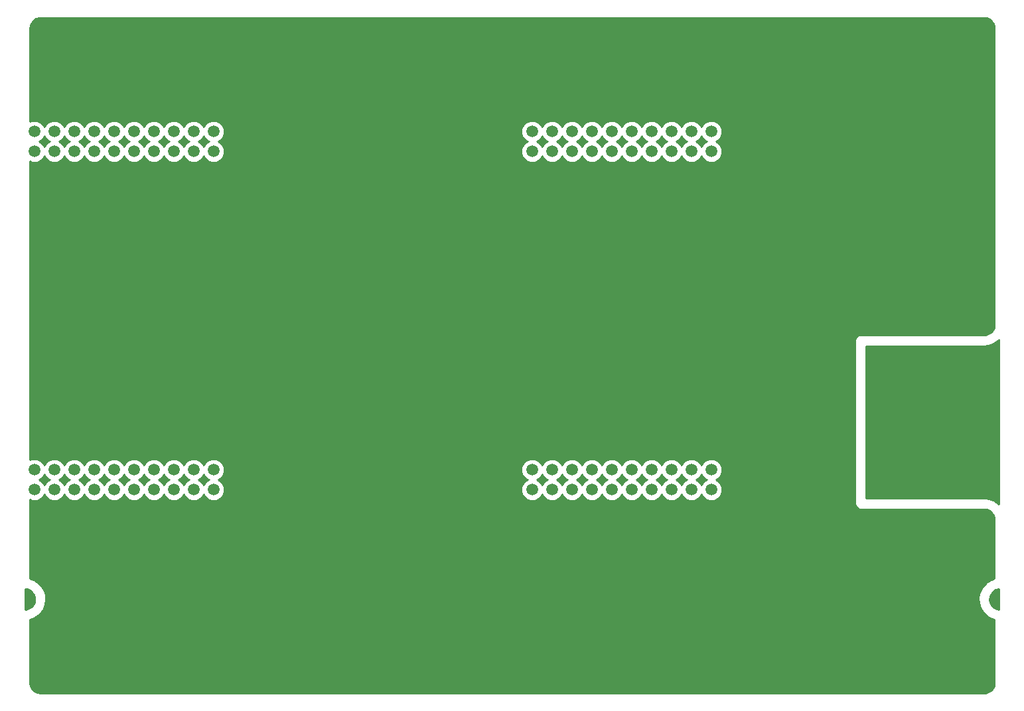
<source format=gbr>
G04 #@! TF.GenerationSoftware,KiCad,Pcbnew,(5.0.0)*
G04 #@! TF.CreationDate,2018-10-11T16:37:49-05:00*
G04 #@! TF.ProjectId,StandardBoard_FullTiva,5374616E64617264426F6172645F4675,rev?*
G04 #@! TF.SameCoordinates,Original*
G04 #@! TF.FileFunction,Copper,L2,Bot,Signal*
G04 #@! TF.FilePolarity,Positive*
%FSLAX46Y46*%
G04 Gerber Fmt 4.6, Leading zero omitted, Abs format (unit mm)*
G04 Created by KiCad (PCBNEW (5.0.0)) date 10/11/18 16:37:49*
%MOMM*%
%LPD*%
G01*
G04 APERTURE LIST*
G04 #@! TA.AperFunction,ComponentPad*
%ADD10C,1.520000*%
G04 #@! TD*
G04 #@! TA.AperFunction,NonConductor*
%ADD11C,0.254000*%
G04 #@! TD*
G04 APERTURE END LIST*
D10*
G04 #@! TO.P,REF\002A\002A,+3V3*
G04 #@! TO.N,N/C*
X156210000Y-117348000D03*
G04 #@! TO.P,REF\002A\002A,PM6*
X179070000Y-71628000D03*
G04 #@! TO.P,REF\002A\002A,PQ1*
X176530000Y-71628000D03*
G04 #@! TO.P,REF\002A\002A,PQ2*
X168910000Y-71628000D03*
G04 #@! TO.P,REF\002A\002A,PK0*
X166370000Y-114808000D03*
G04 #@! TO.P,REF\002A\002A,PQ3*
X171450000Y-71628000D03*
G04 #@! TO.P,REF\002A\002A,PP3*
X173990000Y-71628000D03*
G04 #@! TO.P,REF\002A\002A,PQ0*
X171450000Y-117348000D03*
G04 #@! TO.P,REF\002A\002A,PA4*
X176530000Y-114808000D03*
G04 #@! TO.P,REF\002A\002A,Rese*
X166370000Y-71628000D03*
G04 #@! TO.P,REF\002A\002A,PA7*
X163830000Y-71628000D03*
G04 #@! TO.P,REF\002A\002A,PN5*
X176530000Y-117348000D03*
G04 #@! TO.P,REF\002A\002A,PK2*
X171450000Y-114808000D03*
G04 #@! TO.P,REF\002A\002A,PK1*
X168910000Y-114808000D03*
G04 #@! TO.P,REF\002A\002A,+5V*
X156210000Y-114808000D03*
G04 #@! TO.P,REF\002A\002A,GND*
X158750000Y-114808000D03*
G04 #@! TO.P,REF\002A\002A,PB4*
X161290000Y-114808000D03*
G04 #@! TO.P,REF\002A\002A,PB5*
X163830000Y-114808000D03*
G04 #@! TO.P,REF\002A\002A,PK3*
X173990000Y-114808000D03*
G04 #@! TO.P,REF\002A\002A,PA5*
X179070000Y-114808000D03*
G04 #@! TO.P,REF\002A\002A,PD2*
X158750000Y-117348000D03*
G04 #@! TO.P,REF\002A\002A,PP0*
X161290000Y-117348000D03*
G04 #@! TO.P,REF\002A\002A,PP1*
X163830000Y-117348000D03*
G04 #@! TO.P,REF\002A\002A,PD4*
X166370000Y-117348000D03*
G04 #@! TO.P,REF\002A\002A,PD5*
X168910000Y-117348000D03*
G04 #@! TO.P,REF\002A\002A,PP4*
X173990000Y-117348000D03*
G04 #@! TO.P,REF\002A\002A,PN4*
X179070000Y-117348000D03*
G04 #@! TO.P,REF\002A\002A,PG1*
X156210000Y-74168000D03*
G04 #@! TO.P,REF\002A\002A,PK4*
X158750000Y-74168000D03*
G04 #@! TO.P,REF\002A\002A,PK5*
X161290000Y-74168000D03*
G04 #@! TO.P,REF\002A\002A,PM0*
X163830000Y-74168000D03*
G04 #@! TO.P,REF\002A\002A,PM1*
X166370000Y-74168000D03*
G04 #@! TO.P,REF\002A\002A,PM2*
X168910000Y-74168000D03*
G04 #@! TO.P,REF\002A\002A,PH0*
X171450000Y-74168000D03*
G04 #@! TO.P,REF\002A\002A,PH1*
X173990000Y-74168000D03*
G04 #@! TO.P,REF\002A\002A,PK6*
X176530000Y-74168000D03*
G04 #@! TO.P,REF\002A\002A,PK7*
X179070000Y-74168000D03*
G04 #@! TO.P,REF\002A\002A,GND*
X156210000Y-71628000D03*
G04 #@! TO.P,REF\002A\002A,PM7*
X158750000Y-71628000D03*
G04 #@! TO.P,REF\002A\002A,PP5*
X161290000Y-71628000D03*
G04 #@! TO.P,REF\002A\002A,+5V*
X92710000Y-114808000D03*
G04 #@! TO.P,REF\002A\002A,GND*
X95250000Y-114808000D03*
G04 #@! TO.P,REF\002A\002A,PE0*
X97790000Y-114808000D03*
G04 #@! TO.P,REF\002A\002A,PE1*
X100330000Y-114808000D03*
G04 #@! TO.P,REF\002A\002A,PE2*
X102870000Y-114808000D03*
G04 #@! TO.P,REF\002A\002A,PE3*
X105410000Y-114808000D03*
G04 #@! TO.P,REF\002A\002A,PD7*
X107950000Y-114808000D03*
G04 #@! TO.P,REF\002A\002A,PA6*
X110490000Y-114808000D03*
G04 #@! TO.P,REF\002A\002A,PM4*
X113030000Y-114808000D03*
G04 #@! TO.P,REF\002A\002A,PM5*
X115570000Y-114808000D03*
G04 #@! TO.P,REF\002A\002A,+3V3*
X92710000Y-117348000D03*
G04 #@! TO.P,REF\002A\002A,PE4*
X95250000Y-117348000D03*
G04 #@! TO.P,REF\002A\002A,PC4*
X97790000Y-117348000D03*
G04 #@! TO.P,REF\002A\002A,PC5*
X100330000Y-117348000D03*
G04 #@! TO.P,REF\002A\002A,PC6*
X102870000Y-117348000D03*
G04 #@! TO.P,REF\002A\002A,PE5*
X105410000Y-117348000D03*
G04 #@! TO.P,REF\002A\002A,PD3*
X107950000Y-117348000D03*
G04 #@! TO.P,REF\002A\002A,PC7*
X110490000Y-117348000D03*
G04 #@! TO.P,REF\002A\002A,PB2*
X113030000Y-117348000D03*
G04 #@! TO.P,REF\002A\002A,PB3*
X115570000Y-117348000D03*
G04 #@! TO.P,REF\002A\002A,PF1*
X92710000Y-74168000D03*
G04 #@! TO.P,REF\002A\002A,PF2*
X95250000Y-74168000D03*
G04 #@! TO.P,REF\002A\002A,PF3*
X97790000Y-74168000D03*
G04 #@! TO.P,REF\002A\002A,PG0*
X100330000Y-74168000D03*
G04 #@! TO.P,REF\002A\002A,PL4*
X102870000Y-74168000D03*
G04 #@! TO.P,REF\002A\002A,PL5*
X105410000Y-74168000D03*
G04 #@! TO.P,REF\002A\002A,PL0*
X107950000Y-74168000D03*
G04 #@! TO.P,REF\002A\002A,PL1*
X110490000Y-74168000D03*
G04 #@! TO.P,REF\002A\002A,PL2*
X113030000Y-74168000D03*
G04 #@! TO.P,REF\002A\002A,PL3*
X115570000Y-74168000D03*
G04 #@! TO.P,REF\002A\002A,GND*
X92710000Y-71628000D03*
G04 #@! TO.P,REF\002A\002A,PM3*
X95250000Y-71628000D03*
G04 #@! TO.P,REF\002A\002A,PH2*
X97790000Y-71628000D03*
G04 #@! TO.P,REF\002A\002A,PH3*
X100330000Y-71628000D03*
G04 #@! TO.P,REF\002A\002A,Rese*
X102870000Y-71628000D03*
G04 #@! TO.P,REF\002A\002A,PD1*
X105410000Y-71628000D03*
G04 #@! TO.P,REF\002A\002A,PD0*
X107950000Y-71628000D03*
G04 #@! TO.P,REF\002A\002A,PN2*
X110490000Y-71628000D03*
G04 #@! TO.P,REF\002A\002A,PN3*
X113030000Y-71628000D03*
G04 #@! TO.P,REF\002A\002A,PP2*
X115570000Y-71628000D03*
G04 #@! TD*
D11*
G36*
X214237009Y-57158090D02*
X214576352Y-57312381D01*
X214858752Y-57555712D01*
X215061506Y-57868523D01*
X215175348Y-58249184D01*
X215190001Y-58446363D01*
X215190000Y-96215419D01*
X215129910Y-96635009D01*
X214975619Y-96974352D01*
X214732288Y-97256752D01*
X214419479Y-97459506D01*
X214038815Y-97573348D01*
X213841649Y-97588000D01*
X198189926Y-97588000D01*
X198120000Y-97574091D01*
X198050075Y-97588000D01*
X198050074Y-97588000D01*
X197842972Y-97629195D01*
X197608119Y-97786119D01*
X197451195Y-98020972D01*
X197396091Y-98298000D01*
X197410001Y-98367931D01*
X197410000Y-119056074D01*
X197396091Y-119126000D01*
X197451195Y-119403028D01*
X197608119Y-119637881D01*
X197842972Y-119794805D01*
X198002571Y-119826551D01*
X198120000Y-119849909D01*
X198189925Y-119836000D01*
X213817419Y-119836000D01*
X214237009Y-119896090D01*
X214576352Y-120050381D01*
X214858752Y-120293712D01*
X215061506Y-120606523D01*
X215175348Y-120987184D01*
X215190001Y-121184363D01*
X215190000Y-128689760D01*
X214844241Y-128793164D01*
X214756769Y-128833582D01*
X214668806Y-128872929D01*
X214661502Y-128877601D01*
X214661498Y-128877603D01*
X214661499Y-128877603D01*
X214178040Y-129190966D01*
X214105447Y-129254293D01*
X214032045Y-129316763D01*
X214026343Y-129323300D01*
X213650266Y-129759759D01*
X213598347Y-129840942D01*
X213545446Y-129921475D01*
X213541808Y-129929350D01*
X213303347Y-130453817D01*
X213276300Y-130546309D01*
X213248129Y-130638452D01*
X213246847Y-130647031D01*
X213165171Y-131217346D01*
X213165171Y-131289766D01*
X213159362Y-131361963D01*
X213159952Y-131370618D01*
X213182272Y-131670966D01*
X213197826Y-131741711D01*
X213207654Y-131813455D01*
X213210088Y-131821781D01*
X213375164Y-132373758D01*
X213415591Y-132461250D01*
X213454930Y-132549194D01*
X213459603Y-132556501D01*
X213772966Y-133039961D01*
X213836328Y-133112594D01*
X213898763Y-133185955D01*
X213905296Y-133191654D01*
X213905300Y-133191658D01*
X213905305Y-133191661D01*
X214341759Y-133567734D01*
X214422942Y-133619653D01*
X214503475Y-133672554D01*
X214511346Y-133676190D01*
X214511349Y-133676192D01*
X214511352Y-133676193D01*
X215035817Y-133914653D01*
X215128309Y-133941700D01*
X215190001Y-133960561D01*
X215190000Y-141935418D01*
X215129910Y-142355009D01*
X214975619Y-142694352D01*
X214732288Y-142976752D01*
X214419479Y-143179506D01*
X214038815Y-143293348D01*
X213841649Y-143308000D01*
X93522581Y-143308000D01*
X93102991Y-143247910D01*
X92763648Y-143093619D01*
X92481248Y-142850288D01*
X92278494Y-142537479D01*
X92164652Y-142156815D01*
X92150000Y-141959649D01*
X92150000Y-133946239D01*
X92495758Y-133842836D01*
X92583250Y-133802409D01*
X92671194Y-133763070D01*
X92678498Y-133758399D01*
X92678502Y-133758397D01*
X93161961Y-133445034D01*
X93234594Y-133381672D01*
X93307955Y-133319237D01*
X93313654Y-133312704D01*
X93313658Y-133312700D01*
X93313661Y-133312695D01*
X93689734Y-132876241D01*
X93741653Y-132795058D01*
X93794554Y-132714525D01*
X93798192Y-132706650D01*
X94036653Y-132182183D01*
X94063700Y-132089691D01*
X94091871Y-131997548D01*
X94093153Y-131988969D01*
X94174829Y-131418653D01*
X94174829Y-131346233D01*
X94180638Y-131274036D01*
X94180048Y-131265382D01*
X94157728Y-130965033D01*
X94142174Y-130894288D01*
X94132346Y-130822544D01*
X94129912Y-130814219D01*
X93964836Y-130262241D01*
X93924418Y-130174769D01*
X93885071Y-130086806D01*
X93880397Y-130079499D01*
X93567034Y-129596040D01*
X93503707Y-129523447D01*
X93441237Y-129450045D01*
X93434700Y-129444343D01*
X92998241Y-129068266D01*
X92917058Y-129016347D01*
X92836525Y-128963446D01*
X92828654Y-128959810D01*
X92828651Y-128959808D01*
X92828648Y-128959807D01*
X92304183Y-128721347D01*
X92211691Y-128694300D01*
X92150000Y-128675439D01*
X92150000Y-118629346D01*
X92208493Y-118650206D01*
X92432517Y-118743000D01*
X92468696Y-118743000D01*
X92502780Y-118755155D01*
X92745001Y-118743000D01*
X92987483Y-118743000D01*
X93020909Y-118729155D01*
X93057049Y-118727341D01*
X93439941Y-118568742D01*
X93444210Y-118553817D01*
X93500204Y-118530624D01*
X93892624Y-118138204D01*
X93915817Y-118082210D01*
X93930742Y-118077941D01*
X93976320Y-117950137D01*
X94029258Y-118077941D01*
X94044183Y-118082210D01*
X94067376Y-118138204D01*
X94459796Y-118530624D01*
X94515790Y-118553817D01*
X94520059Y-118568742D01*
X94748493Y-118650206D01*
X94972517Y-118743000D01*
X95008696Y-118743000D01*
X95042780Y-118755155D01*
X95285001Y-118743000D01*
X95527483Y-118743000D01*
X95560909Y-118729155D01*
X95597049Y-118727341D01*
X95979941Y-118568742D01*
X95984210Y-118553817D01*
X96040204Y-118530624D01*
X96432624Y-118138204D01*
X96455817Y-118082210D01*
X96470742Y-118077941D01*
X96516320Y-117950137D01*
X96569258Y-118077941D01*
X96584183Y-118082210D01*
X96607376Y-118138204D01*
X96999796Y-118530624D01*
X97055790Y-118553817D01*
X97060059Y-118568742D01*
X97288493Y-118650206D01*
X97512517Y-118743000D01*
X97548696Y-118743000D01*
X97582780Y-118755155D01*
X97825001Y-118743000D01*
X98067483Y-118743000D01*
X98100909Y-118729155D01*
X98137049Y-118727341D01*
X98519941Y-118568742D01*
X98524210Y-118553817D01*
X98580204Y-118530624D01*
X98972624Y-118138204D01*
X98995817Y-118082210D01*
X99010742Y-118077941D01*
X99056320Y-117950137D01*
X99109258Y-118077941D01*
X99124183Y-118082210D01*
X99147376Y-118138204D01*
X99539796Y-118530624D01*
X99595790Y-118553817D01*
X99600059Y-118568742D01*
X99828493Y-118650206D01*
X100052517Y-118743000D01*
X100088696Y-118743000D01*
X100122780Y-118755155D01*
X100365001Y-118743000D01*
X100607483Y-118743000D01*
X100640909Y-118729155D01*
X100677049Y-118727341D01*
X101059941Y-118568742D01*
X101064210Y-118553817D01*
X101120204Y-118530624D01*
X101512624Y-118138204D01*
X101535817Y-118082210D01*
X101550742Y-118077941D01*
X101596320Y-117950137D01*
X101649258Y-118077941D01*
X101664183Y-118082210D01*
X101687376Y-118138204D01*
X102079796Y-118530624D01*
X102135790Y-118553817D01*
X102140059Y-118568742D01*
X102368493Y-118650206D01*
X102592517Y-118743000D01*
X102628696Y-118743000D01*
X102662780Y-118755155D01*
X102905001Y-118743000D01*
X103147483Y-118743000D01*
X103180909Y-118729155D01*
X103217049Y-118727341D01*
X103599941Y-118568742D01*
X103604210Y-118553817D01*
X103660204Y-118530624D01*
X104052624Y-118138204D01*
X104075817Y-118082210D01*
X104090742Y-118077941D01*
X104136320Y-117950137D01*
X104189258Y-118077941D01*
X104204183Y-118082210D01*
X104227376Y-118138204D01*
X104619796Y-118530624D01*
X104675790Y-118553817D01*
X104680059Y-118568742D01*
X104908493Y-118650206D01*
X105132517Y-118743000D01*
X105168696Y-118743000D01*
X105202780Y-118755155D01*
X105445001Y-118743000D01*
X105687483Y-118743000D01*
X105720909Y-118729155D01*
X105757049Y-118727341D01*
X106139941Y-118568742D01*
X106144210Y-118553817D01*
X106200204Y-118530624D01*
X106592624Y-118138204D01*
X106615817Y-118082210D01*
X106630742Y-118077941D01*
X106676320Y-117950137D01*
X106729258Y-118077941D01*
X106744183Y-118082210D01*
X106767376Y-118138204D01*
X107159796Y-118530624D01*
X107215790Y-118553817D01*
X107220059Y-118568742D01*
X107448493Y-118650206D01*
X107672517Y-118743000D01*
X107708696Y-118743000D01*
X107742780Y-118755155D01*
X107985001Y-118743000D01*
X108227483Y-118743000D01*
X108260909Y-118729155D01*
X108297049Y-118727341D01*
X108679941Y-118568742D01*
X108684210Y-118553817D01*
X108740204Y-118530624D01*
X109132624Y-118138204D01*
X109155817Y-118082210D01*
X109170742Y-118077941D01*
X109216320Y-117950137D01*
X109269258Y-118077941D01*
X109284183Y-118082210D01*
X109307376Y-118138204D01*
X109699796Y-118530624D01*
X109755790Y-118553817D01*
X109760059Y-118568742D01*
X109988493Y-118650206D01*
X110212517Y-118743000D01*
X110248696Y-118743000D01*
X110282780Y-118755155D01*
X110525001Y-118743000D01*
X110767483Y-118743000D01*
X110800909Y-118729155D01*
X110837049Y-118727341D01*
X111219941Y-118568742D01*
X111224210Y-118553817D01*
X111280204Y-118530624D01*
X111672624Y-118138204D01*
X111695817Y-118082210D01*
X111710742Y-118077941D01*
X111756320Y-117950137D01*
X111809258Y-118077941D01*
X111824183Y-118082210D01*
X111847376Y-118138204D01*
X112239796Y-118530624D01*
X112295790Y-118553817D01*
X112300059Y-118568742D01*
X112528493Y-118650206D01*
X112752517Y-118743000D01*
X112788696Y-118743000D01*
X112822780Y-118755155D01*
X113065001Y-118743000D01*
X113307483Y-118743000D01*
X113340909Y-118729155D01*
X113377049Y-118727341D01*
X113759941Y-118568742D01*
X113764210Y-118553817D01*
X113820204Y-118530624D01*
X114212624Y-118138204D01*
X114235817Y-118082210D01*
X114250742Y-118077941D01*
X114296320Y-117950137D01*
X114349258Y-118077941D01*
X114364183Y-118082210D01*
X114387376Y-118138204D01*
X114779796Y-118530624D01*
X114835790Y-118553817D01*
X114840059Y-118568742D01*
X115068493Y-118650206D01*
X115292517Y-118743000D01*
X115328696Y-118743000D01*
X115362780Y-118755155D01*
X115605001Y-118743000D01*
X115847483Y-118743000D01*
X115880909Y-118729155D01*
X115917049Y-118727341D01*
X116299941Y-118568742D01*
X116304210Y-118553817D01*
X116360204Y-118530624D01*
X116752624Y-118138204D01*
X116775817Y-118082210D01*
X116790742Y-118077941D01*
X116872206Y-117849507D01*
X116965000Y-117625483D01*
X116965000Y-117589304D01*
X116977155Y-117555220D01*
X116965000Y-117312999D01*
X116965000Y-117070517D01*
X116951155Y-117037091D01*
X116949341Y-117000951D01*
X116790742Y-116618059D01*
X116775817Y-116613790D01*
X116752624Y-116557796D01*
X116360204Y-116165376D01*
X116304210Y-116142183D01*
X116299941Y-116127258D01*
X116172137Y-116081680D01*
X116299941Y-116028742D01*
X116304210Y-116013817D01*
X116360204Y-115990624D01*
X116752624Y-115598204D01*
X116775817Y-115542210D01*
X116790742Y-115537941D01*
X116872206Y-115309507D01*
X116965000Y-115085483D01*
X116965000Y-115049304D01*
X116977155Y-115015220D01*
X116965000Y-114772999D01*
X116965000Y-114600780D01*
X154802845Y-114600780D01*
X154815000Y-114843001D01*
X154815000Y-115085483D01*
X154828845Y-115118909D01*
X154830659Y-115155049D01*
X154989258Y-115537941D01*
X155004183Y-115542210D01*
X155027376Y-115598204D01*
X155419796Y-115990624D01*
X155475790Y-116013817D01*
X155480059Y-116028742D01*
X155607863Y-116074320D01*
X155480059Y-116127258D01*
X155475790Y-116142183D01*
X155419796Y-116165376D01*
X155027376Y-116557796D01*
X155004183Y-116613790D01*
X154989258Y-116618059D01*
X154907794Y-116846493D01*
X154815000Y-117070517D01*
X154815000Y-117106696D01*
X154802845Y-117140780D01*
X154815000Y-117383001D01*
X154815000Y-117625483D01*
X154828845Y-117658909D01*
X154830659Y-117695049D01*
X154989258Y-118077941D01*
X155004183Y-118082210D01*
X155027376Y-118138204D01*
X155419796Y-118530624D01*
X155475790Y-118553817D01*
X155480059Y-118568742D01*
X155708493Y-118650206D01*
X155932517Y-118743000D01*
X155968696Y-118743000D01*
X156002780Y-118755155D01*
X156245001Y-118743000D01*
X156487483Y-118743000D01*
X156520909Y-118729155D01*
X156557049Y-118727341D01*
X156939941Y-118568742D01*
X156944210Y-118553817D01*
X157000204Y-118530624D01*
X157392624Y-118138204D01*
X157415817Y-118082210D01*
X157430742Y-118077941D01*
X157476320Y-117950137D01*
X157529258Y-118077941D01*
X157544183Y-118082210D01*
X157567376Y-118138204D01*
X157959796Y-118530624D01*
X158015790Y-118553817D01*
X158020059Y-118568742D01*
X158248493Y-118650206D01*
X158472517Y-118743000D01*
X158508696Y-118743000D01*
X158542780Y-118755155D01*
X158785001Y-118743000D01*
X159027483Y-118743000D01*
X159060909Y-118729155D01*
X159097049Y-118727341D01*
X159479941Y-118568742D01*
X159484210Y-118553817D01*
X159540204Y-118530624D01*
X159932624Y-118138204D01*
X159955817Y-118082210D01*
X159970742Y-118077941D01*
X160016320Y-117950137D01*
X160069258Y-118077941D01*
X160084183Y-118082210D01*
X160107376Y-118138204D01*
X160499796Y-118530624D01*
X160555790Y-118553817D01*
X160560059Y-118568742D01*
X160788493Y-118650206D01*
X161012517Y-118743000D01*
X161048696Y-118743000D01*
X161082780Y-118755155D01*
X161325001Y-118743000D01*
X161567483Y-118743000D01*
X161600909Y-118729155D01*
X161637049Y-118727341D01*
X162019941Y-118568742D01*
X162024210Y-118553817D01*
X162080204Y-118530624D01*
X162472624Y-118138204D01*
X162495817Y-118082210D01*
X162510742Y-118077941D01*
X162556320Y-117950137D01*
X162609258Y-118077941D01*
X162624183Y-118082210D01*
X162647376Y-118138204D01*
X163039796Y-118530624D01*
X163095790Y-118553817D01*
X163100059Y-118568742D01*
X163328493Y-118650206D01*
X163552517Y-118743000D01*
X163588696Y-118743000D01*
X163622780Y-118755155D01*
X163865001Y-118743000D01*
X164107483Y-118743000D01*
X164140909Y-118729155D01*
X164177049Y-118727341D01*
X164559941Y-118568742D01*
X164564210Y-118553817D01*
X164620204Y-118530624D01*
X165012624Y-118138204D01*
X165035817Y-118082210D01*
X165050742Y-118077941D01*
X165096320Y-117950137D01*
X165149258Y-118077941D01*
X165164183Y-118082210D01*
X165187376Y-118138204D01*
X165579796Y-118530624D01*
X165635790Y-118553817D01*
X165640059Y-118568742D01*
X165868493Y-118650206D01*
X166092517Y-118743000D01*
X166128696Y-118743000D01*
X166162780Y-118755155D01*
X166405001Y-118743000D01*
X166647483Y-118743000D01*
X166680909Y-118729155D01*
X166717049Y-118727341D01*
X167099941Y-118568742D01*
X167104210Y-118553817D01*
X167160204Y-118530624D01*
X167552624Y-118138204D01*
X167575817Y-118082210D01*
X167590742Y-118077941D01*
X167636320Y-117950137D01*
X167689258Y-118077941D01*
X167704183Y-118082210D01*
X167727376Y-118138204D01*
X168119796Y-118530624D01*
X168175790Y-118553817D01*
X168180059Y-118568742D01*
X168408493Y-118650206D01*
X168632517Y-118743000D01*
X168668696Y-118743000D01*
X168702780Y-118755155D01*
X168945001Y-118743000D01*
X169187483Y-118743000D01*
X169220909Y-118729155D01*
X169257049Y-118727341D01*
X169639941Y-118568742D01*
X169644210Y-118553817D01*
X169700204Y-118530624D01*
X170092624Y-118138204D01*
X170115817Y-118082210D01*
X170130742Y-118077941D01*
X170176320Y-117950137D01*
X170229258Y-118077941D01*
X170244183Y-118082210D01*
X170267376Y-118138204D01*
X170659796Y-118530624D01*
X170715790Y-118553817D01*
X170720059Y-118568742D01*
X170948493Y-118650206D01*
X171172517Y-118743000D01*
X171208696Y-118743000D01*
X171242780Y-118755155D01*
X171485001Y-118743000D01*
X171727483Y-118743000D01*
X171760909Y-118729155D01*
X171797049Y-118727341D01*
X172179941Y-118568742D01*
X172184210Y-118553817D01*
X172240204Y-118530624D01*
X172632624Y-118138204D01*
X172655817Y-118082210D01*
X172670742Y-118077941D01*
X172716320Y-117950137D01*
X172769258Y-118077941D01*
X172784183Y-118082210D01*
X172807376Y-118138204D01*
X173199796Y-118530624D01*
X173255790Y-118553817D01*
X173260059Y-118568742D01*
X173488493Y-118650206D01*
X173712517Y-118743000D01*
X173748696Y-118743000D01*
X173782780Y-118755155D01*
X174025001Y-118743000D01*
X174267483Y-118743000D01*
X174300909Y-118729155D01*
X174337049Y-118727341D01*
X174719941Y-118568742D01*
X174724210Y-118553817D01*
X174780204Y-118530624D01*
X175172624Y-118138204D01*
X175195817Y-118082210D01*
X175210742Y-118077941D01*
X175256320Y-117950137D01*
X175309258Y-118077941D01*
X175324183Y-118082210D01*
X175347376Y-118138204D01*
X175739796Y-118530624D01*
X175795790Y-118553817D01*
X175800059Y-118568742D01*
X176028493Y-118650206D01*
X176252517Y-118743000D01*
X176288696Y-118743000D01*
X176322780Y-118755155D01*
X176565001Y-118743000D01*
X176807483Y-118743000D01*
X176840909Y-118729155D01*
X176877049Y-118727341D01*
X177259941Y-118568742D01*
X177264210Y-118553817D01*
X177320204Y-118530624D01*
X177712624Y-118138204D01*
X177735817Y-118082210D01*
X177750742Y-118077941D01*
X177796320Y-117950137D01*
X177849258Y-118077941D01*
X177864183Y-118082210D01*
X177887376Y-118138204D01*
X178279796Y-118530624D01*
X178335790Y-118553817D01*
X178340059Y-118568742D01*
X178568493Y-118650206D01*
X178792517Y-118743000D01*
X178828696Y-118743000D01*
X178862780Y-118755155D01*
X179105001Y-118743000D01*
X179347483Y-118743000D01*
X179380909Y-118729155D01*
X179417049Y-118727341D01*
X179799941Y-118568742D01*
X179804210Y-118553817D01*
X179860204Y-118530624D01*
X180252624Y-118138204D01*
X180275817Y-118082210D01*
X180290742Y-118077941D01*
X180372206Y-117849507D01*
X180465000Y-117625483D01*
X180465000Y-117589304D01*
X180477155Y-117555220D01*
X180465000Y-117312999D01*
X180465000Y-117070517D01*
X180451155Y-117037091D01*
X180449341Y-117000951D01*
X180290742Y-116618059D01*
X180275817Y-116613790D01*
X180252624Y-116557796D01*
X179860204Y-116165376D01*
X179804210Y-116142183D01*
X179799941Y-116127258D01*
X179672137Y-116081680D01*
X179799941Y-116028742D01*
X179804210Y-116013817D01*
X179860204Y-115990624D01*
X180252624Y-115598204D01*
X180275817Y-115542210D01*
X180290742Y-115537941D01*
X180372206Y-115309507D01*
X180465000Y-115085483D01*
X180465000Y-115049304D01*
X180477155Y-115015220D01*
X180465000Y-114772999D01*
X180465000Y-114530517D01*
X180451155Y-114497091D01*
X180449341Y-114460951D01*
X180290742Y-114078059D01*
X180275817Y-114073790D01*
X180252624Y-114017796D01*
X179860204Y-113625376D01*
X179804210Y-113602183D01*
X179799941Y-113587258D01*
X179571507Y-113505794D01*
X179347483Y-113413000D01*
X179311304Y-113413000D01*
X179277220Y-113400845D01*
X179034999Y-113413000D01*
X178792517Y-113413000D01*
X178759091Y-113426845D01*
X178722951Y-113428659D01*
X178340059Y-113587258D01*
X178335790Y-113602183D01*
X178279796Y-113625376D01*
X177887376Y-114017796D01*
X177864183Y-114073790D01*
X177849258Y-114078059D01*
X177803680Y-114205863D01*
X177750742Y-114078059D01*
X177735817Y-114073790D01*
X177712624Y-114017796D01*
X177320204Y-113625376D01*
X177264210Y-113602183D01*
X177259941Y-113587258D01*
X177031507Y-113505794D01*
X176807483Y-113413000D01*
X176771304Y-113413000D01*
X176737220Y-113400845D01*
X176494999Y-113413000D01*
X176252517Y-113413000D01*
X176219091Y-113426845D01*
X176182951Y-113428659D01*
X175800059Y-113587258D01*
X175795790Y-113602183D01*
X175739796Y-113625376D01*
X175347376Y-114017796D01*
X175324183Y-114073790D01*
X175309258Y-114078059D01*
X175263680Y-114205863D01*
X175210742Y-114078059D01*
X175195817Y-114073790D01*
X175172624Y-114017796D01*
X174780204Y-113625376D01*
X174724210Y-113602183D01*
X174719941Y-113587258D01*
X174491507Y-113505794D01*
X174267483Y-113413000D01*
X174231304Y-113413000D01*
X174197220Y-113400845D01*
X173954999Y-113413000D01*
X173712517Y-113413000D01*
X173679091Y-113426845D01*
X173642951Y-113428659D01*
X173260059Y-113587258D01*
X173255790Y-113602183D01*
X173199796Y-113625376D01*
X172807376Y-114017796D01*
X172784183Y-114073790D01*
X172769258Y-114078059D01*
X172723680Y-114205863D01*
X172670742Y-114078059D01*
X172655817Y-114073790D01*
X172632624Y-114017796D01*
X172240204Y-113625376D01*
X172184210Y-113602183D01*
X172179941Y-113587258D01*
X171951507Y-113505794D01*
X171727483Y-113413000D01*
X171691304Y-113413000D01*
X171657220Y-113400845D01*
X171414999Y-113413000D01*
X171172517Y-113413000D01*
X171139091Y-113426845D01*
X171102951Y-113428659D01*
X170720059Y-113587258D01*
X170715790Y-113602183D01*
X170659796Y-113625376D01*
X170267376Y-114017796D01*
X170244183Y-114073790D01*
X170229258Y-114078059D01*
X170183680Y-114205863D01*
X170130742Y-114078059D01*
X170115817Y-114073790D01*
X170092624Y-114017796D01*
X169700204Y-113625376D01*
X169644210Y-113602183D01*
X169639941Y-113587258D01*
X169411507Y-113505794D01*
X169187483Y-113413000D01*
X169151304Y-113413000D01*
X169117220Y-113400845D01*
X168874999Y-113413000D01*
X168632517Y-113413000D01*
X168599091Y-113426845D01*
X168562951Y-113428659D01*
X168180059Y-113587258D01*
X168175790Y-113602183D01*
X168119796Y-113625376D01*
X167727376Y-114017796D01*
X167704183Y-114073790D01*
X167689258Y-114078059D01*
X167643680Y-114205863D01*
X167590742Y-114078059D01*
X167575817Y-114073790D01*
X167552624Y-114017796D01*
X167160204Y-113625376D01*
X167104210Y-113602183D01*
X167099941Y-113587258D01*
X166871507Y-113505794D01*
X166647483Y-113413000D01*
X166611304Y-113413000D01*
X166577220Y-113400845D01*
X166334999Y-113413000D01*
X166092517Y-113413000D01*
X166059091Y-113426845D01*
X166022951Y-113428659D01*
X165640059Y-113587258D01*
X165635790Y-113602183D01*
X165579796Y-113625376D01*
X165187376Y-114017796D01*
X165164183Y-114073790D01*
X165149258Y-114078059D01*
X165103680Y-114205863D01*
X165050742Y-114078059D01*
X165035817Y-114073790D01*
X165012624Y-114017796D01*
X164620204Y-113625376D01*
X164564210Y-113602183D01*
X164559941Y-113587258D01*
X164331507Y-113505794D01*
X164107483Y-113413000D01*
X164071304Y-113413000D01*
X164037220Y-113400845D01*
X163794999Y-113413000D01*
X163552517Y-113413000D01*
X163519091Y-113426845D01*
X163482951Y-113428659D01*
X163100059Y-113587258D01*
X163095790Y-113602183D01*
X163039796Y-113625376D01*
X162647376Y-114017796D01*
X162624183Y-114073790D01*
X162609258Y-114078059D01*
X162563680Y-114205863D01*
X162510742Y-114078059D01*
X162495817Y-114073790D01*
X162472624Y-114017796D01*
X162080204Y-113625376D01*
X162024210Y-113602183D01*
X162019941Y-113587258D01*
X161791507Y-113505794D01*
X161567483Y-113413000D01*
X161531304Y-113413000D01*
X161497220Y-113400845D01*
X161254999Y-113413000D01*
X161012517Y-113413000D01*
X160979091Y-113426845D01*
X160942951Y-113428659D01*
X160560059Y-113587258D01*
X160555790Y-113602183D01*
X160499796Y-113625376D01*
X160107376Y-114017796D01*
X160084183Y-114073790D01*
X160069258Y-114078059D01*
X160023680Y-114205863D01*
X159970742Y-114078059D01*
X159955817Y-114073790D01*
X159932624Y-114017796D01*
X159540204Y-113625376D01*
X159484210Y-113602183D01*
X159479941Y-113587258D01*
X159251507Y-113505794D01*
X159027483Y-113413000D01*
X158991304Y-113413000D01*
X158957220Y-113400845D01*
X158714999Y-113413000D01*
X158472517Y-113413000D01*
X158439091Y-113426845D01*
X158402951Y-113428659D01*
X158020059Y-113587258D01*
X158015790Y-113602183D01*
X157959796Y-113625376D01*
X157567376Y-114017796D01*
X157544183Y-114073790D01*
X157529258Y-114078059D01*
X157483680Y-114205863D01*
X157430742Y-114078059D01*
X157415817Y-114073790D01*
X157392624Y-114017796D01*
X157000204Y-113625376D01*
X156944210Y-113602183D01*
X156939941Y-113587258D01*
X156711507Y-113505794D01*
X156487483Y-113413000D01*
X156451304Y-113413000D01*
X156417220Y-113400845D01*
X156174999Y-113413000D01*
X155932517Y-113413000D01*
X155899091Y-113426845D01*
X155862951Y-113428659D01*
X155480059Y-113587258D01*
X155475790Y-113602183D01*
X155419796Y-113625376D01*
X155027376Y-114017796D01*
X155004183Y-114073790D01*
X154989258Y-114078059D01*
X154907794Y-114306493D01*
X154815000Y-114530517D01*
X154815000Y-114566696D01*
X154802845Y-114600780D01*
X116965000Y-114600780D01*
X116965000Y-114530517D01*
X116951155Y-114497091D01*
X116949341Y-114460951D01*
X116790742Y-114078059D01*
X116775817Y-114073790D01*
X116752624Y-114017796D01*
X116360204Y-113625376D01*
X116304210Y-113602183D01*
X116299941Y-113587258D01*
X116071507Y-113505794D01*
X115847483Y-113413000D01*
X115811304Y-113413000D01*
X115777220Y-113400845D01*
X115534999Y-113413000D01*
X115292517Y-113413000D01*
X115259091Y-113426845D01*
X115222951Y-113428659D01*
X114840059Y-113587258D01*
X114835790Y-113602183D01*
X114779796Y-113625376D01*
X114387376Y-114017796D01*
X114364183Y-114073790D01*
X114349258Y-114078059D01*
X114303680Y-114205863D01*
X114250742Y-114078059D01*
X114235817Y-114073790D01*
X114212624Y-114017796D01*
X113820204Y-113625376D01*
X113764210Y-113602183D01*
X113759941Y-113587258D01*
X113531507Y-113505794D01*
X113307483Y-113413000D01*
X113271304Y-113413000D01*
X113237220Y-113400845D01*
X112994999Y-113413000D01*
X112752517Y-113413000D01*
X112719091Y-113426845D01*
X112682951Y-113428659D01*
X112300059Y-113587258D01*
X112295790Y-113602183D01*
X112239796Y-113625376D01*
X111847376Y-114017796D01*
X111824183Y-114073790D01*
X111809258Y-114078059D01*
X111763680Y-114205863D01*
X111710742Y-114078059D01*
X111695817Y-114073790D01*
X111672624Y-114017796D01*
X111280204Y-113625376D01*
X111224210Y-113602183D01*
X111219941Y-113587258D01*
X110991507Y-113505794D01*
X110767483Y-113413000D01*
X110731304Y-113413000D01*
X110697220Y-113400845D01*
X110454999Y-113413000D01*
X110212517Y-113413000D01*
X110179091Y-113426845D01*
X110142951Y-113428659D01*
X109760059Y-113587258D01*
X109755790Y-113602183D01*
X109699796Y-113625376D01*
X109307376Y-114017796D01*
X109284183Y-114073790D01*
X109269258Y-114078059D01*
X109223680Y-114205863D01*
X109170742Y-114078059D01*
X109155817Y-114073790D01*
X109132624Y-114017796D01*
X108740204Y-113625376D01*
X108684210Y-113602183D01*
X108679941Y-113587258D01*
X108451507Y-113505794D01*
X108227483Y-113413000D01*
X108191304Y-113413000D01*
X108157220Y-113400845D01*
X107914999Y-113413000D01*
X107672517Y-113413000D01*
X107639091Y-113426845D01*
X107602951Y-113428659D01*
X107220059Y-113587258D01*
X107215790Y-113602183D01*
X107159796Y-113625376D01*
X106767376Y-114017796D01*
X106744183Y-114073790D01*
X106729258Y-114078059D01*
X106683680Y-114205863D01*
X106630742Y-114078059D01*
X106615817Y-114073790D01*
X106592624Y-114017796D01*
X106200204Y-113625376D01*
X106144210Y-113602183D01*
X106139941Y-113587258D01*
X105911507Y-113505794D01*
X105687483Y-113413000D01*
X105651304Y-113413000D01*
X105617220Y-113400845D01*
X105374999Y-113413000D01*
X105132517Y-113413000D01*
X105099091Y-113426845D01*
X105062951Y-113428659D01*
X104680059Y-113587258D01*
X104675790Y-113602183D01*
X104619796Y-113625376D01*
X104227376Y-114017796D01*
X104204183Y-114073790D01*
X104189258Y-114078059D01*
X104143680Y-114205863D01*
X104090742Y-114078059D01*
X104075817Y-114073790D01*
X104052624Y-114017796D01*
X103660204Y-113625376D01*
X103604210Y-113602183D01*
X103599941Y-113587258D01*
X103371507Y-113505794D01*
X103147483Y-113413000D01*
X103111304Y-113413000D01*
X103077220Y-113400845D01*
X102834999Y-113413000D01*
X102592517Y-113413000D01*
X102559091Y-113426845D01*
X102522951Y-113428659D01*
X102140059Y-113587258D01*
X102135790Y-113602183D01*
X102079796Y-113625376D01*
X101687376Y-114017796D01*
X101664183Y-114073790D01*
X101649258Y-114078059D01*
X101603680Y-114205863D01*
X101550742Y-114078059D01*
X101535817Y-114073790D01*
X101512624Y-114017796D01*
X101120204Y-113625376D01*
X101064210Y-113602183D01*
X101059941Y-113587258D01*
X100831507Y-113505794D01*
X100607483Y-113413000D01*
X100571304Y-113413000D01*
X100537220Y-113400845D01*
X100294999Y-113413000D01*
X100052517Y-113413000D01*
X100019091Y-113426845D01*
X99982951Y-113428659D01*
X99600059Y-113587258D01*
X99595790Y-113602183D01*
X99539796Y-113625376D01*
X99147376Y-114017796D01*
X99124183Y-114073790D01*
X99109258Y-114078059D01*
X99063680Y-114205863D01*
X99010742Y-114078059D01*
X98995817Y-114073790D01*
X98972624Y-114017796D01*
X98580204Y-113625376D01*
X98524210Y-113602183D01*
X98519941Y-113587258D01*
X98291507Y-113505794D01*
X98067483Y-113413000D01*
X98031304Y-113413000D01*
X97997220Y-113400845D01*
X97754999Y-113413000D01*
X97512517Y-113413000D01*
X97479091Y-113426845D01*
X97442951Y-113428659D01*
X97060059Y-113587258D01*
X97055790Y-113602183D01*
X96999796Y-113625376D01*
X96607376Y-114017796D01*
X96584183Y-114073790D01*
X96569258Y-114078059D01*
X96523680Y-114205863D01*
X96470742Y-114078059D01*
X96455817Y-114073790D01*
X96432624Y-114017796D01*
X96040204Y-113625376D01*
X95984210Y-113602183D01*
X95979941Y-113587258D01*
X95751507Y-113505794D01*
X95527483Y-113413000D01*
X95491304Y-113413000D01*
X95457220Y-113400845D01*
X95214999Y-113413000D01*
X94972517Y-113413000D01*
X94939091Y-113426845D01*
X94902951Y-113428659D01*
X94520059Y-113587258D01*
X94515790Y-113602183D01*
X94459796Y-113625376D01*
X94067376Y-114017796D01*
X94044183Y-114073790D01*
X94029258Y-114078059D01*
X93983680Y-114205863D01*
X93930742Y-114078059D01*
X93915817Y-114073790D01*
X93892624Y-114017796D01*
X93500204Y-113625376D01*
X93444210Y-113602183D01*
X93439941Y-113587258D01*
X93211507Y-113505794D01*
X92987483Y-113413000D01*
X92951304Y-113413000D01*
X92917220Y-113400845D01*
X92674999Y-113413000D01*
X92432517Y-113413000D01*
X92399091Y-113426845D01*
X92362951Y-113428659D01*
X92150000Y-113516866D01*
X92150000Y-75449346D01*
X92208493Y-75470206D01*
X92432517Y-75563000D01*
X92468696Y-75563000D01*
X92502780Y-75575155D01*
X92745001Y-75563000D01*
X92987483Y-75563000D01*
X93020909Y-75549155D01*
X93057049Y-75547341D01*
X93439941Y-75388742D01*
X93444210Y-75373817D01*
X93500204Y-75350624D01*
X93892624Y-74958204D01*
X93915817Y-74902210D01*
X93930742Y-74897941D01*
X93976320Y-74770137D01*
X94029258Y-74897941D01*
X94044183Y-74902210D01*
X94067376Y-74958204D01*
X94459796Y-75350624D01*
X94515790Y-75373817D01*
X94520059Y-75388742D01*
X94748493Y-75470206D01*
X94972517Y-75563000D01*
X95008696Y-75563000D01*
X95042780Y-75575155D01*
X95285001Y-75563000D01*
X95527483Y-75563000D01*
X95560909Y-75549155D01*
X95597049Y-75547341D01*
X95979941Y-75388742D01*
X95984210Y-75373817D01*
X96040204Y-75350624D01*
X96432624Y-74958204D01*
X96455817Y-74902210D01*
X96470742Y-74897941D01*
X96516320Y-74770137D01*
X96569258Y-74897941D01*
X96584183Y-74902210D01*
X96607376Y-74958204D01*
X96999796Y-75350624D01*
X97055790Y-75373817D01*
X97060059Y-75388742D01*
X97288493Y-75470206D01*
X97512517Y-75563000D01*
X97548696Y-75563000D01*
X97582780Y-75575155D01*
X97825001Y-75563000D01*
X98067483Y-75563000D01*
X98100909Y-75549155D01*
X98137049Y-75547341D01*
X98519941Y-75388742D01*
X98524210Y-75373817D01*
X98580204Y-75350624D01*
X98972624Y-74958204D01*
X98995817Y-74902210D01*
X99010742Y-74897941D01*
X99056320Y-74770137D01*
X99109258Y-74897941D01*
X99124183Y-74902210D01*
X99147376Y-74958204D01*
X99539796Y-75350624D01*
X99595790Y-75373817D01*
X99600059Y-75388742D01*
X99828493Y-75470206D01*
X100052517Y-75563000D01*
X100088696Y-75563000D01*
X100122780Y-75575155D01*
X100365001Y-75563000D01*
X100607483Y-75563000D01*
X100640909Y-75549155D01*
X100677049Y-75547341D01*
X101059941Y-75388742D01*
X101064210Y-75373817D01*
X101120204Y-75350624D01*
X101512624Y-74958204D01*
X101535817Y-74902210D01*
X101550742Y-74897941D01*
X101596320Y-74770137D01*
X101649258Y-74897941D01*
X101664183Y-74902210D01*
X101687376Y-74958204D01*
X102079796Y-75350624D01*
X102135790Y-75373817D01*
X102140059Y-75388742D01*
X102368493Y-75470206D01*
X102592517Y-75563000D01*
X102628696Y-75563000D01*
X102662780Y-75575155D01*
X102905001Y-75563000D01*
X103147483Y-75563000D01*
X103180909Y-75549155D01*
X103217049Y-75547341D01*
X103599941Y-75388742D01*
X103604210Y-75373817D01*
X103660204Y-75350624D01*
X104052624Y-74958204D01*
X104075817Y-74902210D01*
X104090742Y-74897941D01*
X104136320Y-74770137D01*
X104189258Y-74897941D01*
X104204183Y-74902210D01*
X104227376Y-74958204D01*
X104619796Y-75350624D01*
X104675790Y-75373817D01*
X104680059Y-75388742D01*
X104908493Y-75470206D01*
X105132517Y-75563000D01*
X105168696Y-75563000D01*
X105202780Y-75575155D01*
X105445001Y-75563000D01*
X105687483Y-75563000D01*
X105720909Y-75549155D01*
X105757049Y-75547341D01*
X106139941Y-75388742D01*
X106144210Y-75373817D01*
X106200204Y-75350624D01*
X106592624Y-74958204D01*
X106615817Y-74902210D01*
X106630742Y-74897941D01*
X106676320Y-74770137D01*
X106729258Y-74897941D01*
X106744183Y-74902210D01*
X106767376Y-74958204D01*
X107159796Y-75350624D01*
X107215790Y-75373817D01*
X107220059Y-75388742D01*
X107448493Y-75470206D01*
X107672517Y-75563000D01*
X107708696Y-75563000D01*
X107742780Y-75575155D01*
X107985001Y-75563000D01*
X108227483Y-75563000D01*
X108260909Y-75549155D01*
X108297049Y-75547341D01*
X108679941Y-75388742D01*
X108684210Y-75373817D01*
X108740204Y-75350624D01*
X109132624Y-74958204D01*
X109155817Y-74902210D01*
X109170742Y-74897941D01*
X109216320Y-74770137D01*
X109269258Y-74897941D01*
X109284183Y-74902210D01*
X109307376Y-74958204D01*
X109699796Y-75350624D01*
X109755790Y-75373817D01*
X109760059Y-75388742D01*
X109988493Y-75470206D01*
X110212517Y-75563000D01*
X110248696Y-75563000D01*
X110282780Y-75575155D01*
X110525001Y-75563000D01*
X110767483Y-75563000D01*
X110800909Y-75549155D01*
X110837049Y-75547341D01*
X111219941Y-75388742D01*
X111224210Y-75373817D01*
X111280204Y-75350624D01*
X111672624Y-74958204D01*
X111695817Y-74902210D01*
X111710742Y-74897941D01*
X111756320Y-74770137D01*
X111809258Y-74897941D01*
X111824183Y-74902210D01*
X111847376Y-74958204D01*
X112239796Y-75350624D01*
X112295790Y-75373817D01*
X112300059Y-75388742D01*
X112528493Y-75470206D01*
X112752517Y-75563000D01*
X112788696Y-75563000D01*
X112822780Y-75575155D01*
X113065001Y-75563000D01*
X113307483Y-75563000D01*
X113340909Y-75549155D01*
X113377049Y-75547341D01*
X113759941Y-75388742D01*
X113764210Y-75373817D01*
X113820204Y-75350624D01*
X114212624Y-74958204D01*
X114235817Y-74902210D01*
X114250742Y-74897941D01*
X114296320Y-74770137D01*
X114349258Y-74897941D01*
X114364183Y-74902210D01*
X114387376Y-74958204D01*
X114779796Y-75350624D01*
X114835790Y-75373817D01*
X114840059Y-75388742D01*
X115068493Y-75470206D01*
X115292517Y-75563000D01*
X115328696Y-75563000D01*
X115362780Y-75575155D01*
X115605001Y-75563000D01*
X115847483Y-75563000D01*
X115880909Y-75549155D01*
X115917049Y-75547341D01*
X116299941Y-75388742D01*
X116304210Y-75373817D01*
X116360204Y-75350624D01*
X116752624Y-74958204D01*
X116775817Y-74902210D01*
X116790742Y-74897941D01*
X116872206Y-74669507D01*
X116965000Y-74445483D01*
X116965000Y-74409304D01*
X116977155Y-74375220D01*
X116965000Y-74132999D01*
X116965000Y-73890517D01*
X116951155Y-73857091D01*
X116949341Y-73820951D01*
X116790742Y-73438059D01*
X116775817Y-73433790D01*
X116752624Y-73377796D01*
X116360204Y-72985376D01*
X116304210Y-72962183D01*
X116299941Y-72947258D01*
X116172137Y-72901680D01*
X116299941Y-72848742D01*
X116304210Y-72833817D01*
X116360204Y-72810624D01*
X116752624Y-72418204D01*
X116775817Y-72362210D01*
X116790742Y-72357941D01*
X116872206Y-72129507D01*
X116965000Y-71905483D01*
X116965000Y-71869304D01*
X116977155Y-71835220D01*
X116965000Y-71592999D01*
X116965000Y-71420780D01*
X154802845Y-71420780D01*
X154815000Y-71663001D01*
X154815000Y-71905483D01*
X154828845Y-71938909D01*
X154830659Y-71975049D01*
X154989258Y-72357941D01*
X155004183Y-72362210D01*
X155027376Y-72418204D01*
X155419796Y-72810624D01*
X155475790Y-72833817D01*
X155480059Y-72848742D01*
X155607863Y-72894320D01*
X155480059Y-72947258D01*
X155475790Y-72962183D01*
X155419796Y-72985376D01*
X155027376Y-73377796D01*
X155004183Y-73433790D01*
X154989258Y-73438059D01*
X154907794Y-73666493D01*
X154815000Y-73890517D01*
X154815000Y-73926696D01*
X154802845Y-73960780D01*
X154815000Y-74203001D01*
X154815000Y-74445483D01*
X154828845Y-74478909D01*
X154830659Y-74515049D01*
X154989258Y-74897941D01*
X155004183Y-74902210D01*
X155027376Y-74958204D01*
X155419796Y-75350624D01*
X155475790Y-75373817D01*
X155480059Y-75388742D01*
X155708493Y-75470206D01*
X155932517Y-75563000D01*
X155968696Y-75563000D01*
X156002780Y-75575155D01*
X156245001Y-75563000D01*
X156487483Y-75563000D01*
X156520909Y-75549155D01*
X156557049Y-75547341D01*
X156939941Y-75388742D01*
X156944210Y-75373817D01*
X157000204Y-75350624D01*
X157392624Y-74958204D01*
X157415817Y-74902210D01*
X157430742Y-74897941D01*
X157476320Y-74770137D01*
X157529258Y-74897941D01*
X157544183Y-74902210D01*
X157567376Y-74958204D01*
X157959796Y-75350624D01*
X158015790Y-75373817D01*
X158020059Y-75388742D01*
X158248493Y-75470206D01*
X158472517Y-75563000D01*
X158508696Y-75563000D01*
X158542780Y-75575155D01*
X158785001Y-75563000D01*
X159027483Y-75563000D01*
X159060909Y-75549155D01*
X159097049Y-75547341D01*
X159479941Y-75388742D01*
X159484210Y-75373817D01*
X159540204Y-75350624D01*
X159932624Y-74958204D01*
X159955817Y-74902210D01*
X159970742Y-74897941D01*
X160016320Y-74770137D01*
X160069258Y-74897941D01*
X160084183Y-74902210D01*
X160107376Y-74958204D01*
X160499796Y-75350624D01*
X160555790Y-75373817D01*
X160560059Y-75388742D01*
X160788493Y-75470206D01*
X161012517Y-75563000D01*
X161048696Y-75563000D01*
X161082780Y-75575155D01*
X161325001Y-75563000D01*
X161567483Y-75563000D01*
X161600909Y-75549155D01*
X161637049Y-75547341D01*
X162019941Y-75388742D01*
X162024210Y-75373817D01*
X162080204Y-75350624D01*
X162472624Y-74958204D01*
X162495817Y-74902210D01*
X162510742Y-74897941D01*
X162556320Y-74770137D01*
X162609258Y-74897941D01*
X162624183Y-74902210D01*
X162647376Y-74958204D01*
X163039796Y-75350624D01*
X163095790Y-75373817D01*
X163100059Y-75388742D01*
X163328493Y-75470206D01*
X163552517Y-75563000D01*
X163588696Y-75563000D01*
X163622780Y-75575155D01*
X163865001Y-75563000D01*
X164107483Y-75563000D01*
X164140909Y-75549155D01*
X164177049Y-75547341D01*
X164559941Y-75388742D01*
X164564210Y-75373817D01*
X164620204Y-75350624D01*
X165012624Y-74958204D01*
X165035817Y-74902210D01*
X165050742Y-74897941D01*
X165096320Y-74770137D01*
X165149258Y-74897941D01*
X165164183Y-74902210D01*
X165187376Y-74958204D01*
X165579796Y-75350624D01*
X165635790Y-75373817D01*
X165640059Y-75388742D01*
X165868493Y-75470206D01*
X166092517Y-75563000D01*
X166128696Y-75563000D01*
X166162780Y-75575155D01*
X166405001Y-75563000D01*
X166647483Y-75563000D01*
X166680909Y-75549155D01*
X166717049Y-75547341D01*
X167099941Y-75388742D01*
X167104210Y-75373817D01*
X167160204Y-75350624D01*
X167552624Y-74958204D01*
X167575817Y-74902210D01*
X167590742Y-74897941D01*
X167636320Y-74770137D01*
X167689258Y-74897941D01*
X167704183Y-74902210D01*
X167727376Y-74958204D01*
X168119796Y-75350624D01*
X168175790Y-75373817D01*
X168180059Y-75388742D01*
X168408493Y-75470206D01*
X168632517Y-75563000D01*
X168668696Y-75563000D01*
X168702780Y-75575155D01*
X168945001Y-75563000D01*
X169187483Y-75563000D01*
X169220909Y-75549155D01*
X169257049Y-75547341D01*
X169639941Y-75388742D01*
X169644210Y-75373817D01*
X169700204Y-75350624D01*
X170092624Y-74958204D01*
X170115817Y-74902210D01*
X170130742Y-74897941D01*
X170176320Y-74770137D01*
X170229258Y-74897941D01*
X170244183Y-74902210D01*
X170267376Y-74958204D01*
X170659796Y-75350624D01*
X170715790Y-75373817D01*
X170720059Y-75388742D01*
X170948493Y-75470206D01*
X171172517Y-75563000D01*
X171208696Y-75563000D01*
X171242780Y-75575155D01*
X171485001Y-75563000D01*
X171727483Y-75563000D01*
X171760909Y-75549155D01*
X171797049Y-75547341D01*
X172179941Y-75388742D01*
X172184210Y-75373817D01*
X172240204Y-75350624D01*
X172632624Y-74958204D01*
X172655817Y-74902210D01*
X172670742Y-74897941D01*
X172716320Y-74770137D01*
X172769258Y-74897941D01*
X172784183Y-74902210D01*
X172807376Y-74958204D01*
X173199796Y-75350624D01*
X173255790Y-75373817D01*
X173260059Y-75388742D01*
X173488493Y-75470206D01*
X173712517Y-75563000D01*
X173748696Y-75563000D01*
X173782780Y-75575155D01*
X174025001Y-75563000D01*
X174267483Y-75563000D01*
X174300909Y-75549155D01*
X174337049Y-75547341D01*
X174719941Y-75388742D01*
X174724210Y-75373817D01*
X174780204Y-75350624D01*
X175172624Y-74958204D01*
X175195817Y-74902210D01*
X175210742Y-74897941D01*
X175256320Y-74770137D01*
X175309258Y-74897941D01*
X175324183Y-74902210D01*
X175347376Y-74958204D01*
X175739796Y-75350624D01*
X175795790Y-75373817D01*
X175800059Y-75388742D01*
X176028493Y-75470206D01*
X176252517Y-75563000D01*
X176288696Y-75563000D01*
X176322780Y-75575155D01*
X176565001Y-75563000D01*
X176807483Y-75563000D01*
X176840909Y-75549155D01*
X176877049Y-75547341D01*
X177259941Y-75388742D01*
X177264210Y-75373817D01*
X177320204Y-75350624D01*
X177712624Y-74958204D01*
X177735817Y-74902210D01*
X177750742Y-74897941D01*
X177796320Y-74770137D01*
X177849258Y-74897941D01*
X177864183Y-74902210D01*
X177887376Y-74958204D01*
X178279796Y-75350624D01*
X178335790Y-75373817D01*
X178340059Y-75388742D01*
X178568493Y-75470206D01*
X178792517Y-75563000D01*
X178828696Y-75563000D01*
X178862780Y-75575155D01*
X179105001Y-75563000D01*
X179347483Y-75563000D01*
X179380909Y-75549155D01*
X179417049Y-75547341D01*
X179799941Y-75388742D01*
X179804210Y-75373817D01*
X179860204Y-75350624D01*
X180252624Y-74958204D01*
X180275817Y-74902210D01*
X180290742Y-74897941D01*
X180372206Y-74669507D01*
X180465000Y-74445483D01*
X180465000Y-74409304D01*
X180477155Y-74375220D01*
X180465000Y-74132999D01*
X180465000Y-73890517D01*
X180451155Y-73857091D01*
X180449341Y-73820951D01*
X180290742Y-73438059D01*
X180275817Y-73433790D01*
X180252624Y-73377796D01*
X179860204Y-72985376D01*
X179804210Y-72962183D01*
X179799941Y-72947258D01*
X179672137Y-72901680D01*
X179799941Y-72848742D01*
X179804210Y-72833817D01*
X179860204Y-72810624D01*
X180252624Y-72418204D01*
X180275817Y-72362210D01*
X180290742Y-72357941D01*
X180372206Y-72129507D01*
X180465000Y-71905483D01*
X180465000Y-71869304D01*
X180477155Y-71835220D01*
X180465000Y-71592999D01*
X180465000Y-71350517D01*
X180451155Y-71317091D01*
X180449341Y-71280951D01*
X180290742Y-70898059D01*
X180275817Y-70893790D01*
X180252624Y-70837796D01*
X179860204Y-70445376D01*
X179804210Y-70422183D01*
X179799941Y-70407258D01*
X179571507Y-70325794D01*
X179347483Y-70233000D01*
X179311304Y-70233000D01*
X179277220Y-70220845D01*
X179034999Y-70233000D01*
X178792517Y-70233000D01*
X178759091Y-70246845D01*
X178722951Y-70248659D01*
X178340059Y-70407258D01*
X178335790Y-70422183D01*
X178279796Y-70445376D01*
X177887376Y-70837796D01*
X177864183Y-70893790D01*
X177849258Y-70898059D01*
X177803680Y-71025863D01*
X177750742Y-70898059D01*
X177735817Y-70893790D01*
X177712624Y-70837796D01*
X177320204Y-70445376D01*
X177264210Y-70422183D01*
X177259941Y-70407258D01*
X177031507Y-70325794D01*
X176807483Y-70233000D01*
X176771304Y-70233000D01*
X176737220Y-70220845D01*
X176494999Y-70233000D01*
X176252517Y-70233000D01*
X176219091Y-70246845D01*
X176182951Y-70248659D01*
X175800059Y-70407258D01*
X175795790Y-70422183D01*
X175739796Y-70445376D01*
X175347376Y-70837796D01*
X175324183Y-70893790D01*
X175309258Y-70898059D01*
X175263680Y-71025863D01*
X175210742Y-70898059D01*
X175195817Y-70893790D01*
X175172624Y-70837796D01*
X174780204Y-70445376D01*
X174724210Y-70422183D01*
X174719941Y-70407258D01*
X174491507Y-70325794D01*
X174267483Y-70233000D01*
X174231304Y-70233000D01*
X174197220Y-70220845D01*
X173954999Y-70233000D01*
X173712517Y-70233000D01*
X173679091Y-70246845D01*
X173642951Y-70248659D01*
X173260059Y-70407258D01*
X173255790Y-70422183D01*
X173199796Y-70445376D01*
X172807376Y-70837796D01*
X172784183Y-70893790D01*
X172769258Y-70898059D01*
X172723680Y-71025863D01*
X172670742Y-70898059D01*
X172655817Y-70893790D01*
X172632624Y-70837796D01*
X172240204Y-70445376D01*
X172184210Y-70422183D01*
X172179941Y-70407258D01*
X171951507Y-70325794D01*
X171727483Y-70233000D01*
X171691304Y-70233000D01*
X171657220Y-70220845D01*
X171414999Y-70233000D01*
X171172517Y-70233000D01*
X171139091Y-70246845D01*
X171102951Y-70248659D01*
X170720059Y-70407258D01*
X170715790Y-70422183D01*
X170659796Y-70445376D01*
X170267376Y-70837796D01*
X170244183Y-70893790D01*
X170229258Y-70898059D01*
X170183680Y-71025863D01*
X170130742Y-70898059D01*
X170115817Y-70893790D01*
X170092624Y-70837796D01*
X169700204Y-70445376D01*
X169644210Y-70422183D01*
X169639941Y-70407258D01*
X169411507Y-70325794D01*
X169187483Y-70233000D01*
X169151304Y-70233000D01*
X169117220Y-70220845D01*
X168874999Y-70233000D01*
X168632517Y-70233000D01*
X168599091Y-70246845D01*
X168562951Y-70248659D01*
X168180059Y-70407258D01*
X168175790Y-70422183D01*
X168119796Y-70445376D01*
X167727376Y-70837796D01*
X167704183Y-70893790D01*
X167689258Y-70898059D01*
X167643680Y-71025863D01*
X167590742Y-70898059D01*
X167575817Y-70893790D01*
X167552624Y-70837796D01*
X167160204Y-70445376D01*
X167104210Y-70422183D01*
X167099941Y-70407258D01*
X166871507Y-70325794D01*
X166647483Y-70233000D01*
X166611304Y-70233000D01*
X166577220Y-70220845D01*
X166334999Y-70233000D01*
X166092517Y-70233000D01*
X166059091Y-70246845D01*
X166022951Y-70248659D01*
X165640059Y-70407258D01*
X165635790Y-70422183D01*
X165579796Y-70445376D01*
X165187376Y-70837796D01*
X165164183Y-70893790D01*
X165149258Y-70898059D01*
X165103680Y-71025863D01*
X165050742Y-70898059D01*
X165035817Y-70893790D01*
X165012624Y-70837796D01*
X164620204Y-70445376D01*
X164564210Y-70422183D01*
X164559941Y-70407258D01*
X164331507Y-70325794D01*
X164107483Y-70233000D01*
X164071304Y-70233000D01*
X164037220Y-70220845D01*
X163794999Y-70233000D01*
X163552517Y-70233000D01*
X163519091Y-70246845D01*
X163482951Y-70248659D01*
X163100059Y-70407258D01*
X163095790Y-70422183D01*
X163039796Y-70445376D01*
X162647376Y-70837796D01*
X162624183Y-70893790D01*
X162609258Y-70898059D01*
X162563680Y-71025863D01*
X162510742Y-70898059D01*
X162495817Y-70893790D01*
X162472624Y-70837796D01*
X162080204Y-70445376D01*
X162024210Y-70422183D01*
X162019941Y-70407258D01*
X161791507Y-70325794D01*
X161567483Y-70233000D01*
X161531304Y-70233000D01*
X161497220Y-70220845D01*
X161254999Y-70233000D01*
X161012517Y-70233000D01*
X160979091Y-70246845D01*
X160942951Y-70248659D01*
X160560059Y-70407258D01*
X160555790Y-70422183D01*
X160499796Y-70445376D01*
X160107376Y-70837796D01*
X160084183Y-70893790D01*
X160069258Y-70898059D01*
X160023680Y-71025863D01*
X159970742Y-70898059D01*
X159955817Y-70893790D01*
X159932624Y-70837796D01*
X159540204Y-70445376D01*
X159484210Y-70422183D01*
X159479941Y-70407258D01*
X159251507Y-70325794D01*
X159027483Y-70233000D01*
X158991304Y-70233000D01*
X158957220Y-70220845D01*
X158714999Y-70233000D01*
X158472517Y-70233000D01*
X158439091Y-70246845D01*
X158402951Y-70248659D01*
X158020059Y-70407258D01*
X158015790Y-70422183D01*
X157959796Y-70445376D01*
X157567376Y-70837796D01*
X157544183Y-70893790D01*
X157529258Y-70898059D01*
X157483680Y-71025863D01*
X157430742Y-70898059D01*
X157415817Y-70893790D01*
X157392624Y-70837796D01*
X157000204Y-70445376D01*
X156944210Y-70422183D01*
X156939941Y-70407258D01*
X156711507Y-70325794D01*
X156487483Y-70233000D01*
X156451304Y-70233000D01*
X156417220Y-70220845D01*
X156174999Y-70233000D01*
X155932517Y-70233000D01*
X155899091Y-70246845D01*
X155862951Y-70248659D01*
X155480059Y-70407258D01*
X155475790Y-70422183D01*
X155419796Y-70445376D01*
X155027376Y-70837796D01*
X155004183Y-70893790D01*
X154989258Y-70898059D01*
X154907794Y-71126493D01*
X154815000Y-71350517D01*
X154815000Y-71386696D01*
X154802845Y-71420780D01*
X116965000Y-71420780D01*
X116965000Y-71350517D01*
X116951155Y-71317091D01*
X116949341Y-71280951D01*
X116790742Y-70898059D01*
X116775817Y-70893790D01*
X116752624Y-70837796D01*
X116360204Y-70445376D01*
X116304210Y-70422183D01*
X116299941Y-70407258D01*
X116071507Y-70325794D01*
X115847483Y-70233000D01*
X115811304Y-70233000D01*
X115777220Y-70220845D01*
X115534999Y-70233000D01*
X115292517Y-70233000D01*
X115259091Y-70246845D01*
X115222951Y-70248659D01*
X114840059Y-70407258D01*
X114835790Y-70422183D01*
X114779796Y-70445376D01*
X114387376Y-70837796D01*
X114364183Y-70893790D01*
X114349258Y-70898059D01*
X114303680Y-71025863D01*
X114250742Y-70898059D01*
X114235817Y-70893790D01*
X114212624Y-70837796D01*
X113820204Y-70445376D01*
X113764210Y-70422183D01*
X113759941Y-70407258D01*
X113531507Y-70325794D01*
X113307483Y-70233000D01*
X113271304Y-70233000D01*
X113237220Y-70220845D01*
X112994999Y-70233000D01*
X112752517Y-70233000D01*
X112719091Y-70246845D01*
X112682951Y-70248659D01*
X112300059Y-70407258D01*
X112295790Y-70422183D01*
X112239796Y-70445376D01*
X111847376Y-70837796D01*
X111824183Y-70893790D01*
X111809258Y-70898059D01*
X111763680Y-71025863D01*
X111710742Y-70898059D01*
X111695817Y-70893790D01*
X111672624Y-70837796D01*
X111280204Y-70445376D01*
X111224210Y-70422183D01*
X111219941Y-70407258D01*
X110991507Y-70325794D01*
X110767483Y-70233000D01*
X110731304Y-70233000D01*
X110697220Y-70220845D01*
X110454999Y-70233000D01*
X110212517Y-70233000D01*
X110179091Y-70246845D01*
X110142951Y-70248659D01*
X109760059Y-70407258D01*
X109755790Y-70422183D01*
X109699796Y-70445376D01*
X109307376Y-70837796D01*
X109284183Y-70893790D01*
X109269258Y-70898059D01*
X109223680Y-71025863D01*
X109170742Y-70898059D01*
X109155817Y-70893790D01*
X109132624Y-70837796D01*
X108740204Y-70445376D01*
X108684210Y-70422183D01*
X108679941Y-70407258D01*
X108451507Y-70325794D01*
X108227483Y-70233000D01*
X108191304Y-70233000D01*
X108157220Y-70220845D01*
X107914999Y-70233000D01*
X107672517Y-70233000D01*
X107639091Y-70246845D01*
X107602951Y-70248659D01*
X107220059Y-70407258D01*
X107215790Y-70422183D01*
X107159796Y-70445376D01*
X106767376Y-70837796D01*
X106744183Y-70893790D01*
X106729258Y-70898059D01*
X106683680Y-71025863D01*
X106630742Y-70898059D01*
X106615817Y-70893790D01*
X106592624Y-70837796D01*
X106200204Y-70445376D01*
X106144210Y-70422183D01*
X106139941Y-70407258D01*
X105911507Y-70325794D01*
X105687483Y-70233000D01*
X105651304Y-70233000D01*
X105617220Y-70220845D01*
X105374999Y-70233000D01*
X105132517Y-70233000D01*
X105099091Y-70246845D01*
X105062951Y-70248659D01*
X104680059Y-70407258D01*
X104675790Y-70422183D01*
X104619796Y-70445376D01*
X104227376Y-70837796D01*
X104204183Y-70893790D01*
X104189258Y-70898059D01*
X104143680Y-71025863D01*
X104090742Y-70898059D01*
X104075817Y-70893790D01*
X104052624Y-70837796D01*
X103660204Y-70445376D01*
X103604210Y-70422183D01*
X103599941Y-70407258D01*
X103371507Y-70325794D01*
X103147483Y-70233000D01*
X103111304Y-70233000D01*
X103077220Y-70220845D01*
X102834999Y-70233000D01*
X102592517Y-70233000D01*
X102559091Y-70246845D01*
X102522951Y-70248659D01*
X102140059Y-70407258D01*
X102135790Y-70422183D01*
X102079796Y-70445376D01*
X101687376Y-70837796D01*
X101664183Y-70893790D01*
X101649258Y-70898059D01*
X101603680Y-71025863D01*
X101550742Y-70898059D01*
X101535817Y-70893790D01*
X101512624Y-70837796D01*
X101120204Y-70445376D01*
X101064210Y-70422183D01*
X101059941Y-70407258D01*
X100831507Y-70325794D01*
X100607483Y-70233000D01*
X100571304Y-70233000D01*
X100537220Y-70220845D01*
X100294999Y-70233000D01*
X100052517Y-70233000D01*
X100019091Y-70246845D01*
X99982951Y-70248659D01*
X99600059Y-70407258D01*
X99595790Y-70422183D01*
X99539796Y-70445376D01*
X99147376Y-70837796D01*
X99124183Y-70893790D01*
X99109258Y-70898059D01*
X99063680Y-71025863D01*
X99010742Y-70898059D01*
X98995817Y-70893790D01*
X98972624Y-70837796D01*
X98580204Y-70445376D01*
X98524210Y-70422183D01*
X98519941Y-70407258D01*
X98291507Y-70325794D01*
X98067483Y-70233000D01*
X98031304Y-70233000D01*
X97997220Y-70220845D01*
X97754999Y-70233000D01*
X97512517Y-70233000D01*
X97479091Y-70246845D01*
X97442951Y-70248659D01*
X97060059Y-70407258D01*
X97055790Y-70422183D01*
X96999796Y-70445376D01*
X96607376Y-70837796D01*
X96584183Y-70893790D01*
X96569258Y-70898059D01*
X96523680Y-71025863D01*
X96470742Y-70898059D01*
X96455817Y-70893790D01*
X96432624Y-70837796D01*
X96040204Y-70445376D01*
X95984210Y-70422183D01*
X95979941Y-70407258D01*
X95751507Y-70325794D01*
X95527483Y-70233000D01*
X95491304Y-70233000D01*
X95457220Y-70220845D01*
X95214999Y-70233000D01*
X94972517Y-70233000D01*
X94939091Y-70246845D01*
X94902951Y-70248659D01*
X94520059Y-70407258D01*
X94515790Y-70422183D01*
X94459796Y-70445376D01*
X94067376Y-70837796D01*
X94044183Y-70893790D01*
X94029258Y-70898059D01*
X93983680Y-71025863D01*
X93930742Y-70898059D01*
X93915817Y-70893790D01*
X93892624Y-70837796D01*
X93500204Y-70445376D01*
X93444210Y-70422183D01*
X93439941Y-70407258D01*
X93211507Y-70325794D01*
X92987483Y-70233000D01*
X92951304Y-70233000D01*
X92917220Y-70220845D01*
X92674999Y-70233000D01*
X92432517Y-70233000D01*
X92399091Y-70246845D01*
X92362951Y-70248659D01*
X92150000Y-70336866D01*
X92150000Y-58470581D01*
X92210090Y-58050991D01*
X92364381Y-57711648D01*
X92607712Y-57429248D01*
X92920523Y-57226494D01*
X93301184Y-57112652D01*
X93498350Y-57098000D01*
X213817419Y-57098000D01*
X214237009Y-57158090D01*
X214237009Y-57158090D01*
G37*
X214237009Y-57158090D02*
X214576352Y-57312381D01*
X214858752Y-57555712D01*
X215061506Y-57868523D01*
X215175348Y-58249184D01*
X215190001Y-58446363D01*
X215190000Y-96215419D01*
X215129910Y-96635009D01*
X214975619Y-96974352D01*
X214732288Y-97256752D01*
X214419479Y-97459506D01*
X214038815Y-97573348D01*
X213841649Y-97588000D01*
X198189926Y-97588000D01*
X198120000Y-97574091D01*
X198050075Y-97588000D01*
X198050074Y-97588000D01*
X197842972Y-97629195D01*
X197608119Y-97786119D01*
X197451195Y-98020972D01*
X197396091Y-98298000D01*
X197410001Y-98367931D01*
X197410000Y-119056074D01*
X197396091Y-119126000D01*
X197451195Y-119403028D01*
X197608119Y-119637881D01*
X197842972Y-119794805D01*
X198002571Y-119826551D01*
X198120000Y-119849909D01*
X198189925Y-119836000D01*
X213817419Y-119836000D01*
X214237009Y-119896090D01*
X214576352Y-120050381D01*
X214858752Y-120293712D01*
X215061506Y-120606523D01*
X215175348Y-120987184D01*
X215190001Y-121184363D01*
X215190000Y-128689760D01*
X214844241Y-128793164D01*
X214756769Y-128833582D01*
X214668806Y-128872929D01*
X214661502Y-128877601D01*
X214661498Y-128877603D01*
X214661499Y-128877603D01*
X214178040Y-129190966D01*
X214105447Y-129254293D01*
X214032045Y-129316763D01*
X214026343Y-129323300D01*
X213650266Y-129759759D01*
X213598347Y-129840942D01*
X213545446Y-129921475D01*
X213541808Y-129929350D01*
X213303347Y-130453817D01*
X213276300Y-130546309D01*
X213248129Y-130638452D01*
X213246847Y-130647031D01*
X213165171Y-131217346D01*
X213165171Y-131289766D01*
X213159362Y-131361963D01*
X213159952Y-131370618D01*
X213182272Y-131670966D01*
X213197826Y-131741711D01*
X213207654Y-131813455D01*
X213210088Y-131821781D01*
X213375164Y-132373758D01*
X213415591Y-132461250D01*
X213454930Y-132549194D01*
X213459603Y-132556501D01*
X213772966Y-133039961D01*
X213836328Y-133112594D01*
X213898763Y-133185955D01*
X213905296Y-133191654D01*
X213905300Y-133191658D01*
X213905305Y-133191661D01*
X214341759Y-133567734D01*
X214422942Y-133619653D01*
X214503475Y-133672554D01*
X214511346Y-133676190D01*
X214511349Y-133676192D01*
X214511352Y-133676193D01*
X215035817Y-133914653D01*
X215128309Y-133941700D01*
X215190001Y-133960561D01*
X215190000Y-141935418D01*
X215129910Y-142355009D01*
X214975619Y-142694352D01*
X214732288Y-142976752D01*
X214419479Y-143179506D01*
X214038815Y-143293348D01*
X213841649Y-143308000D01*
X93522581Y-143308000D01*
X93102991Y-143247910D01*
X92763648Y-143093619D01*
X92481248Y-142850288D01*
X92278494Y-142537479D01*
X92164652Y-142156815D01*
X92150000Y-141959649D01*
X92150000Y-133946239D01*
X92495758Y-133842836D01*
X92583250Y-133802409D01*
X92671194Y-133763070D01*
X92678498Y-133758399D01*
X92678502Y-133758397D01*
X93161961Y-133445034D01*
X93234594Y-133381672D01*
X93307955Y-133319237D01*
X93313654Y-133312704D01*
X93313658Y-133312700D01*
X93313661Y-133312695D01*
X93689734Y-132876241D01*
X93741653Y-132795058D01*
X93794554Y-132714525D01*
X93798192Y-132706650D01*
X94036653Y-132182183D01*
X94063700Y-132089691D01*
X94091871Y-131997548D01*
X94093153Y-131988969D01*
X94174829Y-131418653D01*
X94174829Y-131346233D01*
X94180638Y-131274036D01*
X94180048Y-131265382D01*
X94157728Y-130965033D01*
X94142174Y-130894288D01*
X94132346Y-130822544D01*
X94129912Y-130814219D01*
X93964836Y-130262241D01*
X93924418Y-130174769D01*
X93885071Y-130086806D01*
X93880397Y-130079499D01*
X93567034Y-129596040D01*
X93503707Y-129523447D01*
X93441237Y-129450045D01*
X93434700Y-129444343D01*
X92998241Y-129068266D01*
X92917058Y-129016347D01*
X92836525Y-128963446D01*
X92828654Y-128959810D01*
X92828651Y-128959808D01*
X92828648Y-128959807D01*
X92304183Y-128721347D01*
X92211691Y-128694300D01*
X92150000Y-128675439D01*
X92150000Y-118629346D01*
X92208493Y-118650206D01*
X92432517Y-118743000D01*
X92468696Y-118743000D01*
X92502780Y-118755155D01*
X92745001Y-118743000D01*
X92987483Y-118743000D01*
X93020909Y-118729155D01*
X93057049Y-118727341D01*
X93439941Y-118568742D01*
X93444210Y-118553817D01*
X93500204Y-118530624D01*
X93892624Y-118138204D01*
X93915817Y-118082210D01*
X93930742Y-118077941D01*
X93976320Y-117950137D01*
X94029258Y-118077941D01*
X94044183Y-118082210D01*
X94067376Y-118138204D01*
X94459796Y-118530624D01*
X94515790Y-118553817D01*
X94520059Y-118568742D01*
X94748493Y-118650206D01*
X94972517Y-118743000D01*
X95008696Y-118743000D01*
X95042780Y-118755155D01*
X95285001Y-118743000D01*
X95527483Y-118743000D01*
X95560909Y-118729155D01*
X95597049Y-118727341D01*
X95979941Y-118568742D01*
X95984210Y-118553817D01*
X96040204Y-118530624D01*
X96432624Y-118138204D01*
X96455817Y-118082210D01*
X96470742Y-118077941D01*
X96516320Y-117950137D01*
X96569258Y-118077941D01*
X96584183Y-118082210D01*
X96607376Y-118138204D01*
X96999796Y-118530624D01*
X97055790Y-118553817D01*
X97060059Y-118568742D01*
X97288493Y-118650206D01*
X97512517Y-118743000D01*
X97548696Y-118743000D01*
X97582780Y-118755155D01*
X97825001Y-118743000D01*
X98067483Y-118743000D01*
X98100909Y-118729155D01*
X98137049Y-118727341D01*
X98519941Y-118568742D01*
X98524210Y-118553817D01*
X98580204Y-118530624D01*
X98972624Y-118138204D01*
X98995817Y-118082210D01*
X99010742Y-118077941D01*
X99056320Y-117950137D01*
X99109258Y-118077941D01*
X99124183Y-118082210D01*
X99147376Y-118138204D01*
X99539796Y-118530624D01*
X99595790Y-118553817D01*
X99600059Y-118568742D01*
X99828493Y-118650206D01*
X100052517Y-118743000D01*
X100088696Y-118743000D01*
X100122780Y-118755155D01*
X100365001Y-118743000D01*
X100607483Y-118743000D01*
X100640909Y-118729155D01*
X100677049Y-118727341D01*
X101059941Y-118568742D01*
X101064210Y-118553817D01*
X101120204Y-118530624D01*
X101512624Y-118138204D01*
X101535817Y-118082210D01*
X101550742Y-118077941D01*
X101596320Y-117950137D01*
X101649258Y-118077941D01*
X101664183Y-118082210D01*
X101687376Y-118138204D01*
X102079796Y-118530624D01*
X102135790Y-118553817D01*
X102140059Y-118568742D01*
X102368493Y-118650206D01*
X102592517Y-118743000D01*
X102628696Y-118743000D01*
X102662780Y-118755155D01*
X102905001Y-118743000D01*
X103147483Y-118743000D01*
X103180909Y-118729155D01*
X103217049Y-118727341D01*
X103599941Y-118568742D01*
X103604210Y-118553817D01*
X103660204Y-118530624D01*
X104052624Y-118138204D01*
X104075817Y-118082210D01*
X104090742Y-118077941D01*
X104136320Y-117950137D01*
X104189258Y-118077941D01*
X104204183Y-118082210D01*
X104227376Y-118138204D01*
X104619796Y-118530624D01*
X104675790Y-118553817D01*
X104680059Y-118568742D01*
X104908493Y-118650206D01*
X105132517Y-118743000D01*
X105168696Y-118743000D01*
X105202780Y-118755155D01*
X105445001Y-118743000D01*
X105687483Y-118743000D01*
X105720909Y-118729155D01*
X105757049Y-118727341D01*
X106139941Y-118568742D01*
X106144210Y-118553817D01*
X106200204Y-118530624D01*
X106592624Y-118138204D01*
X106615817Y-118082210D01*
X106630742Y-118077941D01*
X106676320Y-117950137D01*
X106729258Y-118077941D01*
X106744183Y-118082210D01*
X106767376Y-118138204D01*
X107159796Y-118530624D01*
X107215790Y-118553817D01*
X107220059Y-118568742D01*
X107448493Y-118650206D01*
X107672517Y-118743000D01*
X107708696Y-118743000D01*
X107742780Y-118755155D01*
X107985001Y-118743000D01*
X108227483Y-118743000D01*
X108260909Y-118729155D01*
X108297049Y-118727341D01*
X108679941Y-118568742D01*
X108684210Y-118553817D01*
X108740204Y-118530624D01*
X109132624Y-118138204D01*
X109155817Y-118082210D01*
X109170742Y-118077941D01*
X109216320Y-117950137D01*
X109269258Y-118077941D01*
X109284183Y-118082210D01*
X109307376Y-118138204D01*
X109699796Y-118530624D01*
X109755790Y-118553817D01*
X109760059Y-118568742D01*
X109988493Y-118650206D01*
X110212517Y-118743000D01*
X110248696Y-118743000D01*
X110282780Y-118755155D01*
X110525001Y-118743000D01*
X110767483Y-118743000D01*
X110800909Y-118729155D01*
X110837049Y-118727341D01*
X111219941Y-118568742D01*
X111224210Y-118553817D01*
X111280204Y-118530624D01*
X111672624Y-118138204D01*
X111695817Y-118082210D01*
X111710742Y-118077941D01*
X111756320Y-117950137D01*
X111809258Y-118077941D01*
X111824183Y-118082210D01*
X111847376Y-118138204D01*
X112239796Y-118530624D01*
X112295790Y-118553817D01*
X112300059Y-118568742D01*
X112528493Y-118650206D01*
X112752517Y-118743000D01*
X112788696Y-118743000D01*
X112822780Y-118755155D01*
X113065001Y-118743000D01*
X113307483Y-118743000D01*
X113340909Y-118729155D01*
X113377049Y-118727341D01*
X113759941Y-118568742D01*
X113764210Y-118553817D01*
X113820204Y-118530624D01*
X114212624Y-118138204D01*
X114235817Y-118082210D01*
X114250742Y-118077941D01*
X114296320Y-117950137D01*
X114349258Y-118077941D01*
X114364183Y-118082210D01*
X114387376Y-118138204D01*
X114779796Y-118530624D01*
X114835790Y-118553817D01*
X114840059Y-118568742D01*
X115068493Y-118650206D01*
X115292517Y-118743000D01*
X115328696Y-118743000D01*
X115362780Y-118755155D01*
X115605001Y-118743000D01*
X115847483Y-118743000D01*
X115880909Y-118729155D01*
X115917049Y-118727341D01*
X116299941Y-118568742D01*
X116304210Y-118553817D01*
X116360204Y-118530624D01*
X116752624Y-118138204D01*
X116775817Y-118082210D01*
X116790742Y-118077941D01*
X116872206Y-117849507D01*
X116965000Y-117625483D01*
X116965000Y-117589304D01*
X116977155Y-117555220D01*
X116965000Y-117312999D01*
X116965000Y-117070517D01*
X116951155Y-117037091D01*
X116949341Y-117000951D01*
X116790742Y-116618059D01*
X116775817Y-116613790D01*
X116752624Y-116557796D01*
X116360204Y-116165376D01*
X116304210Y-116142183D01*
X116299941Y-116127258D01*
X116172137Y-116081680D01*
X116299941Y-116028742D01*
X116304210Y-116013817D01*
X116360204Y-115990624D01*
X116752624Y-115598204D01*
X116775817Y-115542210D01*
X116790742Y-115537941D01*
X116872206Y-115309507D01*
X116965000Y-115085483D01*
X116965000Y-115049304D01*
X116977155Y-115015220D01*
X116965000Y-114772999D01*
X116965000Y-114600780D01*
X154802845Y-114600780D01*
X154815000Y-114843001D01*
X154815000Y-115085483D01*
X154828845Y-115118909D01*
X154830659Y-115155049D01*
X154989258Y-115537941D01*
X155004183Y-115542210D01*
X155027376Y-115598204D01*
X155419796Y-115990624D01*
X155475790Y-116013817D01*
X155480059Y-116028742D01*
X155607863Y-116074320D01*
X155480059Y-116127258D01*
X155475790Y-116142183D01*
X155419796Y-116165376D01*
X155027376Y-116557796D01*
X155004183Y-116613790D01*
X154989258Y-116618059D01*
X154907794Y-116846493D01*
X154815000Y-117070517D01*
X154815000Y-117106696D01*
X154802845Y-117140780D01*
X154815000Y-117383001D01*
X154815000Y-117625483D01*
X154828845Y-117658909D01*
X154830659Y-117695049D01*
X154989258Y-118077941D01*
X155004183Y-118082210D01*
X155027376Y-118138204D01*
X155419796Y-118530624D01*
X155475790Y-118553817D01*
X155480059Y-118568742D01*
X155708493Y-118650206D01*
X155932517Y-118743000D01*
X155968696Y-118743000D01*
X156002780Y-118755155D01*
X156245001Y-118743000D01*
X156487483Y-118743000D01*
X156520909Y-118729155D01*
X156557049Y-118727341D01*
X156939941Y-118568742D01*
X156944210Y-118553817D01*
X157000204Y-118530624D01*
X157392624Y-118138204D01*
X157415817Y-118082210D01*
X157430742Y-118077941D01*
X157476320Y-117950137D01*
X157529258Y-118077941D01*
X157544183Y-118082210D01*
X157567376Y-118138204D01*
X157959796Y-118530624D01*
X158015790Y-118553817D01*
X158020059Y-118568742D01*
X158248493Y-118650206D01*
X158472517Y-118743000D01*
X158508696Y-118743000D01*
X158542780Y-118755155D01*
X158785001Y-118743000D01*
X159027483Y-118743000D01*
X159060909Y-118729155D01*
X159097049Y-118727341D01*
X159479941Y-118568742D01*
X159484210Y-118553817D01*
X159540204Y-118530624D01*
X159932624Y-118138204D01*
X159955817Y-118082210D01*
X159970742Y-118077941D01*
X160016320Y-117950137D01*
X160069258Y-118077941D01*
X160084183Y-118082210D01*
X160107376Y-118138204D01*
X160499796Y-118530624D01*
X160555790Y-118553817D01*
X160560059Y-118568742D01*
X160788493Y-118650206D01*
X161012517Y-118743000D01*
X161048696Y-118743000D01*
X161082780Y-118755155D01*
X161325001Y-118743000D01*
X161567483Y-118743000D01*
X161600909Y-118729155D01*
X161637049Y-118727341D01*
X162019941Y-118568742D01*
X162024210Y-118553817D01*
X162080204Y-118530624D01*
X162472624Y-118138204D01*
X162495817Y-118082210D01*
X162510742Y-118077941D01*
X162556320Y-117950137D01*
X162609258Y-118077941D01*
X162624183Y-118082210D01*
X162647376Y-118138204D01*
X163039796Y-118530624D01*
X163095790Y-118553817D01*
X163100059Y-118568742D01*
X163328493Y-118650206D01*
X163552517Y-118743000D01*
X163588696Y-118743000D01*
X163622780Y-118755155D01*
X163865001Y-118743000D01*
X164107483Y-118743000D01*
X164140909Y-118729155D01*
X164177049Y-118727341D01*
X164559941Y-118568742D01*
X164564210Y-118553817D01*
X164620204Y-118530624D01*
X165012624Y-118138204D01*
X165035817Y-118082210D01*
X165050742Y-118077941D01*
X165096320Y-117950137D01*
X165149258Y-118077941D01*
X165164183Y-118082210D01*
X165187376Y-118138204D01*
X165579796Y-118530624D01*
X165635790Y-118553817D01*
X165640059Y-118568742D01*
X165868493Y-118650206D01*
X166092517Y-118743000D01*
X166128696Y-118743000D01*
X166162780Y-118755155D01*
X166405001Y-118743000D01*
X166647483Y-118743000D01*
X166680909Y-118729155D01*
X166717049Y-118727341D01*
X167099941Y-118568742D01*
X167104210Y-118553817D01*
X167160204Y-118530624D01*
X167552624Y-118138204D01*
X167575817Y-118082210D01*
X167590742Y-118077941D01*
X167636320Y-117950137D01*
X167689258Y-118077941D01*
X167704183Y-118082210D01*
X167727376Y-118138204D01*
X168119796Y-118530624D01*
X168175790Y-118553817D01*
X168180059Y-118568742D01*
X168408493Y-118650206D01*
X168632517Y-118743000D01*
X168668696Y-118743000D01*
X168702780Y-118755155D01*
X168945001Y-118743000D01*
X169187483Y-118743000D01*
X169220909Y-118729155D01*
X169257049Y-118727341D01*
X169639941Y-118568742D01*
X169644210Y-118553817D01*
X169700204Y-118530624D01*
X170092624Y-118138204D01*
X170115817Y-118082210D01*
X170130742Y-118077941D01*
X170176320Y-117950137D01*
X170229258Y-118077941D01*
X170244183Y-118082210D01*
X170267376Y-118138204D01*
X170659796Y-118530624D01*
X170715790Y-118553817D01*
X170720059Y-118568742D01*
X170948493Y-118650206D01*
X171172517Y-118743000D01*
X171208696Y-118743000D01*
X171242780Y-118755155D01*
X171485001Y-118743000D01*
X171727483Y-118743000D01*
X171760909Y-118729155D01*
X171797049Y-118727341D01*
X172179941Y-118568742D01*
X172184210Y-118553817D01*
X172240204Y-118530624D01*
X172632624Y-118138204D01*
X172655817Y-118082210D01*
X172670742Y-118077941D01*
X172716320Y-117950137D01*
X172769258Y-118077941D01*
X172784183Y-118082210D01*
X172807376Y-118138204D01*
X173199796Y-118530624D01*
X173255790Y-118553817D01*
X173260059Y-118568742D01*
X173488493Y-118650206D01*
X173712517Y-118743000D01*
X173748696Y-118743000D01*
X173782780Y-118755155D01*
X174025001Y-118743000D01*
X174267483Y-118743000D01*
X174300909Y-118729155D01*
X174337049Y-118727341D01*
X174719941Y-118568742D01*
X174724210Y-118553817D01*
X174780204Y-118530624D01*
X175172624Y-118138204D01*
X175195817Y-118082210D01*
X175210742Y-118077941D01*
X175256320Y-117950137D01*
X175309258Y-118077941D01*
X175324183Y-118082210D01*
X175347376Y-118138204D01*
X175739796Y-118530624D01*
X175795790Y-118553817D01*
X175800059Y-118568742D01*
X176028493Y-118650206D01*
X176252517Y-118743000D01*
X176288696Y-118743000D01*
X176322780Y-118755155D01*
X176565001Y-118743000D01*
X176807483Y-118743000D01*
X176840909Y-118729155D01*
X176877049Y-118727341D01*
X177259941Y-118568742D01*
X177264210Y-118553817D01*
X177320204Y-118530624D01*
X177712624Y-118138204D01*
X177735817Y-118082210D01*
X177750742Y-118077941D01*
X177796320Y-117950137D01*
X177849258Y-118077941D01*
X177864183Y-118082210D01*
X177887376Y-118138204D01*
X178279796Y-118530624D01*
X178335790Y-118553817D01*
X178340059Y-118568742D01*
X178568493Y-118650206D01*
X178792517Y-118743000D01*
X178828696Y-118743000D01*
X178862780Y-118755155D01*
X179105001Y-118743000D01*
X179347483Y-118743000D01*
X179380909Y-118729155D01*
X179417049Y-118727341D01*
X179799941Y-118568742D01*
X179804210Y-118553817D01*
X179860204Y-118530624D01*
X180252624Y-118138204D01*
X180275817Y-118082210D01*
X180290742Y-118077941D01*
X180372206Y-117849507D01*
X180465000Y-117625483D01*
X180465000Y-117589304D01*
X180477155Y-117555220D01*
X180465000Y-117312999D01*
X180465000Y-117070517D01*
X180451155Y-117037091D01*
X180449341Y-117000951D01*
X180290742Y-116618059D01*
X180275817Y-116613790D01*
X180252624Y-116557796D01*
X179860204Y-116165376D01*
X179804210Y-116142183D01*
X179799941Y-116127258D01*
X179672137Y-116081680D01*
X179799941Y-116028742D01*
X179804210Y-116013817D01*
X179860204Y-115990624D01*
X180252624Y-115598204D01*
X180275817Y-115542210D01*
X180290742Y-115537941D01*
X180372206Y-115309507D01*
X180465000Y-115085483D01*
X180465000Y-115049304D01*
X180477155Y-115015220D01*
X180465000Y-114772999D01*
X180465000Y-114530517D01*
X180451155Y-114497091D01*
X180449341Y-114460951D01*
X180290742Y-114078059D01*
X180275817Y-114073790D01*
X180252624Y-114017796D01*
X179860204Y-113625376D01*
X179804210Y-113602183D01*
X179799941Y-113587258D01*
X179571507Y-113505794D01*
X179347483Y-113413000D01*
X179311304Y-113413000D01*
X179277220Y-113400845D01*
X179034999Y-113413000D01*
X178792517Y-113413000D01*
X178759091Y-113426845D01*
X178722951Y-113428659D01*
X178340059Y-113587258D01*
X178335790Y-113602183D01*
X178279796Y-113625376D01*
X177887376Y-114017796D01*
X177864183Y-114073790D01*
X177849258Y-114078059D01*
X177803680Y-114205863D01*
X177750742Y-114078059D01*
X177735817Y-114073790D01*
X177712624Y-114017796D01*
X177320204Y-113625376D01*
X177264210Y-113602183D01*
X177259941Y-113587258D01*
X177031507Y-113505794D01*
X176807483Y-113413000D01*
X176771304Y-113413000D01*
X176737220Y-113400845D01*
X176494999Y-113413000D01*
X176252517Y-113413000D01*
X176219091Y-113426845D01*
X176182951Y-113428659D01*
X175800059Y-113587258D01*
X175795790Y-113602183D01*
X175739796Y-113625376D01*
X175347376Y-114017796D01*
X175324183Y-114073790D01*
X175309258Y-114078059D01*
X175263680Y-114205863D01*
X175210742Y-114078059D01*
X175195817Y-114073790D01*
X175172624Y-114017796D01*
X174780204Y-113625376D01*
X174724210Y-113602183D01*
X174719941Y-113587258D01*
X174491507Y-113505794D01*
X174267483Y-113413000D01*
X174231304Y-113413000D01*
X174197220Y-113400845D01*
X173954999Y-113413000D01*
X173712517Y-113413000D01*
X173679091Y-113426845D01*
X173642951Y-113428659D01*
X173260059Y-113587258D01*
X173255790Y-113602183D01*
X173199796Y-113625376D01*
X172807376Y-114017796D01*
X172784183Y-114073790D01*
X172769258Y-114078059D01*
X172723680Y-114205863D01*
X172670742Y-114078059D01*
X172655817Y-114073790D01*
X172632624Y-114017796D01*
X172240204Y-113625376D01*
X172184210Y-113602183D01*
X172179941Y-113587258D01*
X171951507Y-113505794D01*
X171727483Y-113413000D01*
X171691304Y-113413000D01*
X171657220Y-113400845D01*
X171414999Y-113413000D01*
X171172517Y-113413000D01*
X171139091Y-113426845D01*
X171102951Y-113428659D01*
X170720059Y-113587258D01*
X170715790Y-113602183D01*
X170659796Y-113625376D01*
X170267376Y-114017796D01*
X170244183Y-114073790D01*
X170229258Y-114078059D01*
X170183680Y-114205863D01*
X170130742Y-114078059D01*
X170115817Y-114073790D01*
X170092624Y-114017796D01*
X169700204Y-113625376D01*
X169644210Y-113602183D01*
X169639941Y-113587258D01*
X169411507Y-113505794D01*
X169187483Y-113413000D01*
X169151304Y-113413000D01*
X169117220Y-113400845D01*
X168874999Y-113413000D01*
X168632517Y-113413000D01*
X168599091Y-113426845D01*
X168562951Y-113428659D01*
X168180059Y-113587258D01*
X168175790Y-113602183D01*
X168119796Y-113625376D01*
X167727376Y-114017796D01*
X167704183Y-114073790D01*
X167689258Y-114078059D01*
X167643680Y-114205863D01*
X167590742Y-114078059D01*
X167575817Y-114073790D01*
X167552624Y-114017796D01*
X167160204Y-113625376D01*
X167104210Y-113602183D01*
X167099941Y-113587258D01*
X166871507Y-113505794D01*
X166647483Y-113413000D01*
X166611304Y-113413000D01*
X166577220Y-113400845D01*
X166334999Y-113413000D01*
X166092517Y-113413000D01*
X166059091Y-113426845D01*
X166022951Y-113428659D01*
X165640059Y-113587258D01*
X165635790Y-113602183D01*
X165579796Y-113625376D01*
X165187376Y-114017796D01*
X165164183Y-114073790D01*
X165149258Y-114078059D01*
X165103680Y-114205863D01*
X165050742Y-114078059D01*
X165035817Y-114073790D01*
X165012624Y-114017796D01*
X164620204Y-113625376D01*
X164564210Y-113602183D01*
X164559941Y-113587258D01*
X164331507Y-113505794D01*
X164107483Y-113413000D01*
X164071304Y-113413000D01*
X164037220Y-113400845D01*
X163794999Y-113413000D01*
X163552517Y-113413000D01*
X163519091Y-113426845D01*
X163482951Y-113428659D01*
X163100059Y-113587258D01*
X163095790Y-113602183D01*
X163039796Y-113625376D01*
X162647376Y-114017796D01*
X162624183Y-114073790D01*
X162609258Y-114078059D01*
X162563680Y-114205863D01*
X162510742Y-114078059D01*
X162495817Y-114073790D01*
X162472624Y-114017796D01*
X162080204Y-113625376D01*
X162024210Y-113602183D01*
X162019941Y-113587258D01*
X161791507Y-113505794D01*
X161567483Y-113413000D01*
X161531304Y-113413000D01*
X161497220Y-113400845D01*
X161254999Y-113413000D01*
X161012517Y-113413000D01*
X160979091Y-113426845D01*
X160942951Y-113428659D01*
X160560059Y-113587258D01*
X160555790Y-113602183D01*
X160499796Y-113625376D01*
X160107376Y-114017796D01*
X160084183Y-114073790D01*
X160069258Y-114078059D01*
X160023680Y-114205863D01*
X159970742Y-114078059D01*
X159955817Y-114073790D01*
X159932624Y-114017796D01*
X159540204Y-113625376D01*
X159484210Y-113602183D01*
X159479941Y-113587258D01*
X159251507Y-113505794D01*
X159027483Y-113413000D01*
X158991304Y-113413000D01*
X158957220Y-113400845D01*
X158714999Y-113413000D01*
X158472517Y-113413000D01*
X158439091Y-113426845D01*
X158402951Y-113428659D01*
X158020059Y-113587258D01*
X158015790Y-113602183D01*
X157959796Y-113625376D01*
X157567376Y-114017796D01*
X157544183Y-114073790D01*
X157529258Y-114078059D01*
X157483680Y-114205863D01*
X157430742Y-114078059D01*
X157415817Y-114073790D01*
X157392624Y-114017796D01*
X157000204Y-113625376D01*
X156944210Y-113602183D01*
X156939941Y-113587258D01*
X156711507Y-113505794D01*
X156487483Y-113413000D01*
X156451304Y-113413000D01*
X156417220Y-113400845D01*
X156174999Y-113413000D01*
X155932517Y-113413000D01*
X155899091Y-113426845D01*
X155862951Y-113428659D01*
X155480059Y-113587258D01*
X155475790Y-113602183D01*
X155419796Y-113625376D01*
X155027376Y-114017796D01*
X155004183Y-114073790D01*
X154989258Y-114078059D01*
X154907794Y-114306493D01*
X154815000Y-114530517D01*
X154815000Y-114566696D01*
X154802845Y-114600780D01*
X116965000Y-114600780D01*
X116965000Y-114530517D01*
X116951155Y-114497091D01*
X116949341Y-114460951D01*
X116790742Y-114078059D01*
X116775817Y-114073790D01*
X116752624Y-114017796D01*
X116360204Y-113625376D01*
X116304210Y-113602183D01*
X116299941Y-113587258D01*
X116071507Y-113505794D01*
X115847483Y-113413000D01*
X115811304Y-113413000D01*
X115777220Y-113400845D01*
X115534999Y-113413000D01*
X115292517Y-113413000D01*
X115259091Y-113426845D01*
X115222951Y-113428659D01*
X114840059Y-113587258D01*
X114835790Y-113602183D01*
X114779796Y-113625376D01*
X114387376Y-114017796D01*
X114364183Y-114073790D01*
X114349258Y-114078059D01*
X114303680Y-114205863D01*
X114250742Y-114078059D01*
X114235817Y-114073790D01*
X114212624Y-114017796D01*
X113820204Y-113625376D01*
X113764210Y-113602183D01*
X113759941Y-113587258D01*
X113531507Y-113505794D01*
X113307483Y-113413000D01*
X113271304Y-113413000D01*
X113237220Y-113400845D01*
X112994999Y-113413000D01*
X112752517Y-113413000D01*
X112719091Y-113426845D01*
X112682951Y-113428659D01*
X112300059Y-113587258D01*
X112295790Y-113602183D01*
X112239796Y-113625376D01*
X111847376Y-114017796D01*
X111824183Y-114073790D01*
X111809258Y-114078059D01*
X111763680Y-114205863D01*
X111710742Y-114078059D01*
X111695817Y-114073790D01*
X111672624Y-114017796D01*
X111280204Y-113625376D01*
X111224210Y-113602183D01*
X111219941Y-113587258D01*
X110991507Y-113505794D01*
X110767483Y-113413000D01*
X110731304Y-113413000D01*
X110697220Y-113400845D01*
X110454999Y-113413000D01*
X110212517Y-113413000D01*
X110179091Y-113426845D01*
X110142951Y-113428659D01*
X109760059Y-113587258D01*
X109755790Y-113602183D01*
X109699796Y-113625376D01*
X109307376Y-114017796D01*
X109284183Y-114073790D01*
X109269258Y-114078059D01*
X109223680Y-114205863D01*
X109170742Y-114078059D01*
X109155817Y-114073790D01*
X109132624Y-114017796D01*
X108740204Y-113625376D01*
X108684210Y-113602183D01*
X108679941Y-113587258D01*
X108451507Y-113505794D01*
X108227483Y-113413000D01*
X108191304Y-113413000D01*
X108157220Y-113400845D01*
X107914999Y-113413000D01*
X107672517Y-113413000D01*
X107639091Y-113426845D01*
X107602951Y-113428659D01*
X107220059Y-113587258D01*
X107215790Y-113602183D01*
X107159796Y-113625376D01*
X106767376Y-114017796D01*
X106744183Y-114073790D01*
X106729258Y-114078059D01*
X106683680Y-114205863D01*
X106630742Y-114078059D01*
X106615817Y-114073790D01*
X106592624Y-114017796D01*
X106200204Y-113625376D01*
X106144210Y-113602183D01*
X106139941Y-113587258D01*
X105911507Y-113505794D01*
X105687483Y-113413000D01*
X105651304Y-113413000D01*
X105617220Y-113400845D01*
X105374999Y-113413000D01*
X105132517Y-113413000D01*
X105099091Y-113426845D01*
X105062951Y-113428659D01*
X104680059Y-113587258D01*
X104675790Y-113602183D01*
X104619796Y-113625376D01*
X104227376Y-114017796D01*
X104204183Y-114073790D01*
X104189258Y-114078059D01*
X104143680Y-114205863D01*
X104090742Y-114078059D01*
X104075817Y-114073790D01*
X104052624Y-114017796D01*
X103660204Y-113625376D01*
X103604210Y-113602183D01*
X103599941Y-113587258D01*
X103371507Y-113505794D01*
X103147483Y-113413000D01*
X103111304Y-113413000D01*
X103077220Y-113400845D01*
X102834999Y-113413000D01*
X102592517Y-113413000D01*
X102559091Y-113426845D01*
X102522951Y-113428659D01*
X102140059Y-113587258D01*
X102135790Y-113602183D01*
X102079796Y-113625376D01*
X101687376Y-114017796D01*
X101664183Y-114073790D01*
X101649258Y-114078059D01*
X101603680Y-114205863D01*
X101550742Y-114078059D01*
X101535817Y-114073790D01*
X101512624Y-114017796D01*
X101120204Y-113625376D01*
X101064210Y-113602183D01*
X101059941Y-113587258D01*
X100831507Y-113505794D01*
X100607483Y-113413000D01*
X100571304Y-113413000D01*
X100537220Y-113400845D01*
X100294999Y-113413000D01*
X100052517Y-113413000D01*
X100019091Y-113426845D01*
X99982951Y-113428659D01*
X99600059Y-113587258D01*
X99595790Y-113602183D01*
X99539796Y-113625376D01*
X99147376Y-114017796D01*
X99124183Y-114073790D01*
X99109258Y-114078059D01*
X99063680Y-114205863D01*
X99010742Y-114078059D01*
X98995817Y-114073790D01*
X98972624Y-114017796D01*
X98580204Y-113625376D01*
X98524210Y-113602183D01*
X98519941Y-113587258D01*
X98291507Y-113505794D01*
X98067483Y-113413000D01*
X98031304Y-113413000D01*
X97997220Y-113400845D01*
X97754999Y-113413000D01*
X97512517Y-113413000D01*
X97479091Y-113426845D01*
X97442951Y-113428659D01*
X97060059Y-113587258D01*
X97055790Y-113602183D01*
X96999796Y-113625376D01*
X96607376Y-114017796D01*
X96584183Y-114073790D01*
X96569258Y-114078059D01*
X96523680Y-114205863D01*
X96470742Y-114078059D01*
X96455817Y-114073790D01*
X96432624Y-114017796D01*
X96040204Y-113625376D01*
X95984210Y-113602183D01*
X95979941Y-113587258D01*
X95751507Y-113505794D01*
X95527483Y-113413000D01*
X95491304Y-113413000D01*
X95457220Y-113400845D01*
X95214999Y-113413000D01*
X94972517Y-113413000D01*
X94939091Y-113426845D01*
X94902951Y-113428659D01*
X94520059Y-113587258D01*
X94515790Y-113602183D01*
X94459796Y-113625376D01*
X94067376Y-114017796D01*
X94044183Y-114073790D01*
X94029258Y-114078059D01*
X93983680Y-114205863D01*
X93930742Y-114078059D01*
X93915817Y-114073790D01*
X93892624Y-114017796D01*
X93500204Y-113625376D01*
X93444210Y-113602183D01*
X93439941Y-113587258D01*
X93211507Y-113505794D01*
X92987483Y-113413000D01*
X92951304Y-113413000D01*
X92917220Y-113400845D01*
X92674999Y-113413000D01*
X92432517Y-113413000D01*
X92399091Y-113426845D01*
X92362951Y-113428659D01*
X92150000Y-113516866D01*
X92150000Y-75449346D01*
X92208493Y-75470206D01*
X92432517Y-75563000D01*
X92468696Y-75563000D01*
X92502780Y-75575155D01*
X92745001Y-75563000D01*
X92987483Y-75563000D01*
X93020909Y-75549155D01*
X93057049Y-75547341D01*
X93439941Y-75388742D01*
X93444210Y-75373817D01*
X93500204Y-75350624D01*
X93892624Y-74958204D01*
X93915817Y-74902210D01*
X93930742Y-74897941D01*
X93976320Y-74770137D01*
X94029258Y-74897941D01*
X94044183Y-74902210D01*
X94067376Y-74958204D01*
X94459796Y-75350624D01*
X94515790Y-75373817D01*
X94520059Y-75388742D01*
X94748493Y-75470206D01*
X94972517Y-75563000D01*
X95008696Y-75563000D01*
X95042780Y-75575155D01*
X95285001Y-75563000D01*
X95527483Y-75563000D01*
X95560909Y-75549155D01*
X95597049Y-75547341D01*
X95979941Y-75388742D01*
X95984210Y-75373817D01*
X96040204Y-75350624D01*
X96432624Y-74958204D01*
X96455817Y-74902210D01*
X96470742Y-74897941D01*
X96516320Y-74770137D01*
X96569258Y-74897941D01*
X96584183Y-74902210D01*
X96607376Y-74958204D01*
X96999796Y-75350624D01*
X97055790Y-75373817D01*
X97060059Y-75388742D01*
X97288493Y-75470206D01*
X97512517Y-75563000D01*
X97548696Y-75563000D01*
X97582780Y-75575155D01*
X97825001Y-75563000D01*
X98067483Y-75563000D01*
X98100909Y-75549155D01*
X98137049Y-75547341D01*
X98519941Y-75388742D01*
X98524210Y-75373817D01*
X98580204Y-75350624D01*
X98972624Y-74958204D01*
X98995817Y-74902210D01*
X99010742Y-74897941D01*
X99056320Y-74770137D01*
X99109258Y-74897941D01*
X99124183Y-74902210D01*
X99147376Y-74958204D01*
X99539796Y-75350624D01*
X99595790Y-75373817D01*
X99600059Y-75388742D01*
X99828493Y-75470206D01*
X100052517Y-75563000D01*
X100088696Y-75563000D01*
X100122780Y-75575155D01*
X100365001Y-75563000D01*
X100607483Y-75563000D01*
X100640909Y-75549155D01*
X100677049Y-75547341D01*
X101059941Y-75388742D01*
X101064210Y-75373817D01*
X101120204Y-75350624D01*
X101512624Y-74958204D01*
X101535817Y-74902210D01*
X101550742Y-74897941D01*
X101596320Y-74770137D01*
X101649258Y-74897941D01*
X101664183Y-74902210D01*
X101687376Y-74958204D01*
X102079796Y-75350624D01*
X102135790Y-75373817D01*
X102140059Y-75388742D01*
X102368493Y-75470206D01*
X102592517Y-75563000D01*
X102628696Y-75563000D01*
X102662780Y-75575155D01*
X102905001Y-75563000D01*
X103147483Y-75563000D01*
X103180909Y-75549155D01*
X103217049Y-75547341D01*
X103599941Y-75388742D01*
X103604210Y-75373817D01*
X103660204Y-75350624D01*
X104052624Y-74958204D01*
X104075817Y-74902210D01*
X104090742Y-74897941D01*
X104136320Y-74770137D01*
X104189258Y-74897941D01*
X104204183Y-74902210D01*
X104227376Y-74958204D01*
X104619796Y-75350624D01*
X104675790Y-75373817D01*
X104680059Y-75388742D01*
X104908493Y-75470206D01*
X105132517Y-75563000D01*
X105168696Y-75563000D01*
X105202780Y-75575155D01*
X105445001Y-75563000D01*
X105687483Y-75563000D01*
X105720909Y-75549155D01*
X105757049Y-75547341D01*
X106139941Y-75388742D01*
X106144210Y-75373817D01*
X106200204Y-75350624D01*
X106592624Y-74958204D01*
X106615817Y-74902210D01*
X106630742Y-74897941D01*
X106676320Y-74770137D01*
X106729258Y-74897941D01*
X106744183Y-74902210D01*
X106767376Y-74958204D01*
X107159796Y-75350624D01*
X107215790Y-75373817D01*
X107220059Y-75388742D01*
X107448493Y-75470206D01*
X107672517Y-75563000D01*
X107708696Y-75563000D01*
X107742780Y-75575155D01*
X107985001Y-75563000D01*
X108227483Y-75563000D01*
X108260909Y-75549155D01*
X108297049Y-75547341D01*
X108679941Y-75388742D01*
X108684210Y-75373817D01*
X108740204Y-75350624D01*
X109132624Y-74958204D01*
X109155817Y-74902210D01*
X109170742Y-74897941D01*
X109216320Y-74770137D01*
X109269258Y-74897941D01*
X109284183Y-74902210D01*
X109307376Y-74958204D01*
X109699796Y-75350624D01*
X109755790Y-75373817D01*
X109760059Y-75388742D01*
X109988493Y-75470206D01*
X110212517Y-75563000D01*
X110248696Y-75563000D01*
X110282780Y-75575155D01*
X110525001Y-75563000D01*
X110767483Y-75563000D01*
X110800909Y-75549155D01*
X110837049Y-75547341D01*
X111219941Y-75388742D01*
X111224210Y-75373817D01*
X111280204Y-75350624D01*
X111672624Y-74958204D01*
X111695817Y-74902210D01*
X111710742Y-74897941D01*
X111756320Y-74770137D01*
X111809258Y-74897941D01*
X111824183Y-74902210D01*
X111847376Y-74958204D01*
X112239796Y-75350624D01*
X112295790Y-75373817D01*
X112300059Y-75388742D01*
X112528493Y-75470206D01*
X112752517Y-75563000D01*
X112788696Y-75563000D01*
X112822780Y-75575155D01*
X113065001Y-75563000D01*
X113307483Y-75563000D01*
X113340909Y-75549155D01*
X113377049Y-75547341D01*
X113759941Y-75388742D01*
X113764210Y-75373817D01*
X113820204Y-75350624D01*
X114212624Y-74958204D01*
X114235817Y-74902210D01*
X114250742Y-74897941D01*
X114296320Y-74770137D01*
X114349258Y-74897941D01*
X114364183Y-74902210D01*
X114387376Y-74958204D01*
X114779796Y-75350624D01*
X114835790Y-75373817D01*
X114840059Y-75388742D01*
X115068493Y-75470206D01*
X115292517Y-75563000D01*
X115328696Y-75563000D01*
X115362780Y-75575155D01*
X115605001Y-75563000D01*
X115847483Y-75563000D01*
X115880909Y-75549155D01*
X115917049Y-75547341D01*
X116299941Y-75388742D01*
X116304210Y-75373817D01*
X116360204Y-75350624D01*
X116752624Y-74958204D01*
X116775817Y-74902210D01*
X116790742Y-74897941D01*
X116872206Y-74669507D01*
X116965000Y-74445483D01*
X116965000Y-74409304D01*
X116977155Y-74375220D01*
X116965000Y-74132999D01*
X116965000Y-73890517D01*
X116951155Y-73857091D01*
X116949341Y-73820951D01*
X116790742Y-73438059D01*
X116775817Y-73433790D01*
X116752624Y-73377796D01*
X116360204Y-72985376D01*
X116304210Y-72962183D01*
X116299941Y-72947258D01*
X116172137Y-72901680D01*
X116299941Y-72848742D01*
X116304210Y-72833817D01*
X116360204Y-72810624D01*
X116752624Y-72418204D01*
X116775817Y-72362210D01*
X116790742Y-72357941D01*
X116872206Y-72129507D01*
X116965000Y-71905483D01*
X116965000Y-71869304D01*
X116977155Y-71835220D01*
X116965000Y-71592999D01*
X116965000Y-71420780D01*
X154802845Y-71420780D01*
X154815000Y-71663001D01*
X154815000Y-71905483D01*
X154828845Y-71938909D01*
X154830659Y-71975049D01*
X154989258Y-72357941D01*
X155004183Y-72362210D01*
X155027376Y-72418204D01*
X155419796Y-72810624D01*
X155475790Y-72833817D01*
X155480059Y-72848742D01*
X155607863Y-72894320D01*
X155480059Y-72947258D01*
X155475790Y-72962183D01*
X155419796Y-72985376D01*
X155027376Y-73377796D01*
X155004183Y-73433790D01*
X154989258Y-73438059D01*
X154907794Y-73666493D01*
X154815000Y-73890517D01*
X154815000Y-73926696D01*
X154802845Y-73960780D01*
X154815000Y-74203001D01*
X154815000Y-74445483D01*
X154828845Y-74478909D01*
X154830659Y-74515049D01*
X154989258Y-74897941D01*
X155004183Y-74902210D01*
X155027376Y-74958204D01*
X155419796Y-75350624D01*
X155475790Y-75373817D01*
X155480059Y-75388742D01*
X155708493Y-75470206D01*
X155932517Y-75563000D01*
X155968696Y-75563000D01*
X156002780Y-75575155D01*
X156245001Y-75563000D01*
X156487483Y-75563000D01*
X156520909Y-75549155D01*
X156557049Y-75547341D01*
X156939941Y-75388742D01*
X156944210Y-75373817D01*
X157000204Y-75350624D01*
X157392624Y-74958204D01*
X157415817Y-74902210D01*
X157430742Y-74897941D01*
X157476320Y-74770137D01*
X157529258Y-74897941D01*
X157544183Y-74902210D01*
X157567376Y-74958204D01*
X157959796Y-75350624D01*
X158015790Y-75373817D01*
X158020059Y-75388742D01*
X158248493Y-75470206D01*
X158472517Y-75563000D01*
X158508696Y-75563000D01*
X158542780Y-75575155D01*
X158785001Y-75563000D01*
X159027483Y-75563000D01*
X159060909Y-75549155D01*
X159097049Y-75547341D01*
X159479941Y-75388742D01*
X159484210Y-75373817D01*
X159540204Y-75350624D01*
X159932624Y-74958204D01*
X159955817Y-74902210D01*
X159970742Y-74897941D01*
X160016320Y-74770137D01*
X160069258Y-74897941D01*
X160084183Y-74902210D01*
X160107376Y-74958204D01*
X160499796Y-75350624D01*
X160555790Y-75373817D01*
X160560059Y-75388742D01*
X160788493Y-75470206D01*
X161012517Y-75563000D01*
X161048696Y-75563000D01*
X161082780Y-75575155D01*
X161325001Y-75563000D01*
X161567483Y-75563000D01*
X161600909Y-75549155D01*
X161637049Y-75547341D01*
X162019941Y-75388742D01*
X162024210Y-75373817D01*
X162080204Y-75350624D01*
X162472624Y-74958204D01*
X162495817Y-74902210D01*
X162510742Y-74897941D01*
X162556320Y-74770137D01*
X162609258Y-74897941D01*
X162624183Y-74902210D01*
X162647376Y-74958204D01*
X163039796Y-75350624D01*
X163095790Y-75373817D01*
X163100059Y-75388742D01*
X163328493Y-75470206D01*
X163552517Y-75563000D01*
X163588696Y-75563000D01*
X163622780Y-75575155D01*
X163865001Y-75563000D01*
X164107483Y-75563000D01*
X164140909Y-75549155D01*
X164177049Y-75547341D01*
X164559941Y-75388742D01*
X164564210Y-75373817D01*
X164620204Y-75350624D01*
X165012624Y-74958204D01*
X165035817Y-74902210D01*
X165050742Y-74897941D01*
X165096320Y-74770137D01*
X165149258Y-74897941D01*
X165164183Y-74902210D01*
X165187376Y-74958204D01*
X165579796Y-75350624D01*
X165635790Y-75373817D01*
X165640059Y-75388742D01*
X165868493Y-75470206D01*
X166092517Y-75563000D01*
X166128696Y-75563000D01*
X166162780Y-75575155D01*
X166405001Y-75563000D01*
X166647483Y-75563000D01*
X166680909Y-75549155D01*
X166717049Y-75547341D01*
X167099941Y-75388742D01*
X167104210Y-75373817D01*
X167160204Y-75350624D01*
X167552624Y-74958204D01*
X167575817Y-74902210D01*
X167590742Y-74897941D01*
X167636320Y-74770137D01*
X167689258Y-74897941D01*
X167704183Y-74902210D01*
X167727376Y-74958204D01*
X168119796Y-75350624D01*
X168175790Y-75373817D01*
X168180059Y-75388742D01*
X168408493Y-75470206D01*
X168632517Y-75563000D01*
X168668696Y-75563000D01*
X168702780Y-75575155D01*
X168945001Y-75563000D01*
X169187483Y-75563000D01*
X169220909Y-75549155D01*
X169257049Y-75547341D01*
X169639941Y-75388742D01*
X169644210Y-75373817D01*
X169700204Y-75350624D01*
X170092624Y-74958204D01*
X170115817Y-74902210D01*
X170130742Y-74897941D01*
X170176320Y-74770137D01*
X170229258Y-74897941D01*
X170244183Y-74902210D01*
X170267376Y-74958204D01*
X170659796Y-75350624D01*
X170715790Y-75373817D01*
X170720059Y-75388742D01*
X170948493Y-75470206D01*
X171172517Y-75563000D01*
X171208696Y-75563000D01*
X171242780Y-75575155D01*
X171485001Y-75563000D01*
X171727483Y-75563000D01*
X171760909Y-75549155D01*
X171797049Y-75547341D01*
X172179941Y-75388742D01*
X172184210Y-75373817D01*
X172240204Y-75350624D01*
X172632624Y-74958204D01*
X172655817Y-74902210D01*
X172670742Y-74897941D01*
X172716320Y-74770137D01*
X172769258Y-74897941D01*
X172784183Y-74902210D01*
X172807376Y-74958204D01*
X173199796Y-75350624D01*
X173255790Y-75373817D01*
X173260059Y-75388742D01*
X173488493Y-75470206D01*
X173712517Y-75563000D01*
X173748696Y-75563000D01*
X173782780Y-75575155D01*
X174025001Y-75563000D01*
X174267483Y-75563000D01*
X174300909Y-75549155D01*
X174337049Y-75547341D01*
X174719941Y-75388742D01*
X174724210Y-75373817D01*
X174780204Y-75350624D01*
X175172624Y-74958204D01*
X175195817Y-74902210D01*
X175210742Y-74897941D01*
X175256320Y-74770137D01*
X175309258Y-74897941D01*
X175324183Y-74902210D01*
X175347376Y-74958204D01*
X175739796Y-75350624D01*
X175795790Y-75373817D01*
X175800059Y-75388742D01*
X176028493Y-75470206D01*
X176252517Y-75563000D01*
X176288696Y-75563000D01*
X176322780Y-75575155D01*
X176565001Y-75563000D01*
X176807483Y-75563000D01*
X176840909Y-75549155D01*
X176877049Y-75547341D01*
X177259941Y-75388742D01*
X177264210Y-75373817D01*
X177320204Y-75350624D01*
X177712624Y-74958204D01*
X177735817Y-74902210D01*
X177750742Y-74897941D01*
X177796320Y-74770137D01*
X177849258Y-74897941D01*
X177864183Y-74902210D01*
X177887376Y-74958204D01*
X178279796Y-75350624D01*
X178335790Y-75373817D01*
X178340059Y-75388742D01*
X178568493Y-75470206D01*
X178792517Y-75563000D01*
X178828696Y-75563000D01*
X178862780Y-75575155D01*
X179105001Y-75563000D01*
X179347483Y-75563000D01*
X179380909Y-75549155D01*
X179417049Y-75547341D01*
X179799941Y-75388742D01*
X179804210Y-75373817D01*
X179860204Y-75350624D01*
X180252624Y-74958204D01*
X180275817Y-74902210D01*
X180290742Y-74897941D01*
X180372206Y-74669507D01*
X180465000Y-74445483D01*
X180465000Y-74409304D01*
X180477155Y-74375220D01*
X180465000Y-74132999D01*
X180465000Y-73890517D01*
X180451155Y-73857091D01*
X180449341Y-73820951D01*
X180290742Y-73438059D01*
X180275817Y-73433790D01*
X180252624Y-73377796D01*
X179860204Y-72985376D01*
X179804210Y-72962183D01*
X179799941Y-72947258D01*
X179672137Y-72901680D01*
X179799941Y-72848742D01*
X179804210Y-72833817D01*
X179860204Y-72810624D01*
X180252624Y-72418204D01*
X180275817Y-72362210D01*
X180290742Y-72357941D01*
X180372206Y-72129507D01*
X180465000Y-71905483D01*
X180465000Y-71869304D01*
X180477155Y-71835220D01*
X180465000Y-71592999D01*
X180465000Y-71350517D01*
X180451155Y-71317091D01*
X180449341Y-71280951D01*
X180290742Y-70898059D01*
X180275817Y-70893790D01*
X180252624Y-70837796D01*
X179860204Y-70445376D01*
X179804210Y-70422183D01*
X179799941Y-70407258D01*
X179571507Y-70325794D01*
X179347483Y-70233000D01*
X179311304Y-70233000D01*
X179277220Y-70220845D01*
X179034999Y-70233000D01*
X178792517Y-70233000D01*
X178759091Y-70246845D01*
X178722951Y-70248659D01*
X178340059Y-70407258D01*
X178335790Y-70422183D01*
X178279796Y-70445376D01*
X177887376Y-70837796D01*
X177864183Y-70893790D01*
X177849258Y-70898059D01*
X177803680Y-71025863D01*
X177750742Y-70898059D01*
X177735817Y-70893790D01*
X177712624Y-70837796D01*
X177320204Y-70445376D01*
X177264210Y-70422183D01*
X177259941Y-70407258D01*
X177031507Y-70325794D01*
X176807483Y-70233000D01*
X176771304Y-70233000D01*
X176737220Y-70220845D01*
X176494999Y-70233000D01*
X176252517Y-70233000D01*
X176219091Y-70246845D01*
X176182951Y-70248659D01*
X175800059Y-70407258D01*
X175795790Y-70422183D01*
X175739796Y-70445376D01*
X175347376Y-70837796D01*
X175324183Y-70893790D01*
X175309258Y-70898059D01*
X175263680Y-71025863D01*
X175210742Y-70898059D01*
X175195817Y-70893790D01*
X175172624Y-70837796D01*
X174780204Y-70445376D01*
X174724210Y-70422183D01*
X174719941Y-70407258D01*
X174491507Y-70325794D01*
X174267483Y-70233000D01*
X174231304Y-70233000D01*
X174197220Y-70220845D01*
X173954999Y-70233000D01*
X173712517Y-70233000D01*
X173679091Y-70246845D01*
X173642951Y-70248659D01*
X173260059Y-70407258D01*
X173255790Y-70422183D01*
X173199796Y-70445376D01*
X172807376Y-70837796D01*
X172784183Y-70893790D01*
X172769258Y-70898059D01*
X172723680Y-71025863D01*
X172670742Y-70898059D01*
X172655817Y-70893790D01*
X172632624Y-70837796D01*
X172240204Y-70445376D01*
X172184210Y-70422183D01*
X172179941Y-70407258D01*
X171951507Y-70325794D01*
X171727483Y-70233000D01*
X171691304Y-70233000D01*
X171657220Y-70220845D01*
X171414999Y-70233000D01*
X171172517Y-70233000D01*
X171139091Y-70246845D01*
X171102951Y-70248659D01*
X170720059Y-70407258D01*
X170715790Y-70422183D01*
X170659796Y-70445376D01*
X170267376Y-70837796D01*
X170244183Y-70893790D01*
X170229258Y-70898059D01*
X170183680Y-71025863D01*
X170130742Y-70898059D01*
X170115817Y-70893790D01*
X170092624Y-70837796D01*
X169700204Y-70445376D01*
X169644210Y-70422183D01*
X169639941Y-70407258D01*
X169411507Y-70325794D01*
X169187483Y-70233000D01*
X169151304Y-70233000D01*
X169117220Y-70220845D01*
X168874999Y-70233000D01*
X168632517Y-70233000D01*
X168599091Y-70246845D01*
X168562951Y-70248659D01*
X168180059Y-70407258D01*
X168175790Y-70422183D01*
X168119796Y-70445376D01*
X167727376Y-70837796D01*
X167704183Y-70893790D01*
X167689258Y-70898059D01*
X167643680Y-71025863D01*
X167590742Y-70898059D01*
X167575817Y-70893790D01*
X167552624Y-70837796D01*
X167160204Y-70445376D01*
X167104210Y-70422183D01*
X167099941Y-70407258D01*
X166871507Y-70325794D01*
X166647483Y-70233000D01*
X166611304Y-70233000D01*
X166577220Y-70220845D01*
X166334999Y-70233000D01*
X166092517Y-70233000D01*
X166059091Y-70246845D01*
X166022951Y-70248659D01*
X165640059Y-70407258D01*
X165635790Y-70422183D01*
X165579796Y-70445376D01*
X165187376Y-70837796D01*
X165164183Y-70893790D01*
X165149258Y-70898059D01*
X165103680Y-71025863D01*
X165050742Y-70898059D01*
X165035817Y-70893790D01*
X165012624Y-70837796D01*
X164620204Y-70445376D01*
X164564210Y-70422183D01*
X164559941Y-70407258D01*
X164331507Y-70325794D01*
X164107483Y-70233000D01*
X164071304Y-70233000D01*
X164037220Y-70220845D01*
X163794999Y-70233000D01*
X163552517Y-70233000D01*
X163519091Y-70246845D01*
X163482951Y-70248659D01*
X163100059Y-70407258D01*
X163095790Y-70422183D01*
X163039796Y-70445376D01*
X162647376Y-70837796D01*
X162624183Y-70893790D01*
X162609258Y-70898059D01*
X162563680Y-71025863D01*
X162510742Y-70898059D01*
X162495817Y-70893790D01*
X162472624Y-70837796D01*
X162080204Y-70445376D01*
X162024210Y-70422183D01*
X162019941Y-70407258D01*
X161791507Y-70325794D01*
X161567483Y-70233000D01*
X161531304Y-70233000D01*
X161497220Y-70220845D01*
X161254999Y-70233000D01*
X161012517Y-70233000D01*
X160979091Y-70246845D01*
X160942951Y-70248659D01*
X160560059Y-70407258D01*
X160555790Y-70422183D01*
X160499796Y-70445376D01*
X160107376Y-70837796D01*
X160084183Y-70893790D01*
X160069258Y-70898059D01*
X160023680Y-71025863D01*
X159970742Y-70898059D01*
X159955817Y-70893790D01*
X159932624Y-70837796D01*
X159540204Y-70445376D01*
X159484210Y-70422183D01*
X159479941Y-70407258D01*
X159251507Y-70325794D01*
X159027483Y-70233000D01*
X158991304Y-70233000D01*
X158957220Y-70220845D01*
X158714999Y-70233000D01*
X158472517Y-70233000D01*
X158439091Y-70246845D01*
X158402951Y-70248659D01*
X158020059Y-70407258D01*
X158015790Y-70422183D01*
X157959796Y-70445376D01*
X157567376Y-70837796D01*
X157544183Y-70893790D01*
X157529258Y-70898059D01*
X157483680Y-71025863D01*
X157430742Y-70898059D01*
X157415817Y-70893790D01*
X157392624Y-70837796D01*
X157000204Y-70445376D01*
X156944210Y-70422183D01*
X156939941Y-70407258D01*
X156711507Y-70325794D01*
X156487483Y-70233000D01*
X156451304Y-70233000D01*
X156417220Y-70220845D01*
X156174999Y-70233000D01*
X155932517Y-70233000D01*
X155899091Y-70246845D01*
X155862951Y-70248659D01*
X155480059Y-70407258D01*
X155475790Y-70422183D01*
X155419796Y-70445376D01*
X155027376Y-70837796D01*
X155004183Y-70893790D01*
X154989258Y-70898059D01*
X154907794Y-71126493D01*
X154815000Y-71350517D01*
X154815000Y-71386696D01*
X154802845Y-71420780D01*
X116965000Y-71420780D01*
X116965000Y-71350517D01*
X116951155Y-71317091D01*
X116949341Y-71280951D01*
X116790742Y-70898059D01*
X116775817Y-70893790D01*
X116752624Y-70837796D01*
X116360204Y-70445376D01*
X116304210Y-70422183D01*
X116299941Y-70407258D01*
X116071507Y-70325794D01*
X115847483Y-70233000D01*
X115811304Y-70233000D01*
X115777220Y-70220845D01*
X115534999Y-70233000D01*
X115292517Y-70233000D01*
X115259091Y-70246845D01*
X115222951Y-70248659D01*
X114840059Y-70407258D01*
X114835790Y-70422183D01*
X114779796Y-70445376D01*
X114387376Y-70837796D01*
X114364183Y-70893790D01*
X114349258Y-70898059D01*
X114303680Y-71025863D01*
X114250742Y-70898059D01*
X114235817Y-70893790D01*
X114212624Y-70837796D01*
X113820204Y-70445376D01*
X113764210Y-70422183D01*
X113759941Y-70407258D01*
X113531507Y-70325794D01*
X113307483Y-70233000D01*
X113271304Y-70233000D01*
X113237220Y-70220845D01*
X112994999Y-70233000D01*
X112752517Y-70233000D01*
X112719091Y-70246845D01*
X112682951Y-70248659D01*
X112300059Y-70407258D01*
X112295790Y-70422183D01*
X112239796Y-70445376D01*
X111847376Y-70837796D01*
X111824183Y-70893790D01*
X111809258Y-70898059D01*
X111763680Y-71025863D01*
X111710742Y-70898059D01*
X111695817Y-70893790D01*
X111672624Y-70837796D01*
X111280204Y-70445376D01*
X111224210Y-70422183D01*
X111219941Y-70407258D01*
X110991507Y-70325794D01*
X110767483Y-70233000D01*
X110731304Y-70233000D01*
X110697220Y-70220845D01*
X110454999Y-70233000D01*
X110212517Y-70233000D01*
X110179091Y-70246845D01*
X110142951Y-70248659D01*
X109760059Y-70407258D01*
X109755790Y-70422183D01*
X109699796Y-70445376D01*
X109307376Y-70837796D01*
X109284183Y-70893790D01*
X109269258Y-70898059D01*
X109223680Y-71025863D01*
X109170742Y-70898059D01*
X109155817Y-70893790D01*
X109132624Y-70837796D01*
X108740204Y-70445376D01*
X108684210Y-70422183D01*
X108679941Y-70407258D01*
X108451507Y-70325794D01*
X108227483Y-70233000D01*
X108191304Y-70233000D01*
X108157220Y-70220845D01*
X107914999Y-70233000D01*
X107672517Y-70233000D01*
X107639091Y-70246845D01*
X107602951Y-70248659D01*
X107220059Y-70407258D01*
X107215790Y-70422183D01*
X107159796Y-70445376D01*
X106767376Y-70837796D01*
X106744183Y-70893790D01*
X106729258Y-70898059D01*
X106683680Y-71025863D01*
X106630742Y-70898059D01*
X106615817Y-70893790D01*
X106592624Y-70837796D01*
X106200204Y-70445376D01*
X106144210Y-70422183D01*
X106139941Y-70407258D01*
X105911507Y-70325794D01*
X105687483Y-70233000D01*
X105651304Y-70233000D01*
X105617220Y-70220845D01*
X105374999Y-70233000D01*
X105132517Y-70233000D01*
X105099091Y-70246845D01*
X105062951Y-70248659D01*
X104680059Y-70407258D01*
X104675790Y-70422183D01*
X104619796Y-70445376D01*
X104227376Y-70837796D01*
X104204183Y-70893790D01*
X104189258Y-70898059D01*
X104143680Y-71025863D01*
X104090742Y-70898059D01*
X104075817Y-70893790D01*
X104052624Y-70837796D01*
X103660204Y-70445376D01*
X103604210Y-70422183D01*
X103599941Y-70407258D01*
X103371507Y-70325794D01*
X103147483Y-70233000D01*
X103111304Y-70233000D01*
X103077220Y-70220845D01*
X102834999Y-70233000D01*
X102592517Y-70233000D01*
X102559091Y-70246845D01*
X102522951Y-70248659D01*
X102140059Y-70407258D01*
X102135790Y-70422183D01*
X102079796Y-70445376D01*
X101687376Y-70837796D01*
X101664183Y-70893790D01*
X101649258Y-70898059D01*
X101603680Y-71025863D01*
X101550742Y-70898059D01*
X101535817Y-70893790D01*
X101512624Y-70837796D01*
X101120204Y-70445376D01*
X101064210Y-70422183D01*
X101059941Y-70407258D01*
X100831507Y-70325794D01*
X100607483Y-70233000D01*
X100571304Y-70233000D01*
X100537220Y-70220845D01*
X100294999Y-70233000D01*
X100052517Y-70233000D01*
X100019091Y-70246845D01*
X99982951Y-70248659D01*
X99600059Y-70407258D01*
X99595790Y-70422183D01*
X99539796Y-70445376D01*
X99147376Y-70837796D01*
X99124183Y-70893790D01*
X99109258Y-70898059D01*
X99063680Y-71025863D01*
X99010742Y-70898059D01*
X98995817Y-70893790D01*
X98972624Y-70837796D01*
X98580204Y-70445376D01*
X98524210Y-70422183D01*
X98519941Y-70407258D01*
X98291507Y-70325794D01*
X98067483Y-70233000D01*
X98031304Y-70233000D01*
X97997220Y-70220845D01*
X97754999Y-70233000D01*
X97512517Y-70233000D01*
X97479091Y-70246845D01*
X97442951Y-70248659D01*
X97060059Y-70407258D01*
X97055790Y-70422183D01*
X96999796Y-70445376D01*
X96607376Y-70837796D01*
X96584183Y-70893790D01*
X96569258Y-70898059D01*
X96523680Y-71025863D01*
X96470742Y-70898059D01*
X96455817Y-70893790D01*
X96432624Y-70837796D01*
X96040204Y-70445376D01*
X95984210Y-70422183D01*
X95979941Y-70407258D01*
X95751507Y-70325794D01*
X95527483Y-70233000D01*
X95491304Y-70233000D01*
X95457220Y-70220845D01*
X95214999Y-70233000D01*
X94972517Y-70233000D01*
X94939091Y-70246845D01*
X94902951Y-70248659D01*
X94520059Y-70407258D01*
X94515790Y-70422183D01*
X94459796Y-70445376D01*
X94067376Y-70837796D01*
X94044183Y-70893790D01*
X94029258Y-70898059D01*
X93983680Y-71025863D01*
X93930742Y-70898059D01*
X93915817Y-70893790D01*
X93892624Y-70837796D01*
X93500204Y-70445376D01*
X93444210Y-70422183D01*
X93439941Y-70407258D01*
X93211507Y-70325794D01*
X92987483Y-70233000D01*
X92951304Y-70233000D01*
X92917220Y-70220845D01*
X92674999Y-70233000D01*
X92432517Y-70233000D01*
X92399091Y-70246845D01*
X92362951Y-70248659D01*
X92150000Y-70336866D01*
X92150000Y-58470581D01*
X92210090Y-58050991D01*
X92364381Y-57711648D01*
X92607712Y-57429248D01*
X92920523Y-57226494D01*
X93301184Y-57112652D01*
X93498350Y-57098000D01*
X213817419Y-57098000D01*
X214237009Y-57158090D01*
G36*
X157529258Y-115537941D02*
X157544183Y-115542210D01*
X157567376Y-115598204D01*
X157959796Y-115990624D01*
X158015790Y-116013817D01*
X158020059Y-116028742D01*
X158147863Y-116074320D01*
X158020059Y-116127258D01*
X158015790Y-116142183D01*
X157959796Y-116165376D01*
X157567376Y-116557796D01*
X157544183Y-116613790D01*
X157529258Y-116618059D01*
X157483680Y-116745863D01*
X157430742Y-116618059D01*
X157415817Y-116613790D01*
X157392624Y-116557796D01*
X157000204Y-116165376D01*
X156944210Y-116142183D01*
X156939941Y-116127258D01*
X156812137Y-116081680D01*
X156939941Y-116028742D01*
X156944210Y-116013817D01*
X157000204Y-115990624D01*
X157392624Y-115598204D01*
X157415817Y-115542210D01*
X157430742Y-115537941D01*
X157476320Y-115410137D01*
X157529258Y-115537941D01*
X157529258Y-115537941D01*
G37*
X157529258Y-115537941D02*
X157544183Y-115542210D01*
X157567376Y-115598204D01*
X157959796Y-115990624D01*
X158015790Y-116013817D01*
X158020059Y-116028742D01*
X158147863Y-116074320D01*
X158020059Y-116127258D01*
X158015790Y-116142183D01*
X157959796Y-116165376D01*
X157567376Y-116557796D01*
X157544183Y-116613790D01*
X157529258Y-116618059D01*
X157483680Y-116745863D01*
X157430742Y-116618059D01*
X157415817Y-116613790D01*
X157392624Y-116557796D01*
X157000204Y-116165376D01*
X156944210Y-116142183D01*
X156939941Y-116127258D01*
X156812137Y-116081680D01*
X156939941Y-116028742D01*
X156944210Y-116013817D01*
X157000204Y-115990624D01*
X157392624Y-115598204D01*
X157415817Y-115542210D01*
X157430742Y-115537941D01*
X157476320Y-115410137D01*
X157529258Y-115537941D01*
G36*
X172769258Y-115537941D02*
X172784183Y-115542210D01*
X172807376Y-115598204D01*
X173199796Y-115990624D01*
X173255790Y-116013817D01*
X173260059Y-116028742D01*
X173387863Y-116074320D01*
X173260059Y-116127258D01*
X173255790Y-116142183D01*
X173199796Y-116165376D01*
X172807376Y-116557796D01*
X172784183Y-116613790D01*
X172769258Y-116618059D01*
X172723680Y-116745863D01*
X172670742Y-116618059D01*
X172655817Y-116613790D01*
X172632624Y-116557796D01*
X172240204Y-116165376D01*
X172184210Y-116142183D01*
X172179941Y-116127258D01*
X172052137Y-116081680D01*
X172179941Y-116028742D01*
X172184210Y-116013817D01*
X172240204Y-115990624D01*
X172632624Y-115598204D01*
X172655817Y-115542210D01*
X172670742Y-115537941D01*
X172716320Y-115410137D01*
X172769258Y-115537941D01*
X172769258Y-115537941D01*
G37*
X172769258Y-115537941D02*
X172784183Y-115542210D01*
X172807376Y-115598204D01*
X173199796Y-115990624D01*
X173255790Y-116013817D01*
X173260059Y-116028742D01*
X173387863Y-116074320D01*
X173260059Y-116127258D01*
X173255790Y-116142183D01*
X173199796Y-116165376D01*
X172807376Y-116557796D01*
X172784183Y-116613790D01*
X172769258Y-116618059D01*
X172723680Y-116745863D01*
X172670742Y-116618059D01*
X172655817Y-116613790D01*
X172632624Y-116557796D01*
X172240204Y-116165376D01*
X172184210Y-116142183D01*
X172179941Y-116127258D01*
X172052137Y-116081680D01*
X172179941Y-116028742D01*
X172184210Y-116013817D01*
X172240204Y-115990624D01*
X172632624Y-115598204D01*
X172655817Y-115542210D01*
X172670742Y-115537941D01*
X172716320Y-115410137D01*
X172769258Y-115537941D01*
G36*
X177849258Y-115537941D02*
X177864183Y-115542210D01*
X177887376Y-115598204D01*
X178279796Y-115990624D01*
X178335790Y-116013817D01*
X178340059Y-116028742D01*
X178467863Y-116074320D01*
X178340059Y-116127258D01*
X178335790Y-116142183D01*
X178279796Y-116165376D01*
X177887376Y-116557796D01*
X177864183Y-116613790D01*
X177849258Y-116618059D01*
X177803680Y-116745863D01*
X177750742Y-116618059D01*
X177735817Y-116613790D01*
X177712624Y-116557796D01*
X177320204Y-116165376D01*
X177264210Y-116142183D01*
X177259941Y-116127258D01*
X177132137Y-116081680D01*
X177259941Y-116028742D01*
X177264210Y-116013817D01*
X177320204Y-115990624D01*
X177712624Y-115598204D01*
X177735817Y-115542210D01*
X177750742Y-115537941D01*
X177796320Y-115410137D01*
X177849258Y-115537941D01*
X177849258Y-115537941D01*
G37*
X177849258Y-115537941D02*
X177864183Y-115542210D01*
X177887376Y-115598204D01*
X178279796Y-115990624D01*
X178335790Y-116013817D01*
X178340059Y-116028742D01*
X178467863Y-116074320D01*
X178340059Y-116127258D01*
X178335790Y-116142183D01*
X178279796Y-116165376D01*
X177887376Y-116557796D01*
X177864183Y-116613790D01*
X177849258Y-116618059D01*
X177803680Y-116745863D01*
X177750742Y-116618059D01*
X177735817Y-116613790D01*
X177712624Y-116557796D01*
X177320204Y-116165376D01*
X177264210Y-116142183D01*
X177259941Y-116127258D01*
X177132137Y-116081680D01*
X177259941Y-116028742D01*
X177264210Y-116013817D01*
X177320204Y-115990624D01*
X177712624Y-115598204D01*
X177735817Y-115542210D01*
X177750742Y-115537941D01*
X177796320Y-115410137D01*
X177849258Y-115537941D01*
G36*
X170229258Y-115537941D02*
X170244183Y-115542210D01*
X170267376Y-115598204D01*
X170659796Y-115990624D01*
X170715790Y-116013817D01*
X170720059Y-116028742D01*
X170847863Y-116074320D01*
X170720059Y-116127258D01*
X170715790Y-116142183D01*
X170659796Y-116165376D01*
X170267376Y-116557796D01*
X170244183Y-116613790D01*
X170229258Y-116618059D01*
X170183680Y-116745863D01*
X170130742Y-116618059D01*
X170115817Y-116613790D01*
X170092624Y-116557796D01*
X169700204Y-116165376D01*
X169644210Y-116142183D01*
X169639941Y-116127258D01*
X169512137Y-116081680D01*
X169639941Y-116028742D01*
X169644210Y-116013817D01*
X169700204Y-115990624D01*
X170092624Y-115598204D01*
X170115817Y-115542210D01*
X170130742Y-115537941D01*
X170176320Y-115410137D01*
X170229258Y-115537941D01*
X170229258Y-115537941D01*
G37*
X170229258Y-115537941D02*
X170244183Y-115542210D01*
X170267376Y-115598204D01*
X170659796Y-115990624D01*
X170715790Y-116013817D01*
X170720059Y-116028742D01*
X170847863Y-116074320D01*
X170720059Y-116127258D01*
X170715790Y-116142183D01*
X170659796Y-116165376D01*
X170267376Y-116557796D01*
X170244183Y-116613790D01*
X170229258Y-116618059D01*
X170183680Y-116745863D01*
X170130742Y-116618059D01*
X170115817Y-116613790D01*
X170092624Y-116557796D01*
X169700204Y-116165376D01*
X169644210Y-116142183D01*
X169639941Y-116127258D01*
X169512137Y-116081680D01*
X169639941Y-116028742D01*
X169644210Y-116013817D01*
X169700204Y-115990624D01*
X170092624Y-115598204D01*
X170115817Y-115542210D01*
X170130742Y-115537941D01*
X170176320Y-115410137D01*
X170229258Y-115537941D01*
G36*
X167689258Y-115537941D02*
X167704183Y-115542210D01*
X167727376Y-115598204D01*
X168119796Y-115990624D01*
X168175790Y-116013817D01*
X168180059Y-116028742D01*
X168307863Y-116074320D01*
X168180059Y-116127258D01*
X168175790Y-116142183D01*
X168119796Y-116165376D01*
X167727376Y-116557796D01*
X167704183Y-116613790D01*
X167689258Y-116618059D01*
X167643680Y-116745863D01*
X167590742Y-116618059D01*
X167575817Y-116613790D01*
X167552624Y-116557796D01*
X167160204Y-116165376D01*
X167104210Y-116142183D01*
X167099941Y-116127258D01*
X166972137Y-116081680D01*
X167099941Y-116028742D01*
X167104210Y-116013817D01*
X167160204Y-115990624D01*
X167552624Y-115598204D01*
X167575817Y-115542210D01*
X167590742Y-115537941D01*
X167636320Y-115410137D01*
X167689258Y-115537941D01*
X167689258Y-115537941D01*
G37*
X167689258Y-115537941D02*
X167704183Y-115542210D01*
X167727376Y-115598204D01*
X168119796Y-115990624D01*
X168175790Y-116013817D01*
X168180059Y-116028742D01*
X168307863Y-116074320D01*
X168180059Y-116127258D01*
X168175790Y-116142183D01*
X168119796Y-116165376D01*
X167727376Y-116557796D01*
X167704183Y-116613790D01*
X167689258Y-116618059D01*
X167643680Y-116745863D01*
X167590742Y-116618059D01*
X167575817Y-116613790D01*
X167552624Y-116557796D01*
X167160204Y-116165376D01*
X167104210Y-116142183D01*
X167099941Y-116127258D01*
X166972137Y-116081680D01*
X167099941Y-116028742D01*
X167104210Y-116013817D01*
X167160204Y-115990624D01*
X167552624Y-115598204D01*
X167575817Y-115542210D01*
X167590742Y-115537941D01*
X167636320Y-115410137D01*
X167689258Y-115537941D01*
G36*
X165149258Y-115537941D02*
X165164183Y-115542210D01*
X165187376Y-115598204D01*
X165579796Y-115990624D01*
X165635790Y-116013817D01*
X165640059Y-116028742D01*
X165767863Y-116074320D01*
X165640059Y-116127258D01*
X165635790Y-116142183D01*
X165579796Y-116165376D01*
X165187376Y-116557796D01*
X165164183Y-116613790D01*
X165149258Y-116618059D01*
X165103680Y-116745863D01*
X165050742Y-116618059D01*
X165035817Y-116613790D01*
X165012624Y-116557796D01*
X164620204Y-116165376D01*
X164564210Y-116142183D01*
X164559941Y-116127258D01*
X164432137Y-116081680D01*
X164559941Y-116028742D01*
X164564210Y-116013817D01*
X164620204Y-115990624D01*
X165012624Y-115598204D01*
X165035817Y-115542210D01*
X165050742Y-115537941D01*
X165096320Y-115410137D01*
X165149258Y-115537941D01*
X165149258Y-115537941D01*
G37*
X165149258Y-115537941D02*
X165164183Y-115542210D01*
X165187376Y-115598204D01*
X165579796Y-115990624D01*
X165635790Y-116013817D01*
X165640059Y-116028742D01*
X165767863Y-116074320D01*
X165640059Y-116127258D01*
X165635790Y-116142183D01*
X165579796Y-116165376D01*
X165187376Y-116557796D01*
X165164183Y-116613790D01*
X165149258Y-116618059D01*
X165103680Y-116745863D01*
X165050742Y-116618059D01*
X165035817Y-116613790D01*
X165012624Y-116557796D01*
X164620204Y-116165376D01*
X164564210Y-116142183D01*
X164559941Y-116127258D01*
X164432137Y-116081680D01*
X164559941Y-116028742D01*
X164564210Y-116013817D01*
X164620204Y-115990624D01*
X165012624Y-115598204D01*
X165035817Y-115542210D01*
X165050742Y-115537941D01*
X165096320Y-115410137D01*
X165149258Y-115537941D01*
G36*
X162609258Y-115537941D02*
X162624183Y-115542210D01*
X162647376Y-115598204D01*
X163039796Y-115990624D01*
X163095790Y-116013817D01*
X163100059Y-116028742D01*
X163227863Y-116074320D01*
X163100059Y-116127258D01*
X163095790Y-116142183D01*
X163039796Y-116165376D01*
X162647376Y-116557796D01*
X162624183Y-116613790D01*
X162609258Y-116618059D01*
X162563680Y-116745863D01*
X162510742Y-116618059D01*
X162495817Y-116613790D01*
X162472624Y-116557796D01*
X162080204Y-116165376D01*
X162024210Y-116142183D01*
X162019941Y-116127258D01*
X161892137Y-116081680D01*
X162019941Y-116028742D01*
X162024210Y-116013817D01*
X162080204Y-115990624D01*
X162472624Y-115598204D01*
X162495817Y-115542210D01*
X162510742Y-115537941D01*
X162556320Y-115410137D01*
X162609258Y-115537941D01*
X162609258Y-115537941D01*
G37*
X162609258Y-115537941D02*
X162624183Y-115542210D01*
X162647376Y-115598204D01*
X163039796Y-115990624D01*
X163095790Y-116013817D01*
X163100059Y-116028742D01*
X163227863Y-116074320D01*
X163100059Y-116127258D01*
X163095790Y-116142183D01*
X163039796Y-116165376D01*
X162647376Y-116557796D01*
X162624183Y-116613790D01*
X162609258Y-116618059D01*
X162563680Y-116745863D01*
X162510742Y-116618059D01*
X162495817Y-116613790D01*
X162472624Y-116557796D01*
X162080204Y-116165376D01*
X162024210Y-116142183D01*
X162019941Y-116127258D01*
X161892137Y-116081680D01*
X162019941Y-116028742D01*
X162024210Y-116013817D01*
X162080204Y-115990624D01*
X162472624Y-115598204D01*
X162495817Y-115542210D01*
X162510742Y-115537941D01*
X162556320Y-115410137D01*
X162609258Y-115537941D01*
G36*
X160069258Y-115537941D02*
X160084183Y-115542210D01*
X160107376Y-115598204D01*
X160499796Y-115990624D01*
X160555790Y-116013817D01*
X160560059Y-116028742D01*
X160687863Y-116074320D01*
X160560059Y-116127258D01*
X160555790Y-116142183D01*
X160499796Y-116165376D01*
X160107376Y-116557796D01*
X160084183Y-116613790D01*
X160069258Y-116618059D01*
X160023680Y-116745863D01*
X159970742Y-116618059D01*
X159955817Y-116613790D01*
X159932624Y-116557796D01*
X159540204Y-116165376D01*
X159484210Y-116142183D01*
X159479941Y-116127258D01*
X159352137Y-116081680D01*
X159479941Y-116028742D01*
X159484210Y-116013817D01*
X159540204Y-115990624D01*
X159932624Y-115598204D01*
X159955817Y-115542210D01*
X159970742Y-115537941D01*
X160016320Y-115410137D01*
X160069258Y-115537941D01*
X160069258Y-115537941D01*
G37*
X160069258Y-115537941D02*
X160084183Y-115542210D01*
X160107376Y-115598204D01*
X160499796Y-115990624D01*
X160555790Y-116013817D01*
X160560059Y-116028742D01*
X160687863Y-116074320D01*
X160560059Y-116127258D01*
X160555790Y-116142183D01*
X160499796Y-116165376D01*
X160107376Y-116557796D01*
X160084183Y-116613790D01*
X160069258Y-116618059D01*
X160023680Y-116745863D01*
X159970742Y-116618059D01*
X159955817Y-116613790D01*
X159932624Y-116557796D01*
X159540204Y-116165376D01*
X159484210Y-116142183D01*
X159479941Y-116127258D01*
X159352137Y-116081680D01*
X159479941Y-116028742D01*
X159484210Y-116013817D01*
X159540204Y-115990624D01*
X159932624Y-115598204D01*
X159955817Y-115542210D01*
X159970742Y-115537941D01*
X160016320Y-115410137D01*
X160069258Y-115537941D01*
G36*
X175309258Y-115537941D02*
X175324183Y-115542210D01*
X175347376Y-115598204D01*
X175739796Y-115990624D01*
X175795790Y-116013817D01*
X175800059Y-116028742D01*
X175927863Y-116074320D01*
X175800059Y-116127258D01*
X175795790Y-116142183D01*
X175739796Y-116165376D01*
X175347376Y-116557796D01*
X175324183Y-116613790D01*
X175309258Y-116618059D01*
X175263680Y-116745863D01*
X175210742Y-116618059D01*
X175195817Y-116613790D01*
X175172624Y-116557796D01*
X174780204Y-116165376D01*
X174724210Y-116142183D01*
X174719941Y-116127258D01*
X174592137Y-116081680D01*
X174719941Y-116028742D01*
X174724210Y-116013817D01*
X174780204Y-115990624D01*
X175172624Y-115598204D01*
X175195817Y-115542210D01*
X175210742Y-115537941D01*
X175256320Y-115410137D01*
X175309258Y-115537941D01*
X175309258Y-115537941D01*
G37*
X175309258Y-115537941D02*
X175324183Y-115542210D01*
X175347376Y-115598204D01*
X175739796Y-115990624D01*
X175795790Y-116013817D01*
X175800059Y-116028742D01*
X175927863Y-116074320D01*
X175800059Y-116127258D01*
X175795790Y-116142183D01*
X175739796Y-116165376D01*
X175347376Y-116557796D01*
X175324183Y-116613790D01*
X175309258Y-116618059D01*
X175263680Y-116745863D01*
X175210742Y-116618059D01*
X175195817Y-116613790D01*
X175172624Y-116557796D01*
X174780204Y-116165376D01*
X174724210Y-116142183D01*
X174719941Y-116127258D01*
X174592137Y-116081680D01*
X174719941Y-116028742D01*
X174724210Y-116013817D01*
X174780204Y-115990624D01*
X175172624Y-115598204D01*
X175195817Y-115542210D01*
X175210742Y-115537941D01*
X175256320Y-115410137D01*
X175309258Y-115537941D01*
G36*
X170229258Y-72357941D02*
X170244183Y-72362210D01*
X170267376Y-72418204D01*
X170659796Y-72810624D01*
X170715790Y-72833817D01*
X170720059Y-72848742D01*
X170847863Y-72894320D01*
X170720059Y-72947258D01*
X170715790Y-72962183D01*
X170659796Y-72985376D01*
X170267376Y-73377796D01*
X170244183Y-73433790D01*
X170229258Y-73438059D01*
X170183680Y-73565863D01*
X170130742Y-73438059D01*
X170115817Y-73433790D01*
X170092624Y-73377796D01*
X169700204Y-72985376D01*
X169644210Y-72962183D01*
X169639941Y-72947258D01*
X169512137Y-72901680D01*
X169639941Y-72848742D01*
X169644210Y-72833817D01*
X169700204Y-72810624D01*
X170092624Y-72418204D01*
X170115817Y-72362210D01*
X170130742Y-72357941D01*
X170176320Y-72230137D01*
X170229258Y-72357941D01*
X170229258Y-72357941D01*
G37*
X170229258Y-72357941D02*
X170244183Y-72362210D01*
X170267376Y-72418204D01*
X170659796Y-72810624D01*
X170715790Y-72833817D01*
X170720059Y-72848742D01*
X170847863Y-72894320D01*
X170720059Y-72947258D01*
X170715790Y-72962183D01*
X170659796Y-72985376D01*
X170267376Y-73377796D01*
X170244183Y-73433790D01*
X170229258Y-73438059D01*
X170183680Y-73565863D01*
X170130742Y-73438059D01*
X170115817Y-73433790D01*
X170092624Y-73377796D01*
X169700204Y-72985376D01*
X169644210Y-72962183D01*
X169639941Y-72947258D01*
X169512137Y-72901680D01*
X169639941Y-72848742D01*
X169644210Y-72833817D01*
X169700204Y-72810624D01*
X170092624Y-72418204D01*
X170115817Y-72362210D01*
X170130742Y-72357941D01*
X170176320Y-72230137D01*
X170229258Y-72357941D01*
G36*
X177849258Y-72357941D02*
X177864183Y-72362210D01*
X177887376Y-72418204D01*
X178279796Y-72810624D01*
X178335790Y-72833817D01*
X178340059Y-72848742D01*
X178467863Y-72894320D01*
X178340059Y-72947258D01*
X178335790Y-72962183D01*
X178279796Y-72985376D01*
X177887376Y-73377796D01*
X177864183Y-73433790D01*
X177849258Y-73438059D01*
X177803680Y-73565863D01*
X177750742Y-73438059D01*
X177735817Y-73433790D01*
X177712624Y-73377796D01*
X177320204Y-72985376D01*
X177264210Y-72962183D01*
X177259941Y-72947258D01*
X177132137Y-72901680D01*
X177259941Y-72848742D01*
X177264210Y-72833817D01*
X177320204Y-72810624D01*
X177712624Y-72418204D01*
X177735817Y-72362210D01*
X177750742Y-72357941D01*
X177796320Y-72230137D01*
X177849258Y-72357941D01*
X177849258Y-72357941D01*
G37*
X177849258Y-72357941D02*
X177864183Y-72362210D01*
X177887376Y-72418204D01*
X178279796Y-72810624D01*
X178335790Y-72833817D01*
X178340059Y-72848742D01*
X178467863Y-72894320D01*
X178340059Y-72947258D01*
X178335790Y-72962183D01*
X178279796Y-72985376D01*
X177887376Y-73377796D01*
X177864183Y-73433790D01*
X177849258Y-73438059D01*
X177803680Y-73565863D01*
X177750742Y-73438059D01*
X177735817Y-73433790D01*
X177712624Y-73377796D01*
X177320204Y-72985376D01*
X177264210Y-72962183D01*
X177259941Y-72947258D01*
X177132137Y-72901680D01*
X177259941Y-72848742D01*
X177264210Y-72833817D01*
X177320204Y-72810624D01*
X177712624Y-72418204D01*
X177735817Y-72362210D01*
X177750742Y-72357941D01*
X177796320Y-72230137D01*
X177849258Y-72357941D01*
G36*
X172769258Y-72357941D02*
X172784183Y-72362210D01*
X172807376Y-72418204D01*
X173199796Y-72810624D01*
X173255790Y-72833817D01*
X173260059Y-72848742D01*
X173387863Y-72894320D01*
X173260059Y-72947258D01*
X173255790Y-72962183D01*
X173199796Y-72985376D01*
X172807376Y-73377796D01*
X172784183Y-73433790D01*
X172769258Y-73438059D01*
X172723680Y-73565863D01*
X172670742Y-73438059D01*
X172655817Y-73433790D01*
X172632624Y-73377796D01*
X172240204Y-72985376D01*
X172184210Y-72962183D01*
X172179941Y-72947258D01*
X172052137Y-72901680D01*
X172179941Y-72848742D01*
X172184210Y-72833817D01*
X172240204Y-72810624D01*
X172632624Y-72418204D01*
X172655817Y-72362210D01*
X172670742Y-72357941D01*
X172716320Y-72230137D01*
X172769258Y-72357941D01*
X172769258Y-72357941D01*
G37*
X172769258Y-72357941D02*
X172784183Y-72362210D01*
X172807376Y-72418204D01*
X173199796Y-72810624D01*
X173255790Y-72833817D01*
X173260059Y-72848742D01*
X173387863Y-72894320D01*
X173260059Y-72947258D01*
X173255790Y-72962183D01*
X173199796Y-72985376D01*
X172807376Y-73377796D01*
X172784183Y-73433790D01*
X172769258Y-73438059D01*
X172723680Y-73565863D01*
X172670742Y-73438059D01*
X172655817Y-73433790D01*
X172632624Y-73377796D01*
X172240204Y-72985376D01*
X172184210Y-72962183D01*
X172179941Y-72947258D01*
X172052137Y-72901680D01*
X172179941Y-72848742D01*
X172184210Y-72833817D01*
X172240204Y-72810624D01*
X172632624Y-72418204D01*
X172655817Y-72362210D01*
X172670742Y-72357941D01*
X172716320Y-72230137D01*
X172769258Y-72357941D01*
G36*
X175309258Y-72357941D02*
X175324183Y-72362210D01*
X175347376Y-72418204D01*
X175739796Y-72810624D01*
X175795790Y-72833817D01*
X175800059Y-72848742D01*
X175927863Y-72894320D01*
X175800059Y-72947258D01*
X175795790Y-72962183D01*
X175739796Y-72985376D01*
X175347376Y-73377796D01*
X175324183Y-73433790D01*
X175309258Y-73438059D01*
X175263680Y-73565863D01*
X175210742Y-73438059D01*
X175195817Y-73433790D01*
X175172624Y-73377796D01*
X174780204Y-72985376D01*
X174724210Y-72962183D01*
X174719941Y-72947258D01*
X174592137Y-72901680D01*
X174719941Y-72848742D01*
X174724210Y-72833817D01*
X174780204Y-72810624D01*
X175172624Y-72418204D01*
X175195817Y-72362210D01*
X175210742Y-72357941D01*
X175256320Y-72230137D01*
X175309258Y-72357941D01*
X175309258Y-72357941D01*
G37*
X175309258Y-72357941D02*
X175324183Y-72362210D01*
X175347376Y-72418204D01*
X175739796Y-72810624D01*
X175795790Y-72833817D01*
X175800059Y-72848742D01*
X175927863Y-72894320D01*
X175800059Y-72947258D01*
X175795790Y-72962183D01*
X175739796Y-72985376D01*
X175347376Y-73377796D01*
X175324183Y-73433790D01*
X175309258Y-73438059D01*
X175263680Y-73565863D01*
X175210742Y-73438059D01*
X175195817Y-73433790D01*
X175172624Y-73377796D01*
X174780204Y-72985376D01*
X174724210Y-72962183D01*
X174719941Y-72947258D01*
X174592137Y-72901680D01*
X174719941Y-72848742D01*
X174724210Y-72833817D01*
X174780204Y-72810624D01*
X175172624Y-72418204D01*
X175195817Y-72362210D01*
X175210742Y-72357941D01*
X175256320Y-72230137D01*
X175309258Y-72357941D01*
G36*
X165149258Y-72357941D02*
X165164183Y-72362210D01*
X165187376Y-72418204D01*
X165579796Y-72810624D01*
X165635790Y-72833817D01*
X165640059Y-72848742D01*
X165767863Y-72894320D01*
X165640059Y-72947258D01*
X165635790Y-72962183D01*
X165579796Y-72985376D01*
X165187376Y-73377796D01*
X165164183Y-73433790D01*
X165149258Y-73438059D01*
X165103680Y-73565863D01*
X165050742Y-73438059D01*
X165035817Y-73433790D01*
X165012624Y-73377796D01*
X164620204Y-72985376D01*
X164564210Y-72962183D01*
X164559941Y-72947258D01*
X164432137Y-72901680D01*
X164559941Y-72848742D01*
X164564210Y-72833817D01*
X164620204Y-72810624D01*
X165012624Y-72418204D01*
X165035817Y-72362210D01*
X165050742Y-72357941D01*
X165096320Y-72230137D01*
X165149258Y-72357941D01*
X165149258Y-72357941D01*
G37*
X165149258Y-72357941D02*
X165164183Y-72362210D01*
X165187376Y-72418204D01*
X165579796Y-72810624D01*
X165635790Y-72833817D01*
X165640059Y-72848742D01*
X165767863Y-72894320D01*
X165640059Y-72947258D01*
X165635790Y-72962183D01*
X165579796Y-72985376D01*
X165187376Y-73377796D01*
X165164183Y-73433790D01*
X165149258Y-73438059D01*
X165103680Y-73565863D01*
X165050742Y-73438059D01*
X165035817Y-73433790D01*
X165012624Y-73377796D01*
X164620204Y-72985376D01*
X164564210Y-72962183D01*
X164559941Y-72947258D01*
X164432137Y-72901680D01*
X164559941Y-72848742D01*
X164564210Y-72833817D01*
X164620204Y-72810624D01*
X165012624Y-72418204D01*
X165035817Y-72362210D01*
X165050742Y-72357941D01*
X165096320Y-72230137D01*
X165149258Y-72357941D01*
G36*
X162609258Y-72357941D02*
X162624183Y-72362210D01*
X162647376Y-72418204D01*
X163039796Y-72810624D01*
X163095790Y-72833817D01*
X163100059Y-72848742D01*
X163227863Y-72894320D01*
X163100059Y-72947258D01*
X163095790Y-72962183D01*
X163039796Y-72985376D01*
X162647376Y-73377796D01*
X162624183Y-73433790D01*
X162609258Y-73438059D01*
X162563680Y-73565863D01*
X162510742Y-73438059D01*
X162495817Y-73433790D01*
X162472624Y-73377796D01*
X162080204Y-72985376D01*
X162024210Y-72962183D01*
X162019941Y-72947258D01*
X161892137Y-72901680D01*
X162019941Y-72848742D01*
X162024210Y-72833817D01*
X162080204Y-72810624D01*
X162472624Y-72418204D01*
X162495817Y-72362210D01*
X162510742Y-72357941D01*
X162556320Y-72230137D01*
X162609258Y-72357941D01*
X162609258Y-72357941D01*
G37*
X162609258Y-72357941D02*
X162624183Y-72362210D01*
X162647376Y-72418204D01*
X163039796Y-72810624D01*
X163095790Y-72833817D01*
X163100059Y-72848742D01*
X163227863Y-72894320D01*
X163100059Y-72947258D01*
X163095790Y-72962183D01*
X163039796Y-72985376D01*
X162647376Y-73377796D01*
X162624183Y-73433790D01*
X162609258Y-73438059D01*
X162563680Y-73565863D01*
X162510742Y-73438059D01*
X162495817Y-73433790D01*
X162472624Y-73377796D01*
X162080204Y-72985376D01*
X162024210Y-72962183D01*
X162019941Y-72947258D01*
X161892137Y-72901680D01*
X162019941Y-72848742D01*
X162024210Y-72833817D01*
X162080204Y-72810624D01*
X162472624Y-72418204D01*
X162495817Y-72362210D01*
X162510742Y-72357941D01*
X162556320Y-72230137D01*
X162609258Y-72357941D01*
G36*
X157529258Y-72357941D02*
X157544183Y-72362210D01*
X157567376Y-72418204D01*
X157959796Y-72810624D01*
X158015790Y-72833817D01*
X158020059Y-72848742D01*
X158147863Y-72894320D01*
X158020059Y-72947258D01*
X158015790Y-72962183D01*
X157959796Y-72985376D01*
X157567376Y-73377796D01*
X157544183Y-73433790D01*
X157529258Y-73438059D01*
X157483680Y-73565863D01*
X157430742Y-73438059D01*
X157415817Y-73433790D01*
X157392624Y-73377796D01*
X157000204Y-72985376D01*
X156944210Y-72962183D01*
X156939941Y-72947258D01*
X156812137Y-72901680D01*
X156939941Y-72848742D01*
X156944210Y-72833817D01*
X157000204Y-72810624D01*
X157392624Y-72418204D01*
X157415817Y-72362210D01*
X157430742Y-72357941D01*
X157476320Y-72230137D01*
X157529258Y-72357941D01*
X157529258Y-72357941D01*
G37*
X157529258Y-72357941D02*
X157544183Y-72362210D01*
X157567376Y-72418204D01*
X157959796Y-72810624D01*
X158015790Y-72833817D01*
X158020059Y-72848742D01*
X158147863Y-72894320D01*
X158020059Y-72947258D01*
X158015790Y-72962183D01*
X157959796Y-72985376D01*
X157567376Y-73377796D01*
X157544183Y-73433790D01*
X157529258Y-73438059D01*
X157483680Y-73565863D01*
X157430742Y-73438059D01*
X157415817Y-73433790D01*
X157392624Y-73377796D01*
X157000204Y-72985376D01*
X156944210Y-72962183D01*
X156939941Y-72947258D01*
X156812137Y-72901680D01*
X156939941Y-72848742D01*
X156944210Y-72833817D01*
X157000204Y-72810624D01*
X157392624Y-72418204D01*
X157415817Y-72362210D01*
X157430742Y-72357941D01*
X157476320Y-72230137D01*
X157529258Y-72357941D01*
G36*
X160069258Y-72357941D02*
X160084183Y-72362210D01*
X160107376Y-72418204D01*
X160499796Y-72810624D01*
X160555790Y-72833817D01*
X160560059Y-72848742D01*
X160687863Y-72894320D01*
X160560059Y-72947258D01*
X160555790Y-72962183D01*
X160499796Y-72985376D01*
X160107376Y-73377796D01*
X160084183Y-73433790D01*
X160069258Y-73438059D01*
X160023680Y-73565863D01*
X159970742Y-73438059D01*
X159955817Y-73433790D01*
X159932624Y-73377796D01*
X159540204Y-72985376D01*
X159484210Y-72962183D01*
X159479941Y-72947258D01*
X159352137Y-72901680D01*
X159479941Y-72848742D01*
X159484210Y-72833817D01*
X159540204Y-72810624D01*
X159932624Y-72418204D01*
X159955817Y-72362210D01*
X159970742Y-72357941D01*
X160016320Y-72230137D01*
X160069258Y-72357941D01*
X160069258Y-72357941D01*
G37*
X160069258Y-72357941D02*
X160084183Y-72362210D01*
X160107376Y-72418204D01*
X160499796Y-72810624D01*
X160555790Y-72833817D01*
X160560059Y-72848742D01*
X160687863Y-72894320D01*
X160560059Y-72947258D01*
X160555790Y-72962183D01*
X160499796Y-72985376D01*
X160107376Y-73377796D01*
X160084183Y-73433790D01*
X160069258Y-73438059D01*
X160023680Y-73565863D01*
X159970742Y-73438059D01*
X159955817Y-73433790D01*
X159932624Y-73377796D01*
X159540204Y-72985376D01*
X159484210Y-72962183D01*
X159479941Y-72947258D01*
X159352137Y-72901680D01*
X159479941Y-72848742D01*
X159484210Y-72833817D01*
X159540204Y-72810624D01*
X159932624Y-72418204D01*
X159955817Y-72362210D01*
X159970742Y-72357941D01*
X160016320Y-72230137D01*
X160069258Y-72357941D01*
G36*
X167689258Y-72357941D02*
X167704183Y-72362210D01*
X167727376Y-72418204D01*
X168119796Y-72810624D01*
X168175790Y-72833817D01*
X168180059Y-72848742D01*
X168307863Y-72894320D01*
X168180059Y-72947258D01*
X168175790Y-72962183D01*
X168119796Y-72985376D01*
X167727376Y-73377796D01*
X167704183Y-73433790D01*
X167689258Y-73438059D01*
X167643680Y-73565863D01*
X167590742Y-73438059D01*
X167575817Y-73433790D01*
X167552624Y-73377796D01*
X167160204Y-72985376D01*
X167104210Y-72962183D01*
X167099941Y-72947258D01*
X166972137Y-72901680D01*
X167099941Y-72848742D01*
X167104210Y-72833817D01*
X167160204Y-72810624D01*
X167552624Y-72418204D01*
X167575817Y-72362210D01*
X167590742Y-72357941D01*
X167636320Y-72230137D01*
X167689258Y-72357941D01*
X167689258Y-72357941D01*
G37*
X167689258Y-72357941D02*
X167704183Y-72362210D01*
X167727376Y-72418204D01*
X168119796Y-72810624D01*
X168175790Y-72833817D01*
X168180059Y-72848742D01*
X168307863Y-72894320D01*
X168180059Y-72947258D01*
X168175790Y-72962183D01*
X168119796Y-72985376D01*
X167727376Y-73377796D01*
X167704183Y-73433790D01*
X167689258Y-73438059D01*
X167643680Y-73565863D01*
X167590742Y-73438059D01*
X167575817Y-73433790D01*
X167552624Y-73377796D01*
X167160204Y-72985376D01*
X167104210Y-72962183D01*
X167099941Y-72947258D01*
X166972137Y-72901680D01*
X167099941Y-72848742D01*
X167104210Y-72833817D01*
X167160204Y-72810624D01*
X167552624Y-72418204D01*
X167575817Y-72362210D01*
X167590742Y-72357941D01*
X167636320Y-72230137D01*
X167689258Y-72357941D01*
G36*
X91809009Y-130056090D02*
X92148352Y-130210381D01*
X92430752Y-130453712D01*
X92633506Y-130766523D01*
X92747348Y-131147184D01*
X92758236Y-131293701D01*
X92701910Y-131687009D01*
X92547619Y-132026352D01*
X92304288Y-132308752D01*
X91991479Y-132511506D01*
X91610815Y-132625348D01*
X91567000Y-132628604D01*
X91567000Y-130021432D01*
X91809009Y-130056090D01*
X91809009Y-130056090D01*
G37*
X91809009Y-130056090D02*
X92148352Y-130210381D01*
X92430752Y-130453712D01*
X92633506Y-130766523D01*
X92747348Y-131147184D01*
X92758236Y-131293701D01*
X92701910Y-131687009D01*
X92547619Y-132026352D01*
X92304288Y-132308752D01*
X91991479Y-132511506D01*
X91610815Y-132625348D01*
X91567000Y-132628604D01*
X91567000Y-130021432D01*
X91809009Y-130056090D01*
G36*
X215773000Y-132614568D02*
X215530991Y-132579910D01*
X215191648Y-132425619D01*
X214909248Y-132182288D01*
X214706494Y-131869479D01*
X214592652Y-131488815D01*
X214581764Y-131342299D01*
X214638090Y-130948991D01*
X214792381Y-130609648D01*
X215035712Y-130327248D01*
X215348523Y-130124494D01*
X215729184Y-130010652D01*
X215773000Y-130007396D01*
X215773000Y-132614568D01*
X215773000Y-132614568D01*
G37*
X215773000Y-132614568D02*
X215530991Y-132579910D01*
X215191648Y-132425619D01*
X214909248Y-132182288D01*
X214706494Y-131869479D01*
X214592652Y-131488815D01*
X214581764Y-131342299D01*
X214638090Y-130948991D01*
X214792381Y-130609648D01*
X215035712Y-130327248D01*
X215348523Y-130124494D01*
X215729184Y-130010652D01*
X215773000Y-130007396D01*
X215773000Y-132614568D01*
G36*
X215773000Y-119207053D02*
X215426241Y-118908266D01*
X215345058Y-118856347D01*
X215264525Y-118803446D01*
X215256654Y-118799810D01*
X215256651Y-118799808D01*
X215256648Y-118799807D01*
X214732183Y-118561347D01*
X214639691Y-118534300D01*
X214547548Y-118506129D01*
X214538969Y-118504847D01*
X213987664Y-118425893D01*
X213937926Y-118416000D01*
X198830000Y-118416000D01*
X198830000Y-99008000D01*
X213937926Y-99008000D01*
X213963915Y-99002830D01*
X214220966Y-98983728D01*
X214291711Y-98968174D01*
X214363455Y-98958346D01*
X214371781Y-98955912D01*
X214923758Y-98790836D01*
X215011250Y-98750409D01*
X215099194Y-98711070D01*
X215106498Y-98706399D01*
X215106502Y-98706397D01*
X215589961Y-98393034D01*
X215662594Y-98329672D01*
X215735955Y-98267237D01*
X215741654Y-98260704D01*
X215741658Y-98260700D01*
X215741661Y-98260695D01*
X215773000Y-98224324D01*
X215773000Y-119207053D01*
X215773000Y-119207053D01*
G37*
X215773000Y-119207053D02*
X215426241Y-118908266D01*
X215345058Y-118856347D01*
X215264525Y-118803446D01*
X215256654Y-118799810D01*
X215256651Y-118799808D01*
X215256648Y-118799807D01*
X214732183Y-118561347D01*
X214639691Y-118534300D01*
X214547548Y-118506129D01*
X214538969Y-118504847D01*
X213987664Y-118425893D01*
X213937926Y-118416000D01*
X198830000Y-118416000D01*
X198830000Y-99008000D01*
X213937926Y-99008000D01*
X213963915Y-99002830D01*
X214220966Y-98983728D01*
X214291711Y-98968174D01*
X214363455Y-98958346D01*
X214371781Y-98955912D01*
X214923758Y-98790836D01*
X215011250Y-98750409D01*
X215099194Y-98711070D01*
X215106498Y-98706399D01*
X215106502Y-98706397D01*
X215589961Y-98393034D01*
X215662594Y-98329672D01*
X215735955Y-98267237D01*
X215741654Y-98260704D01*
X215741658Y-98260700D01*
X215741661Y-98260695D01*
X215773000Y-98224324D01*
X215773000Y-119207053D01*
G36*
X104189258Y-115537941D02*
X104204183Y-115542210D01*
X104227376Y-115598204D01*
X104619796Y-115990624D01*
X104675790Y-116013817D01*
X104680059Y-116028742D01*
X104807863Y-116074320D01*
X104680059Y-116127258D01*
X104675790Y-116142183D01*
X104619796Y-116165376D01*
X104227376Y-116557796D01*
X104204183Y-116613790D01*
X104189258Y-116618059D01*
X104143680Y-116745863D01*
X104090742Y-116618059D01*
X104075817Y-116613790D01*
X104052624Y-116557796D01*
X103660204Y-116165376D01*
X103604210Y-116142183D01*
X103599941Y-116127258D01*
X103472137Y-116081680D01*
X103599941Y-116028742D01*
X103604210Y-116013817D01*
X103660204Y-115990624D01*
X104052624Y-115598204D01*
X104075817Y-115542210D01*
X104090742Y-115537941D01*
X104136320Y-115410137D01*
X104189258Y-115537941D01*
X104189258Y-115537941D01*
G37*
X104189258Y-115537941D02*
X104204183Y-115542210D01*
X104227376Y-115598204D01*
X104619796Y-115990624D01*
X104675790Y-116013817D01*
X104680059Y-116028742D01*
X104807863Y-116074320D01*
X104680059Y-116127258D01*
X104675790Y-116142183D01*
X104619796Y-116165376D01*
X104227376Y-116557796D01*
X104204183Y-116613790D01*
X104189258Y-116618059D01*
X104143680Y-116745863D01*
X104090742Y-116618059D01*
X104075817Y-116613790D01*
X104052624Y-116557796D01*
X103660204Y-116165376D01*
X103604210Y-116142183D01*
X103599941Y-116127258D01*
X103472137Y-116081680D01*
X103599941Y-116028742D01*
X103604210Y-116013817D01*
X103660204Y-115990624D01*
X104052624Y-115598204D01*
X104075817Y-115542210D01*
X104090742Y-115537941D01*
X104136320Y-115410137D01*
X104189258Y-115537941D01*
G36*
X114349258Y-115537941D02*
X114364183Y-115542210D01*
X114387376Y-115598204D01*
X114779796Y-115990624D01*
X114835790Y-116013817D01*
X114840059Y-116028742D01*
X114967863Y-116074320D01*
X114840059Y-116127258D01*
X114835790Y-116142183D01*
X114779796Y-116165376D01*
X114387376Y-116557796D01*
X114364183Y-116613790D01*
X114349258Y-116618059D01*
X114303680Y-116745863D01*
X114250742Y-116618059D01*
X114235817Y-116613790D01*
X114212624Y-116557796D01*
X113820204Y-116165376D01*
X113764210Y-116142183D01*
X113759941Y-116127258D01*
X113632137Y-116081680D01*
X113759941Y-116028742D01*
X113764210Y-116013817D01*
X113820204Y-115990624D01*
X114212624Y-115598204D01*
X114235817Y-115542210D01*
X114250742Y-115537941D01*
X114296320Y-115410137D01*
X114349258Y-115537941D01*
X114349258Y-115537941D01*
G37*
X114349258Y-115537941D02*
X114364183Y-115542210D01*
X114387376Y-115598204D01*
X114779796Y-115990624D01*
X114835790Y-116013817D01*
X114840059Y-116028742D01*
X114967863Y-116074320D01*
X114840059Y-116127258D01*
X114835790Y-116142183D01*
X114779796Y-116165376D01*
X114387376Y-116557796D01*
X114364183Y-116613790D01*
X114349258Y-116618059D01*
X114303680Y-116745863D01*
X114250742Y-116618059D01*
X114235817Y-116613790D01*
X114212624Y-116557796D01*
X113820204Y-116165376D01*
X113764210Y-116142183D01*
X113759941Y-116127258D01*
X113632137Y-116081680D01*
X113759941Y-116028742D01*
X113764210Y-116013817D01*
X113820204Y-115990624D01*
X114212624Y-115598204D01*
X114235817Y-115542210D01*
X114250742Y-115537941D01*
X114296320Y-115410137D01*
X114349258Y-115537941D01*
G36*
X111809258Y-115537941D02*
X111824183Y-115542210D01*
X111847376Y-115598204D01*
X112239796Y-115990624D01*
X112295790Y-116013817D01*
X112300059Y-116028742D01*
X112427863Y-116074320D01*
X112300059Y-116127258D01*
X112295790Y-116142183D01*
X112239796Y-116165376D01*
X111847376Y-116557796D01*
X111824183Y-116613790D01*
X111809258Y-116618059D01*
X111763680Y-116745863D01*
X111710742Y-116618059D01*
X111695817Y-116613790D01*
X111672624Y-116557796D01*
X111280204Y-116165376D01*
X111224210Y-116142183D01*
X111219941Y-116127258D01*
X111092137Y-116081680D01*
X111219941Y-116028742D01*
X111224210Y-116013817D01*
X111280204Y-115990624D01*
X111672624Y-115598204D01*
X111695817Y-115542210D01*
X111710742Y-115537941D01*
X111756320Y-115410137D01*
X111809258Y-115537941D01*
X111809258Y-115537941D01*
G37*
X111809258Y-115537941D02*
X111824183Y-115542210D01*
X111847376Y-115598204D01*
X112239796Y-115990624D01*
X112295790Y-116013817D01*
X112300059Y-116028742D01*
X112427863Y-116074320D01*
X112300059Y-116127258D01*
X112295790Y-116142183D01*
X112239796Y-116165376D01*
X111847376Y-116557796D01*
X111824183Y-116613790D01*
X111809258Y-116618059D01*
X111763680Y-116745863D01*
X111710742Y-116618059D01*
X111695817Y-116613790D01*
X111672624Y-116557796D01*
X111280204Y-116165376D01*
X111224210Y-116142183D01*
X111219941Y-116127258D01*
X111092137Y-116081680D01*
X111219941Y-116028742D01*
X111224210Y-116013817D01*
X111280204Y-115990624D01*
X111672624Y-115598204D01*
X111695817Y-115542210D01*
X111710742Y-115537941D01*
X111756320Y-115410137D01*
X111809258Y-115537941D01*
G36*
X109269258Y-115537941D02*
X109284183Y-115542210D01*
X109307376Y-115598204D01*
X109699796Y-115990624D01*
X109755790Y-116013817D01*
X109760059Y-116028742D01*
X109887863Y-116074320D01*
X109760059Y-116127258D01*
X109755790Y-116142183D01*
X109699796Y-116165376D01*
X109307376Y-116557796D01*
X109284183Y-116613790D01*
X109269258Y-116618059D01*
X109223680Y-116745863D01*
X109170742Y-116618059D01*
X109155817Y-116613790D01*
X109132624Y-116557796D01*
X108740204Y-116165376D01*
X108684210Y-116142183D01*
X108679941Y-116127258D01*
X108552137Y-116081680D01*
X108679941Y-116028742D01*
X108684210Y-116013817D01*
X108740204Y-115990624D01*
X109132624Y-115598204D01*
X109155817Y-115542210D01*
X109170742Y-115537941D01*
X109216320Y-115410137D01*
X109269258Y-115537941D01*
X109269258Y-115537941D01*
G37*
X109269258Y-115537941D02*
X109284183Y-115542210D01*
X109307376Y-115598204D01*
X109699796Y-115990624D01*
X109755790Y-116013817D01*
X109760059Y-116028742D01*
X109887863Y-116074320D01*
X109760059Y-116127258D01*
X109755790Y-116142183D01*
X109699796Y-116165376D01*
X109307376Y-116557796D01*
X109284183Y-116613790D01*
X109269258Y-116618059D01*
X109223680Y-116745863D01*
X109170742Y-116618059D01*
X109155817Y-116613790D01*
X109132624Y-116557796D01*
X108740204Y-116165376D01*
X108684210Y-116142183D01*
X108679941Y-116127258D01*
X108552137Y-116081680D01*
X108679941Y-116028742D01*
X108684210Y-116013817D01*
X108740204Y-115990624D01*
X109132624Y-115598204D01*
X109155817Y-115542210D01*
X109170742Y-115537941D01*
X109216320Y-115410137D01*
X109269258Y-115537941D01*
G36*
X106729258Y-115537941D02*
X106744183Y-115542210D01*
X106767376Y-115598204D01*
X107159796Y-115990624D01*
X107215790Y-116013817D01*
X107220059Y-116028742D01*
X107347863Y-116074320D01*
X107220059Y-116127258D01*
X107215790Y-116142183D01*
X107159796Y-116165376D01*
X106767376Y-116557796D01*
X106744183Y-116613790D01*
X106729258Y-116618059D01*
X106683680Y-116745863D01*
X106630742Y-116618059D01*
X106615817Y-116613790D01*
X106592624Y-116557796D01*
X106200204Y-116165376D01*
X106144210Y-116142183D01*
X106139941Y-116127258D01*
X106012137Y-116081680D01*
X106139941Y-116028742D01*
X106144210Y-116013817D01*
X106200204Y-115990624D01*
X106592624Y-115598204D01*
X106615817Y-115542210D01*
X106630742Y-115537941D01*
X106676320Y-115410137D01*
X106729258Y-115537941D01*
X106729258Y-115537941D01*
G37*
X106729258Y-115537941D02*
X106744183Y-115542210D01*
X106767376Y-115598204D01*
X107159796Y-115990624D01*
X107215790Y-116013817D01*
X107220059Y-116028742D01*
X107347863Y-116074320D01*
X107220059Y-116127258D01*
X107215790Y-116142183D01*
X107159796Y-116165376D01*
X106767376Y-116557796D01*
X106744183Y-116613790D01*
X106729258Y-116618059D01*
X106683680Y-116745863D01*
X106630742Y-116618059D01*
X106615817Y-116613790D01*
X106592624Y-116557796D01*
X106200204Y-116165376D01*
X106144210Y-116142183D01*
X106139941Y-116127258D01*
X106012137Y-116081680D01*
X106139941Y-116028742D01*
X106144210Y-116013817D01*
X106200204Y-115990624D01*
X106592624Y-115598204D01*
X106615817Y-115542210D01*
X106630742Y-115537941D01*
X106676320Y-115410137D01*
X106729258Y-115537941D01*
G36*
X101649258Y-115537941D02*
X101664183Y-115542210D01*
X101687376Y-115598204D01*
X102079796Y-115990624D01*
X102135790Y-116013817D01*
X102140059Y-116028742D01*
X102267863Y-116074320D01*
X102140059Y-116127258D01*
X102135790Y-116142183D01*
X102079796Y-116165376D01*
X101687376Y-116557796D01*
X101664183Y-116613790D01*
X101649258Y-116618059D01*
X101603680Y-116745863D01*
X101550742Y-116618059D01*
X101535817Y-116613790D01*
X101512624Y-116557796D01*
X101120204Y-116165376D01*
X101064210Y-116142183D01*
X101059941Y-116127258D01*
X100932137Y-116081680D01*
X101059941Y-116028742D01*
X101064210Y-116013817D01*
X101120204Y-115990624D01*
X101512624Y-115598204D01*
X101535817Y-115542210D01*
X101550742Y-115537941D01*
X101596320Y-115410137D01*
X101649258Y-115537941D01*
X101649258Y-115537941D01*
G37*
X101649258Y-115537941D02*
X101664183Y-115542210D01*
X101687376Y-115598204D01*
X102079796Y-115990624D01*
X102135790Y-116013817D01*
X102140059Y-116028742D01*
X102267863Y-116074320D01*
X102140059Y-116127258D01*
X102135790Y-116142183D01*
X102079796Y-116165376D01*
X101687376Y-116557796D01*
X101664183Y-116613790D01*
X101649258Y-116618059D01*
X101603680Y-116745863D01*
X101550742Y-116618059D01*
X101535817Y-116613790D01*
X101512624Y-116557796D01*
X101120204Y-116165376D01*
X101064210Y-116142183D01*
X101059941Y-116127258D01*
X100932137Y-116081680D01*
X101059941Y-116028742D01*
X101064210Y-116013817D01*
X101120204Y-115990624D01*
X101512624Y-115598204D01*
X101535817Y-115542210D01*
X101550742Y-115537941D01*
X101596320Y-115410137D01*
X101649258Y-115537941D01*
G36*
X99109258Y-115537941D02*
X99124183Y-115542210D01*
X99147376Y-115598204D01*
X99539796Y-115990624D01*
X99595790Y-116013817D01*
X99600059Y-116028742D01*
X99727863Y-116074320D01*
X99600059Y-116127258D01*
X99595790Y-116142183D01*
X99539796Y-116165376D01*
X99147376Y-116557796D01*
X99124183Y-116613790D01*
X99109258Y-116618059D01*
X99063680Y-116745863D01*
X99010742Y-116618059D01*
X98995817Y-116613790D01*
X98972624Y-116557796D01*
X98580204Y-116165376D01*
X98524210Y-116142183D01*
X98519941Y-116127258D01*
X98392137Y-116081680D01*
X98519941Y-116028742D01*
X98524210Y-116013817D01*
X98580204Y-115990624D01*
X98972624Y-115598204D01*
X98995817Y-115542210D01*
X99010742Y-115537941D01*
X99056320Y-115410137D01*
X99109258Y-115537941D01*
X99109258Y-115537941D01*
G37*
X99109258Y-115537941D02*
X99124183Y-115542210D01*
X99147376Y-115598204D01*
X99539796Y-115990624D01*
X99595790Y-116013817D01*
X99600059Y-116028742D01*
X99727863Y-116074320D01*
X99600059Y-116127258D01*
X99595790Y-116142183D01*
X99539796Y-116165376D01*
X99147376Y-116557796D01*
X99124183Y-116613790D01*
X99109258Y-116618059D01*
X99063680Y-116745863D01*
X99010742Y-116618059D01*
X98995817Y-116613790D01*
X98972624Y-116557796D01*
X98580204Y-116165376D01*
X98524210Y-116142183D01*
X98519941Y-116127258D01*
X98392137Y-116081680D01*
X98519941Y-116028742D01*
X98524210Y-116013817D01*
X98580204Y-115990624D01*
X98972624Y-115598204D01*
X98995817Y-115542210D01*
X99010742Y-115537941D01*
X99056320Y-115410137D01*
X99109258Y-115537941D01*
G36*
X96569258Y-115537941D02*
X96584183Y-115542210D01*
X96607376Y-115598204D01*
X96999796Y-115990624D01*
X97055790Y-116013817D01*
X97060059Y-116028742D01*
X97187863Y-116074320D01*
X97060059Y-116127258D01*
X97055790Y-116142183D01*
X96999796Y-116165376D01*
X96607376Y-116557796D01*
X96584183Y-116613790D01*
X96569258Y-116618059D01*
X96523680Y-116745863D01*
X96470742Y-116618059D01*
X96455817Y-116613790D01*
X96432624Y-116557796D01*
X96040204Y-116165376D01*
X95984210Y-116142183D01*
X95979941Y-116127258D01*
X95852137Y-116081680D01*
X95979941Y-116028742D01*
X95984210Y-116013817D01*
X96040204Y-115990624D01*
X96432624Y-115598204D01*
X96455817Y-115542210D01*
X96470742Y-115537941D01*
X96516320Y-115410137D01*
X96569258Y-115537941D01*
X96569258Y-115537941D01*
G37*
X96569258Y-115537941D02*
X96584183Y-115542210D01*
X96607376Y-115598204D01*
X96999796Y-115990624D01*
X97055790Y-116013817D01*
X97060059Y-116028742D01*
X97187863Y-116074320D01*
X97060059Y-116127258D01*
X97055790Y-116142183D01*
X96999796Y-116165376D01*
X96607376Y-116557796D01*
X96584183Y-116613790D01*
X96569258Y-116618059D01*
X96523680Y-116745863D01*
X96470742Y-116618059D01*
X96455817Y-116613790D01*
X96432624Y-116557796D01*
X96040204Y-116165376D01*
X95984210Y-116142183D01*
X95979941Y-116127258D01*
X95852137Y-116081680D01*
X95979941Y-116028742D01*
X95984210Y-116013817D01*
X96040204Y-115990624D01*
X96432624Y-115598204D01*
X96455817Y-115542210D01*
X96470742Y-115537941D01*
X96516320Y-115410137D01*
X96569258Y-115537941D01*
G36*
X94029258Y-115537941D02*
X94044183Y-115542210D01*
X94067376Y-115598204D01*
X94459796Y-115990624D01*
X94515790Y-116013817D01*
X94520059Y-116028742D01*
X94647863Y-116074320D01*
X94520059Y-116127258D01*
X94515790Y-116142183D01*
X94459796Y-116165376D01*
X94067376Y-116557796D01*
X94044183Y-116613790D01*
X94029258Y-116618059D01*
X93983680Y-116745863D01*
X93930742Y-116618059D01*
X93915817Y-116613790D01*
X93892624Y-116557796D01*
X93500204Y-116165376D01*
X93444210Y-116142183D01*
X93439941Y-116127258D01*
X93312137Y-116081680D01*
X93439941Y-116028742D01*
X93444210Y-116013817D01*
X93500204Y-115990624D01*
X93892624Y-115598204D01*
X93915817Y-115542210D01*
X93930742Y-115537941D01*
X93976320Y-115410137D01*
X94029258Y-115537941D01*
X94029258Y-115537941D01*
G37*
X94029258Y-115537941D02*
X94044183Y-115542210D01*
X94067376Y-115598204D01*
X94459796Y-115990624D01*
X94515790Y-116013817D01*
X94520059Y-116028742D01*
X94647863Y-116074320D01*
X94520059Y-116127258D01*
X94515790Y-116142183D01*
X94459796Y-116165376D01*
X94067376Y-116557796D01*
X94044183Y-116613790D01*
X94029258Y-116618059D01*
X93983680Y-116745863D01*
X93930742Y-116618059D01*
X93915817Y-116613790D01*
X93892624Y-116557796D01*
X93500204Y-116165376D01*
X93444210Y-116142183D01*
X93439941Y-116127258D01*
X93312137Y-116081680D01*
X93439941Y-116028742D01*
X93444210Y-116013817D01*
X93500204Y-115990624D01*
X93892624Y-115598204D01*
X93915817Y-115542210D01*
X93930742Y-115537941D01*
X93976320Y-115410137D01*
X94029258Y-115537941D01*
G36*
X94029258Y-72357941D02*
X94044183Y-72362210D01*
X94067376Y-72418204D01*
X94459796Y-72810624D01*
X94515790Y-72833817D01*
X94520059Y-72848742D01*
X94647863Y-72894320D01*
X94520059Y-72947258D01*
X94515790Y-72962183D01*
X94459796Y-72985376D01*
X94067376Y-73377796D01*
X94044183Y-73433790D01*
X94029258Y-73438059D01*
X93983680Y-73565863D01*
X93930742Y-73438059D01*
X93915817Y-73433790D01*
X93892624Y-73377796D01*
X93500204Y-72985376D01*
X93444210Y-72962183D01*
X93439941Y-72947258D01*
X93312137Y-72901680D01*
X93439941Y-72848742D01*
X93444210Y-72833817D01*
X93500204Y-72810624D01*
X93892624Y-72418204D01*
X93915817Y-72362210D01*
X93930742Y-72357941D01*
X93976320Y-72230137D01*
X94029258Y-72357941D01*
X94029258Y-72357941D01*
G37*
X94029258Y-72357941D02*
X94044183Y-72362210D01*
X94067376Y-72418204D01*
X94459796Y-72810624D01*
X94515790Y-72833817D01*
X94520059Y-72848742D01*
X94647863Y-72894320D01*
X94520059Y-72947258D01*
X94515790Y-72962183D01*
X94459796Y-72985376D01*
X94067376Y-73377796D01*
X94044183Y-73433790D01*
X94029258Y-73438059D01*
X93983680Y-73565863D01*
X93930742Y-73438059D01*
X93915817Y-73433790D01*
X93892624Y-73377796D01*
X93500204Y-72985376D01*
X93444210Y-72962183D01*
X93439941Y-72947258D01*
X93312137Y-72901680D01*
X93439941Y-72848742D01*
X93444210Y-72833817D01*
X93500204Y-72810624D01*
X93892624Y-72418204D01*
X93915817Y-72362210D01*
X93930742Y-72357941D01*
X93976320Y-72230137D01*
X94029258Y-72357941D01*
G36*
X96569258Y-72357941D02*
X96584183Y-72362210D01*
X96607376Y-72418204D01*
X96999796Y-72810624D01*
X97055790Y-72833817D01*
X97060059Y-72848742D01*
X97187863Y-72894320D01*
X97060059Y-72947258D01*
X97055790Y-72962183D01*
X96999796Y-72985376D01*
X96607376Y-73377796D01*
X96584183Y-73433790D01*
X96569258Y-73438059D01*
X96523680Y-73565863D01*
X96470742Y-73438059D01*
X96455817Y-73433790D01*
X96432624Y-73377796D01*
X96040204Y-72985376D01*
X95984210Y-72962183D01*
X95979941Y-72947258D01*
X95852137Y-72901680D01*
X95979941Y-72848742D01*
X95984210Y-72833817D01*
X96040204Y-72810624D01*
X96432624Y-72418204D01*
X96455817Y-72362210D01*
X96470742Y-72357941D01*
X96516320Y-72230137D01*
X96569258Y-72357941D01*
X96569258Y-72357941D01*
G37*
X96569258Y-72357941D02*
X96584183Y-72362210D01*
X96607376Y-72418204D01*
X96999796Y-72810624D01*
X97055790Y-72833817D01*
X97060059Y-72848742D01*
X97187863Y-72894320D01*
X97060059Y-72947258D01*
X97055790Y-72962183D01*
X96999796Y-72985376D01*
X96607376Y-73377796D01*
X96584183Y-73433790D01*
X96569258Y-73438059D01*
X96523680Y-73565863D01*
X96470742Y-73438059D01*
X96455817Y-73433790D01*
X96432624Y-73377796D01*
X96040204Y-72985376D01*
X95984210Y-72962183D01*
X95979941Y-72947258D01*
X95852137Y-72901680D01*
X95979941Y-72848742D01*
X95984210Y-72833817D01*
X96040204Y-72810624D01*
X96432624Y-72418204D01*
X96455817Y-72362210D01*
X96470742Y-72357941D01*
X96516320Y-72230137D01*
X96569258Y-72357941D01*
G36*
X99109258Y-72357941D02*
X99124183Y-72362210D01*
X99147376Y-72418204D01*
X99539796Y-72810624D01*
X99595790Y-72833817D01*
X99600059Y-72848742D01*
X99727863Y-72894320D01*
X99600059Y-72947258D01*
X99595790Y-72962183D01*
X99539796Y-72985376D01*
X99147376Y-73377796D01*
X99124183Y-73433790D01*
X99109258Y-73438059D01*
X99063680Y-73565863D01*
X99010742Y-73438059D01*
X98995817Y-73433790D01*
X98972624Y-73377796D01*
X98580204Y-72985376D01*
X98524210Y-72962183D01*
X98519941Y-72947258D01*
X98392137Y-72901680D01*
X98519941Y-72848742D01*
X98524210Y-72833817D01*
X98580204Y-72810624D01*
X98972624Y-72418204D01*
X98995817Y-72362210D01*
X99010742Y-72357941D01*
X99056320Y-72230137D01*
X99109258Y-72357941D01*
X99109258Y-72357941D01*
G37*
X99109258Y-72357941D02*
X99124183Y-72362210D01*
X99147376Y-72418204D01*
X99539796Y-72810624D01*
X99595790Y-72833817D01*
X99600059Y-72848742D01*
X99727863Y-72894320D01*
X99600059Y-72947258D01*
X99595790Y-72962183D01*
X99539796Y-72985376D01*
X99147376Y-73377796D01*
X99124183Y-73433790D01*
X99109258Y-73438059D01*
X99063680Y-73565863D01*
X99010742Y-73438059D01*
X98995817Y-73433790D01*
X98972624Y-73377796D01*
X98580204Y-72985376D01*
X98524210Y-72962183D01*
X98519941Y-72947258D01*
X98392137Y-72901680D01*
X98519941Y-72848742D01*
X98524210Y-72833817D01*
X98580204Y-72810624D01*
X98972624Y-72418204D01*
X98995817Y-72362210D01*
X99010742Y-72357941D01*
X99056320Y-72230137D01*
X99109258Y-72357941D01*
G36*
X101649258Y-72357941D02*
X101664183Y-72362210D01*
X101687376Y-72418204D01*
X102079796Y-72810624D01*
X102135790Y-72833817D01*
X102140059Y-72848742D01*
X102267863Y-72894320D01*
X102140059Y-72947258D01*
X102135790Y-72962183D01*
X102079796Y-72985376D01*
X101687376Y-73377796D01*
X101664183Y-73433790D01*
X101649258Y-73438059D01*
X101603680Y-73565863D01*
X101550742Y-73438059D01*
X101535817Y-73433790D01*
X101512624Y-73377796D01*
X101120204Y-72985376D01*
X101064210Y-72962183D01*
X101059941Y-72947258D01*
X100932137Y-72901680D01*
X101059941Y-72848742D01*
X101064210Y-72833817D01*
X101120204Y-72810624D01*
X101512624Y-72418204D01*
X101535817Y-72362210D01*
X101550742Y-72357941D01*
X101596320Y-72230137D01*
X101649258Y-72357941D01*
X101649258Y-72357941D01*
G37*
X101649258Y-72357941D02*
X101664183Y-72362210D01*
X101687376Y-72418204D01*
X102079796Y-72810624D01*
X102135790Y-72833817D01*
X102140059Y-72848742D01*
X102267863Y-72894320D01*
X102140059Y-72947258D01*
X102135790Y-72962183D01*
X102079796Y-72985376D01*
X101687376Y-73377796D01*
X101664183Y-73433790D01*
X101649258Y-73438059D01*
X101603680Y-73565863D01*
X101550742Y-73438059D01*
X101535817Y-73433790D01*
X101512624Y-73377796D01*
X101120204Y-72985376D01*
X101064210Y-72962183D01*
X101059941Y-72947258D01*
X100932137Y-72901680D01*
X101059941Y-72848742D01*
X101064210Y-72833817D01*
X101120204Y-72810624D01*
X101512624Y-72418204D01*
X101535817Y-72362210D01*
X101550742Y-72357941D01*
X101596320Y-72230137D01*
X101649258Y-72357941D01*
G36*
X104189258Y-72357941D02*
X104204183Y-72362210D01*
X104227376Y-72418204D01*
X104619796Y-72810624D01*
X104675790Y-72833817D01*
X104680059Y-72848742D01*
X104807863Y-72894320D01*
X104680059Y-72947258D01*
X104675790Y-72962183D01*
X104619796Y-72985376D01*
X104227376Y-73377796D01*
X104204183Y-73433790D01*
X104189258Y-73438059D01*
X104143680Y-73565863D01*
X104090742Y-73438059D01*
X104075817Y-73433790D01*
X104052624Y-73377796D01*
X103660204Y-72985376D01*
X103604210Y-72962183D01*
X103599941Y-72947258D01*
X103472137Y-72901680D01*
X103599941Y-72848742D01*
X103604210Y-72833817D01*
X103660204Y-72810624D01*
X104052624Y-72418204D01*
X104075817Y-72362210D01*
X104090742Y-72357941D01*
X104136320Y-72230137D01*
X104189258Y-72357941D01*
X104189258Y-72357941D01*
G37*
X104189258Y-72357941D02*
X104204183Y-72362210D01*
X104227376Y-72418204D01*
X104619796Y-72810624D01*
X104675790Y-72833817D01*
X104680059Y-72848742D01*
X104807863Y-72894320D01*
X104680059Y-72947258D01*
X104675790Y-72962183D01*
X104619796Y-72985376D01*
X104227376Y-73377796D01*
X104204183Y-73433790D01*
X104189258Y-73438059D01*
X104143680Y-73565863D01*
X104090742Y-73438059D01*
X104075817Y-73433790D01*
X104052624Y-73377796D01*
X103660204Y-72985376D01*
X103604210Y-72962183D01*
X103599941Y-72947258D01*
X103472137Y-72901680D01*
X103599941Y-72848742D01*
X103604210Y-72833817D01*
X103660204Y-72810624D01*
X104052624Y-72418204D01*
X104075817Y-72362210D01*
X104090742Y-72357941D01*
X104136320Y-72230137D01*
X104189258Y-72357941D01*
G36*
X106729258Y-72357941D02*
X106744183Y-72362210D01*
X106767376Y-72418204D01*
X107159796Y-72810624D01*
X107215790Y-72833817D01*
X107220059Y-72848742D01*
X107347863Y-72894320D01*
X107220059Y-72947258D01*
X107215790Y-72962183D01*
X107159796Y-72985376D01*
X106767376Y-73377796D01*
X106744183Y-73433790D01*
X106729258Y-73438059D01*
X106683680Y-73565863D01*
X106630742Y-73438059D01*
X106615817Y-73433790D01*
X106592624Y-73377796D01*
X106200204Y-72985376D01*
X106144210Y-72962183D01*
X106139941Y-72947258D01*
X106012137Y-72901680D01*
X106139941Y-72848742D01*
X106144210Y-72833817D01*
X106200204Y-72810624D01*
X106592624Y-72418204D01*
X106615817Y-72362210D01*
X106630742Y-72357941D01*
X106676320Y-72230137D01*
X106729258Y-72357941D01*
X106729258Y-72357941D01*
G37*
X106729258Y-72357941D02*
X106744183Y-72362210D01*
X106767376Y-72418204D01*
X107159796Y-72810624D01*
X107215790Y-72833817D01*
X107220059Y-72848742D01*
X107347863Y-72894320D01*
X107220059Y-72947258D01*
X107215790Y-72962183D01*
X107159796Y-72985376D01*
X106767376Y-73377796D01*
X106744183Y-73433790D01*
X106729258Y-73438059D01*
X106683680Y-73565863D01*
X106630742Y-73438059D01*
X106615817Y-73433790D01*
X106592624Y-73377796D01*
X106200204Y-72985376D01*
X106144210Y-72962183D01*
X106139941Y-72947258D01*
X106012137Y-72901680D01*
X106139941Y-72848742D01*
X106144210Y-72833817D01*
X106200204Y-72810624D01*
X106592624Y-72418204D01*
X106615817Y-72362210D01*
X106630742Y-72357941D01*
X106676320Y-72230137D01*
X106729258Y-72357941D01*
G36*
X109269258Y-72357941D02*
X109284183Y-72362210D01*
X109307376Y-72418204D01*
X109699796Y-72810624D01*
X109755790Y-72833817D01*
X109760059Y-72848742D01*
X109887863Y-72894320D01*
X109760059Y-72947258D01*
X109755790Y-72962183D01*
X109699796Y-72985376D01*
X109307376Y-73377796D01*
X109284183Y-73433790D01*
X109269258Y-73438059D01*
X109223680Y-73565863D01*
X109170742Y-73438059D01*
X109155817Y-73433790D01*
X109132624Y-73377796D01*
X108740204Y-72985376D01*
X108684210Y-72962183D01*
X108679941Y-72947258D01*
X108552137Y-72901680D01*
X108679941Y-72848742D01*
X108684210Y-72833817D01*
X108740204Y-72810624D01*
X109132624Y-72418204D01*
X109155817Y-72362210D01*
X109170742Y-72357941D01*
X109216320Y-72230137D01*
X109269258Y-72357941D01*
X109269258Y-72357941D01*
G37*
X109269258Y-72357941D02*
X109284183Y-72362210D01*
X109307376Y-72418204D01*
X109699796Y-72810624D01*
X109755790Y-72833817D01*
X109760059Y-72848742D01*
X109887863Y-72894320D01*
X109760059Y-72947258D01*
X109755790Y-72962183D01*
X109699796Y-72985376D01*
X109307376Y-73377796D01*
X109284183Y-73433790D01*
X109269258Y-73438059D01*
X109223680Y-73565863D01*
X109170742Y-73438059D01*
X109155817Y-73433790D01*
X109132624Y-73377796D01*
X108740204Y-72985376D01*
X108684210Y-72962183D01*
X108679941Y-72947258D01*
X108552137Y-72901680D01*
X108679941Y-72848742D01*
X108684210Y-72833817D01*
X108740204Y-72810624D01*
X109132624Y-72418204D01*
X109155817Y-72362210D01*
X109170742Y-72357941D01*
X109216320Y-72230137D01*
X109269258Y-72357941D01*
G36*
X111809258Y-72357941D02*
X111824183Y-72362210D01*
X111847376Y-72418204D01*
X112239796Y-72810624D01*
X112295790Y-72833817D01*
X112300059Y-72848742D01*
X112427863Y-72894320D01*
X112300059Y-72947258D01*
X112295790Y-72962183D01*
X112239796Y-72985376D01*
X111847376Y-73377796D01*
X111824183Y-73433790D01*
X111809258Y-73438059D01*
X111763680Y-73565863D01*
X111710742Y-73438059D01*
X111695817Y-73433790D01*
X111672624Y-73377796D01*
X111280204Y-72985376D01*
X111224210Y-72962183D01*
X111219941Y-72947258D01*
X111092137Y-72901680D01*
X111219941Y-72848742D01*
X111224210Y-72833817D01*
X111280204Y-72810624D01*
X111672624Y-72418204D01*
X111695817Y-72362210D01*
X111710742Y-72357941D01*
X111756320Y-72230137D01*
X111809258Y-72357941D01*
X111809258Y-72357941D01*
G37*
X111809258Y-72357941D02*
X111824183Y-72362210D01*
X111847376Y-72418204D01*
X112239796Y-72810624D01*
X112295790Y-72833817D01*
X112300059Y-72848742D01*
X112427863Y-72894320D01*
X112300059Y-72947258D01*
X112295790Y-72962183D01*
X112239796Y-72985376D01*
X111847376Y-73377796D01*
X111824183Y-73433790D01*
X111809258Y-73438059D01*
X111763680Y-73565863D01*
X111710742Y-73438059D01*
X111695817Y-73433790D01*
X111672624Y-73377796D01*
X111280204Y-72985376D01*
X111224210Y-72962183D01*
X111219941Y-72947258D01*
X111092137Y-72901680D01*
X111219941Y-72848742D01*
X111224210Y-72833817D01*
X111280204Y-72810624D01*
X111672624Y-72418204D01*
X111695817Y-72362210D01*
X111710742Y-72357941D01*
X111756320Y-72230137D01*
X111809258Y-72357941D01*
G36*
X114349258Y-72357941D02*
X114364183Y-72362210D01*
X114387376Y-72418204D01*
X114779796Y-72810624D01*
X114835790Y-72833817D01*
X114840059Y-72848742D01*
X114967863Y-72894320D01*
X114840059Y-72947258D01*
X114835790Y-72962183D01*
X114779796Y-72985376D01*
X114387376Y-73377796D01*
X114364183Y-73433790D01*
X114349258Y-73438059D01*
X114303680Y-73565863D01*
X114250742Y-73438059D01*
X114235817Y-73433790D01*
X114212624Y-73377796D01*
X113820204Y-72985376D01*
X113764210Y-72962183D01*
X113759941Y-72947258D01*
X113632137Y-72901680D01*
X113759941Y-72848742D01*
X113764210Y-72833817D01*
X113820204Y-72810624D01*
X114212624Y-72418204D01*
X114235817Y-72362210D01*
X114250742Y-72357941D01*
X114296320Y-72230137D01*
X114349258Y-72357941D01*
X114349258Y-72357941D01*
G37*
X114349258Y-72357941D02*
X114364183Y-72362210D01*
X114387376Y-72418204D01*
X114779796Y-72810624D01*
X114835790Y-72833817D01*
X114840059Y-72848742D01*
X114967863Y-72894320D01*
X114840059Y-72947258D01*
X114835790Y-72962183D01*
X114779796Y-72985376D01*
X114387376Y-73377796D01*
X114364183Y-73433790D01*
X114349258Y-73438059D01*
X114303680Y-73565863D01*
X114250742Y-73438059D01*
X114235817Y-73433790D01*
X114212624Y-73377796D01*
X113820204Y-72985376D01*
X113764210Y-72962183D01*
X113759941Y-72947258D01*
X113632137Y-72901680D01*
X113759941Y-72848742D01*
X113764210Y-72833817D01*
X113820204Y-72810624D01*
X114212624Y-72418204D01*
X114235817Y-72362210D01*
X114250742Y-72357941D01*
X114296320Y-72230137D01*
X114349258Y-72357941D01*
M02*

</source>
